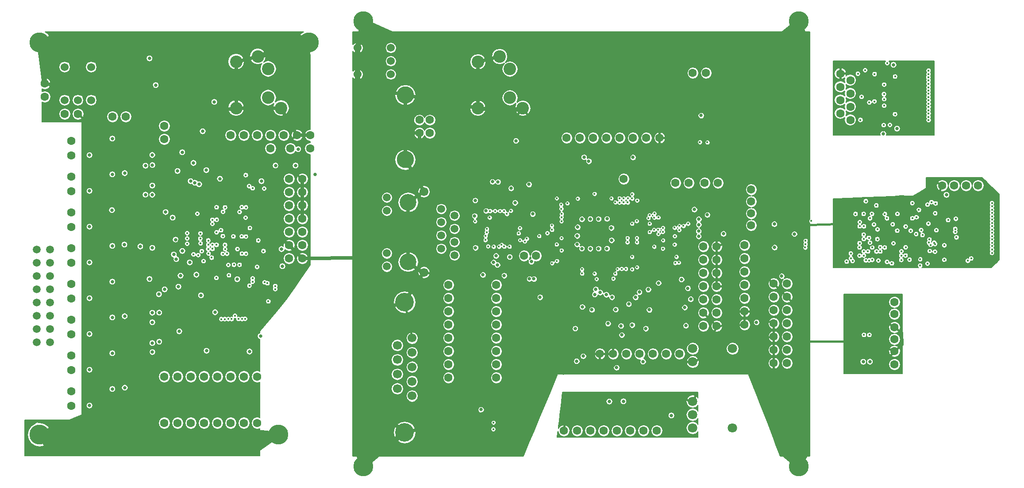
<source format=gbr>
G04 (created by PCBNEW-RS274X (2010-03-14)-final) date Fri 08 Oct 2010 10:26:50 AM EDT*
G01*
G70*
G90*
%MOIN*%
G04 Gerber Fmt 3.4, Leading zero omitted, Abs format*
%FSLAX34Y34*%
G04 APERTURE LIST*
%ADD10C,0.001000*%
%ADD11C,0.063000*%
%ADD12C,0.140000*%
%ADD13C,0.066900*%
%ADD14C,0.070900*%
%ADD15C,0.129900*%
%ADD16C,0.060000*%
%ADD17C,0.126000*%
%ADD18C,0.059100*%
%ADD19C,0.094500*%
%ADD20C,0.150000*%
%ADD21C,0.025000*%
%ADD22C,0.016000*%
%ADD23C,0.015000*%
%ADD24C,0.005000*%
%ADD25C,0.010000*%
%ADD26C,0.025000*%
%ADD27C,0.040000*%
%ADD28C,0.008000*%
%ADD29C,0.009000*%
G04 APERTURE END LIST*
G54D10*
G54D11*
X09400Y26500D03*
X08400Y26500D03*
X09300Y18200D03*
X10300Y18200D03*
X-20400Y21800D03*
X-21400Y21800D03*
X-22400Y21800D03*
X-23400Y21800D03*
X-24400Y21800D03*
X-25400Y21800D03*
X-26400Y21800D03*
X14500Y10600D03*
X15500Y10600D03*
X14500Y09600D03*
X15500Y09600D03*
X14500Y08600D03*
X15500Y08600D03*
X14500Y07600D03*
X15500Y07600D03*
X14500Y06600D03*
X15500Y06600D03*
X14500Y05600D03*
X15500Y05600D03*
X14500Y04600D03*
X15500Y04600D03*
X05700Y-00500D03*
X04700Y-00500D03*
X02700Y-00500D03*
X01700Y-00500D03*
X00700Y-00500D03*
X-00300Y-00500D03*
X-01300Y-00500D03*
X03700Y-00500D03*
X-01100Y21600D03*
X-00100Y21600D03*
X01900Y21600D03*
X02900Y21600D03*
X03900Y21600D03*
X04900Y21600D03*
X05900Y21600D03*
X00900Y21600D03*
G54D12*
X-13300Y09219D03*
G54D13*
X-12741Y06493D03*
X-12741Y05402D03*
X-12741Y04312D03*
X-12741Y03221D03*
X-12741Y02130D03*
X-13859Y05947D03*
X-13859Y04857D03*
X-13859Y03766D03*
X-13859Y02676D03*
G54D12*
X-13300Y-00620D03*
G54D14*
X08400Y05700D03*
X08400Y04700D03*
X08400Y01700D03*
X08400Y00700D03*
X08400Y-00300D03*
X11400Y-00300D03*
X11400Y05700D03*
G54D15*
X-13260Y24841D03*
X-13260Y19959D03*
G54D11*
X-12193Y22963D03*
X-11406Y22963D03*
X-11406Y21979D03*
X-12193Y21979D03*
G54D16*
X-14350Y26400D03*
X-14350Y27400D03*
X-14350Y28400D03*
X-16850Y28400D03*
X-16850Y26400D03*
G54D17*
X-13051Y16749D03*
X-13051Y12249D03*
G54D13*
X-11850Y17552D03*
X-11850Y11448D03*
G54D18*
X-14649Y17109D03*
X-14649Y11889D03*
X-14649Y16109D03*
X-14649Y12889D03*
X-10551Y16249D03*
X-09551Y15749D03*
X-10551Y15249D03*
X-09551Y14749D03*
X-10551Y14249D03*
X-09551Y13749D03*
X-10551Y13249D03*
X-09551Y12749D03*
G54D11*
X23600Y08300D03*
X28100Y18000D03*
X23600Y09200D03*
X29000Y18000D03*
X27200Y18000D03*
X29900Y18000D03*
X23600Y06400D03*
X23600Y07300D03*
X12800Y15000D03*
X12800Y15900D03*
X12800Y16800D03*
X12800Y17700D03*
X-38401Y21370D03*
X-38401Y20270D03*
X-38401Y13270D03*
X-38401Y12170D03*
X-38401Y15970D03*
X-38401Y14870D03*
X-38401Y05170D03*
X-38401Y04070D03*
X-38401Y02470D03*
X-38401Y01370D03*
X-38401Y07870D03*
X-38401Y06770D03*
X-38401Y10570D03*
X-38401Y09470D03*
X-38401Y18670D03*
X-38401Y17570D03*
X-24401Y03570D03*
X-27401Y03570D03*
X-28401Y03570D03*
X-29401Y03570D03*
X-30401Y03570D03*
X-10000Y08500D03*
X03200Y18500D03*
X-03400Y12700D03*
X-04300Y12700D03*
X12300Y07500D03*
X12300Y08500D03*
X12300Y09500D03*
X12300Y10500D03*
X12300Y11500D03*
X12300Y12500D03*
X12300Y13500D03*
X23600Y05500D03*
X23600Y04500D03*
X-21000Y12500D03*
X-22000Y12500D03*
X-21000Y13500D03*
X-22000Y13500D03*
X-21000Y14500D03*
X-22000Y14500D03*
X-21000Y15500D03*
X-22000Y15500D03*
X-21000Y16500D03*
X-22000Y16500D03*
X-21000Y17500D03*
X-22000Y17500D03*
X-21000Y18500D03*
X-22000Y18500D03*
X-40400Y24700D03*
X-40400Y25700D03*
X-31400Y21500D03*
X-31400Y22500D03*
X-35300Y23200D03*
X-34300Y23200D03*
X-26401Y03570D03*
X-25401Y03570D03*
X-31401Y03570D03*
X-24401Y00070D03*
X-25401Y00070D03*
X-26401Y00070D03*
X-27401Y00070D03*
X-28401Y00070D03*
X-29401Y00070D03*
X-30401Y00070D03*
X-31401Y00070D03*
G54D16*
X-38900Y24450D03*
X-37900Y24450D03*
X-36900Y24450D03*
X-36900Y26950D03*
X-38900Y26950D03*
G54D11*
X01400Y05300D03*
X02400Y05300D03*
X03400Y05300D03*
X04400Y05300D03*
X05400Y05300D03*
X06400Y05300D03*
X07400Y05300D03*
X10200Y07400D03*
X09200Y07400D03*
X10200Y08400D03*
X09200Y08400D03*
X10200Y09400D03*
X09200Y09400D03*
X10200Y10400D03*
X09200Y10400D03*
X10200Y11400D03*
X09200Y11400D03*
X10200Y12400D03*
X09200Y12400D03*
X10200Y13400D03*
X09200Y13400D03*
X07100Y18200D03*
X08100Y18200D03*
X-06400Y08500D03*
X-06400Y09500D03*
X-06400Y10500D03*
X-06400Y07500D03*
X-06400Y06500D03*
X-06400Y05500D03*
X-06400Y04500D03*
X-06400Y03500D03*
X-10000Y10500D03*
X-10000Y09500D03*
X-10000Y07500D03*
X-10000Y06500D03*
X-10000Y05500D03*
X-10000Y04500D03*
X-10000Y03500D03*
G54D18*
X-41001Y13170D03*
X-40001Y13170D03*
X-41001Y12170D03*
X-40001Y12170D03*
X-41001Y11170D03*
X-40001Y11170D03*
X-41001Y10170D03*
X-40001Y10170D03*
X-41001Y09170D03*
X-40001Y09170D03*
X-41001Y08170D03*
X-40001Y08170D03*
X-41001Y07170D03*
X-40001Y07170D03*
X-41001Y06170D03*
X-40001Y06170D03*
G54D11*
X20275Y22950D03*
X19525Y23450D03*
X20275Y23950D03*
X19525Y24450D03*
X20275Y24950D03*
X19525Y25450D03*
X20275Y25950D03*
X19525Y26450D03*
G54D19*
X-24359Y27749D03*
X-23572Y26804D03*
X-23572Y24639D03*
X-22607Y23851D03*
X-25993Y23851D03*
X-25993Y27355D03*
X-06159Y27749D03*
X-05372Y26804D03*
X-05372Y24639D03*
X-04407Y23851D03*
X-07793Y23851D03*
X-07793Y27355D03*
G54D20*
X-20500Y28800D03*
X-40800Y28800D03*
X-40800Y-00800D03*
X-22800Y-00800D03*
X-16400Y30400D03*
X16400Y30400D03*
X16400Y-03200D03*
X-16400Y-03200D03*
G54D11*
X-20400Y20800D03*
X-23400Y20800D03*
X-21900Y20800D03*
X-37900Y23400D03*
X-38900Y23400D03*
G54D21*
X22095Y05549D03*
X22095Y06072D03*
X-07165Y16094D03*
G54D22*
X23055Y27238D03*
X-07106Y14731D03*
G54D21*
X-03652Y15856D03*
G54D22*
X-01500Y16248D03*
X-05405Y13401D03*
X07085Y12162D03*
X04205Y11838D03*
X03828Y11685D03*
X07358Y12189D03*
X05152Y14500D03*
X03827Y12623D03*
X-07124Y14480D03*
X-05601Y15860D03*
G54D21*
X-04985Y16707D03*
G54D22*
X-06902Y15594D03*
X-06001Y13532D03*
X-08002Y15304D03*
G54D21*
X-07965Y13307D03*
X-08028Y15710D03*
G54D22*
X-04611Y13884D03*
X00057Y11695D03*
G54D21*
X04864Y07211D03*
X02312Y09578D03*
X08241Y09433D03*
X03897Y20136D03*
X02593Y08647D03*
X00571Y19842D03*
X01091Y10181D03*
X01429Y09938D03*
X01014Y09782D03*
G54D22*
X-04246Y13783D03*
X00063Y11366D03*
X-04716Y14401D03*
X-01517Y16563D03*
G54D21*
X-06316Y12018D03*
G54D22*
X01001Y11364D03*
X-06609Y00109D03*
X-01491Y15622D03*
X-07206Y14205D03*
X-01491Y14037D03*
X-06195Y13398D03*
X-02200Y14670D03*
X-06603Y13398D03*
X-02213Y14993D03*
X-07016Y13418D03*
X-01491Y15306D03*
X-07215Y13890D03*
X-05800Y13401D03*
X-01483Y13108D03*
X06157Y14820D03*
X03202Y17029D03*
X05151Y15133D03*
X02571Y16737D03*
G54D21*
X04379Y09960D03*
X01888Y09780D03*
G54D22*
X05797Y14675D03*
X02885Y16721D03*
X05481Y14669D03*
X02883Y17042D03*
X03361Y11715D03*
X02417Y10979D03*
X02561Y11358D03*
X03047Y11720D03*
X01156Y10948D03*
X-06624Y-00385D03*
X-04619Y14799D03*
X-01848Y13568D03*
G54D21*
X00083Y08849D03*
X-00347Y04752D03*
X00806Y08627D03*
X00151Y05130D03*
G54D22*
X02734Y11707D03*
G54D21*
X-32308Y20308D03*
X-32308Y17304D03*
X-32298Y08402D03*
X-31805Y09795D03*
X-32294Y05433D03*
G54D22*
X-25553Y12864D03*
G54D21*
X-30043Y13061D03*
G54D22*
X-26151Y12026D03*
G54D21*
X-30494Y12442D03*
G54D22*
X-29676Y14402D03*
G54D21*
X-21318Y20755D03*
X-28774Y18092D03*
G54D22*
X-24412Y11856D03*
X-26819Y13209D03*
X-29205Y12803D03*
X-23882Y17772D03*
X-26537Y11231D03*
X-25014Y17956D03*
X-25311Y07939D03*
X-23636Y10631D03*
X-25557Y07925D03*
X-23844Y10694D03*
X-27477Y11033D03*
X-27766Y13226D03*
X-25812Y07928D03*
X-25889Y13210D03*
X-24747Y17794D03*
X-24745Y10734D03*
X-26081Y08177D03*
X-27763Y13531D03*
X-28071Y12873D03*
X-26328Y07923D03*
X-28091Y13213D03*
X-26582Y07923D03*
X-28088Y13523D03*
X-26844Y07919D03*
X-28088Y13852D03*
X-27102Y07919D03*
X-28847Y12750D03*
G54D21*
X-30275Y06992D03*
G54D22*
X-26578Y12009D03*
G54D21*
X-30180Y11200D03*
X-29492Y12193D03*
X-30693Y12799D03*
G54D22*
X-25256Y12854D03*
X-24745Y10997D03*
X-25261Y18785D03*
X-29682Y13602D03*
G54D21*
X-29418Y18334D03*
G54D22*
X-25738Y12013D03*
G54D21*
X-30335Y10368D03*
G54D22*
X-29679Y14009D03*
G54D21*
X-29102Y18212D03*
X-35315Y21544D03*
X-35315Y18844D03*
X-35343Y16145D03*
X-35315Y13444D03*
X-35315Y10744D03*
X-35315Y08044D03*
X-35315Y05344D03*
X-35315Y02644D03*
X-32294Y19549D03*
X-32302Y06111D03*
X-30772Y15578D03*
X-37030Y20290D03*
X-37030Y17590D03*
X-37030Y14890D03*
X-37030Y12190D03*
X-37030Y09490D03*
X-37030Y06790D03*
X-37030Y04090D03*
X-37030Y01390D03*
X-32302Y07686D03*
X-32306Y18001D03*
X-30403Y19097D03*
G54D22*
X25715Y14265D03*
X22534Y13028D03*
X24824Y14585D03*
X21920Y13330D03*
G54D21*
X14558Y13336D03*
G54D22*
X16883Y13577D03*
X20447Y12304D03*
X26255Y13061D03*
X27361Y13489D03*
X21606Y13031D03*
X26157Y15127D03*
X17325Y15324D03*
X20969Y12704D03*
X25269Y15613D03*
X25532Y11966D03*
X21287Y12720D03*
X16893Y13843D03*
X19996Y12264D03*
X24949Y15529D03*
X20968Y13330D03*
X28182Y14720D03*
X20314Y12869D03*
X20985Y15237D03*
X26234Y13928D03*
X26651Y13010D03*
X21920Y12389D03*
X16868Y13328D03*
X24431Y12715D03*
X24118Y13034D03*
X24113Y12716D03*
X23043Y12241D03*
X24112Y12382D03*
X22241Y13027D03*
X25234Y14339D03*
X30947Y16676D03*
X30947Y14425D03*
X30947Y14179D03*
X30947Y13925D03*
X30947Y13679D03*
X30947Y13425D03*
X30947Y13170D03*
X30947Y12916D03*
X30947Y16430D03*
X30947Y16184D03*
X30947Y15930D03*
X30947Y15672D03*
X30947Y15425D03*
X30947Y15175D03*
X30947Y14941D03*
X30947Y14687D03*
X26591Y13687D03*
X27643Y15399D03*
X29378Y12494D03*
X29128Y12326D03*
X26651Y13580D03*
X26752Y14630D03*
X28219Y15491D03*
X28272Y14091D03*
X25609Y14634D03*
X21691Y12352D03*
X28177Y14510D03*
X20973Y13645D03*
G54D21*
X02996Y07415D03*
X04650Y04720D03*
G54D22*
X26163Y26668D03*
X26168Y24430D03*
X26168Y24172D03*
X26168Y23926D03*
X26165Y23679D03*
X26168Y23430D03*
X26165Y23180D03*
X26168Y22934D03*
X26163Y26413D03*
X26156Y26172D03*
X26165Y25931D03*
X26165Y25679D03*
X26165Y25419D03*
X26165Y25178D03*
X26165Y24929D03*
X26165Y24682D03*
X26088Y22686D03*
X25077Y22696D03*
X24955Y26914D03*
X26171Y26936D03*
X22822Y24300D03*
X22862Y25299D03*
X21397Y27097D03*
X21820Y27140D03*
G54D21*
X24860Y21912D03*
X22752Y22203D03*
X22458Y22614D03*
X20970Y22315D03*
X24288Y26544D03*
X22399Y27257D03*
G54D22*
X21502Y25628D03*
X21506Y23755D03*
G54D21*
X22374Y23522D03*
G54D22*
X23475Y23903D03*
X23485Y25638D03*
X22403Y26186D03*
G54D21*
X01680Y01698D03*
X05876Y00860D03*
X-01119Y02137D03*
X03652Y01688D03*
X06917Y02148D03*
G54D22*
X21394Y26703D03*
X21036Y22951D03*
X23649Y26232D03*
X22820Y24028D03*
X22818Y25612D03*
X23643Y23380D03*
X23252Y22574D03*
X22789Y22565D03*
X20849Y26438D03*
X22088Y24349D03*
G54D21*
X22758Y21901D03*
X02120Y01693D03*
X06795Y00645D03*
X03178Y01711D03*
G54D22*
X22098Y26411D03*
X22820Y24513D03*
X21704Y24268D03*
X21126Y24698D03*
X22808Y24900D03*
X23450Y14761D03*
X-02201Y15306D03*
G54D21*
X-07550Y00742D03*
G54D22*
X29895Y16942D03*
X30418Y16931D03*
X30941Y16937D03*
X30935Y12684D03*
X30401Y12678D03*
X29884Y12673D03*
X28795Y15675D03*
X28795Y14019D03*
X28107Y12803D03*
X28896Y12803D03*
X27496Y16930D03*
X28301Y16897D03*
X27710Y14355D03*
X27071Y15200D03*
X27047Y14435D03*
X29790Y12056D03*
X28157Y12315D03*
X26934Y12016D03*
X25256Y13993D03*
X24114Y16494D03*
X25998Y15959D03*
X28845Y16464D03*
X22896Y14787D03*
X22886Y15336D03*
X19285Y15115D03*
X19721Y16293D03*
X20652Y16499D03*
X20673Y15535D03*
X20967Y15543D03*
X20669Y15228D03*
X21286Y15551D03*
X21600Y14599D03*
X22229Y15857D03*
X22557Y15870D03*
X23492Y15543D03*
X23810Y15541D03*
X23791Y13977D03*
X23812Y13653D03*
X23488Y13349D03*
X22856Y13639D03*
X22076Y13677D03*
X21290Y13643D03*
X26891Y13663D03*
X24038Y17208D03*
X26683Y17021D03*
X25178Y16099D03*
X24047Y11904D03*
X25717Y12773D03*
X19796Y13155D03*
G54D21*
X21500Y07185D03*
X21507Y08870D03*
X22105Y05796D03*
X20865Y05805D03*
X20851Y06062D03*
X20860Y05544D03*
X20405Y04334D03*
X22593Y04329D03*
X21504Y04213D03*
X20100Y06251D03*
X22791Y05855D03*
X21506Y08529D03*
X15700Y13632D03*
X14557Y15458D03*
X13204Y05445D03*
X13192Y06450D03*
G54D22*
X07054Y13867D03*
X07041Y13229D03*
X07026Y14500D03*
X06155Y13556D03*
X06175Y14193D03*
X07858Y15954D03*
X07705Y13068D03*
X-03521Y14701D03*
X-02610Y13942D03*
X-05896Y15049D03*
X-05541Y14712D03*
X-05913Y14340D03*
X-06256Y14718D03*
G54D21*
X-11221Y-00385D03*
X-11184Y00284D03*
X09210Y19472D03*
X09221Y21146D03*
X09877Y23299D03*
X09838Y22040D03*
X09829Y22330D03*
X08614Y22035D03*
X08614Y22330D03*
X07819Y21839D03*
X10617Y22938D03*
X-07124Y16697D03*
X-07809Y10845D03*
X-07800Y03178D03*
X-04217Y03188D03*
X-04197Y10839D03*
X-36822Y19727D03*
X-35807Y21589D03*
X-35699Y20487D03*
X-34257Y19761D03*
X-34257Y17061D03*
X-35699Y17787D03*
X-35807Y18889D03*
X-36822Y17027D03*
X-34257Y14361D03*
X-35699Y15087D03*
X-35807Y16189D03*
X-36822Y14327D03*
X-34257Y11661D03*
X-35699Y12387D03*
X-35807Y13489D03*
X-36822Y11627D03*
X-34257Y08961D03*
X-35699Y09687D03*
X-35807Y10789D03*
X-36822Y08927D03*
X-34257Y06261D03*
X-35699Y06987D03*
X-35807Y08089D03*
X-36822Y06227D03*
X-34257Y03561D03*
X-35699Y04287D03*
X-35807Y05389D03*
X-36822Y03527D03*
X-34257Y00861D03*
X-35699Y01587D03*
X-35807Y02689D03*
X-36822Y00827D03*
X-32927Y12507D03*
X-32885Y13804D03*
X-32348Y10374D03*
X-30612Y11717D03*
X-30397Y10863D03*
X-31493Y15506D03*
X-32287Y16329D03*
X-31603Y13025D03*
X-30204Y13911D03*
X-30697Y18551D03*
X-30987Y16686D03*
X-24688Y07367D03*
X-25004Y08476D03*
X-24996Y09097D03*
X-24996Y07830D03*
X-24504Y07124D03*
G54D22*
X-24987Y10148D03*
X-23484Y10003D03*
X-23252Y10740D03*
X-22993Y10867D03*
X-25096Y11409D03*
X-28923Y17065D03*
X-29367Y15879D03*
G54D21*
X-23411Y18715D03*
X-26543Y20237D03*
X-29300Y20282D03*
X-28603Y19905D03*
X-30379Y21236D03*
X-27243Y20994D03*
X-27702Y21909D03*
X-27402Y23678D03*
X-30603Y22853D03*
X-32354Y23221D03*
X-32354Y23664D03*
X-32345Y25488D03*
X-31746Y26364D03*
X-31746Y26679D03*
X-32956Y26675D03*
X-32964Y26364D03*
X-32303Y28212D03*
X-33142Y28200D03*
X-31254Y27452D03*
X-33447Y27627D03*
X-34894Y24505D03*
X-35719Y25237D03*
X-34052Y25220D03*
X-03417Y16497D03*
X-02988Y17692D03*
X-04271Y17797D03*
X-03570Y09575D03*
X-05806Y11999D03*
X-05078Y18605D03*
X-07023Y18591D03*
X-06031Y21803D03*
X-12784Y28419D03*
X02605Y07202D03*
X03065Y09071D03*
X00304Y09064D03*
X-00212Y09078D03*
X-01351Y03843D03*
X01651Y03857D03*
X06400Y04263D03*
X-00795Y07187D03*
X06328Y06737D03*
X-04203Y08035D03*
X09814Y14600D03*
X10610Y25776D03*
X10158Y23885D03*
X05053Y09662D03*
X07907Y11506D03*
X00371Y13881D03*
X00991Y13886D03*
X01630Y13886D03*
X01310Y14191D03*
X00681Y14205D03*
X00376Y14525D03*
X01005Y14505D03*
X01635Y14525D03*
X00691Y14835D03*
X01301Y14830D03*
X00961Y16341D03*
X02611Y18300D03*
G54D22*
X-28410Y17303D03*
X-27771Y16049D03*
X-28081Y16044D03*
X-27462Y16049D03*
X-26518Y16364D03*
X-26193Y16369D03*
X-25259Y16054D03*
X-24935Y16049D03*
X-24944Y15110D03*
X-24935Y14465D03*
X-24930Y14147D03*
X-25564Y13846D03*
X-25908Y14166D03*
X-26513Y14161D03*
X-27457Y14151D03*
X-27452Y15091D03*
X-24004Y17290D03*
G54D21*
X-26397Y15328D03*
X-26397Y14810D03*
X-26087Y14776D03*
X-25511Y14786D03*
G54D22*
X-28099Y14794D03*
X-24940Y16351D03*
X-24765Y12832D03*
G54D21*
X-25362Y05461D03*
X-28585Y05568D03*
X-31997Y18904D03*
X-32631Y18671D03*
X-32023Y06700D03*
X-32681Y07107D03*
X-04306Y21604D03*
G54D22*
X-00107Y16678D03*
X01157Y16692D03*
X04170Y17364D03*
X04158Y11105D03*
X-02138Y11074D03*
G54D21*
X-00619Y20503D03*
X16467Y17672D03*
X14122Y11808D03*
X16992Y15163D03*
X22853Y14350D03*
G54D22*
X22050Y14522D03*
G54D21*
X03646Y03885D03*
X00382Y12348D03*
X01044Y12362D03*
X-07063Y19411D03*
X-22402Y10309D03*
X-22405Y09438D03*
X-28143Y08797D03*
X07954Y23281D03*
X-02757Y09633D03*
X-24395Y01200D03*
X-31927Y-01922D03*
X20189Y14558D03*
G54D22*
X-28161Y18359D03*
X25865Y16657D03*
G54D21*
X-22897Y11894D03*
X-23308Y11908D03*
G54D22*
X-23807Y09669D03*
G54D21*
X-08348Y-00550D03*
X-27356Y06964D03*
X-28252Y07019D03*
X-30549Y07877D03*
G54D22*
X28228Y15213D03*
X27686Y15775D03*
G54D21*
X-07266Y12751D03*
X-08044Y13809D03*
G54D22*
X-07212Y15620D03*
X-02178Y16242D03*
X-28200Y11687D03*
G54D21*
X-30895Y14252D03*
G54D22*
X-01842Y17345D03*
G54D21*
X-23105Y09167D03*
X-22272Y19495D03*
X-23773Y19486D03*
G54D22*
X26168Y16325D03*
X03503Y16723D03*
X05812Y14351D03*
X07031Y14827D03*
X02271Y17040D03*
X03829Y15136D03*
X07391Y14970D03*
X07384Y14641D03*
X01000Y17377D03*
X04179Y15323D03*
X08049Y15132D03*
X03513Y17052D03*
X07704Y14961D03*
X05061Y15553D03*
X03199Y16726D03*
X05511Y15902D03*
X04214Y16877D03*
X05505Y15586D03*
X03837Y17025D03*
X-06484Y16085D03*
X-05827Y16081D03*
X-06868Y16079D03*
X04189Y14046D03*
G54D21*
X08852Y15055D03*
G54D22*
X03483Y14043D03*
G54D21*
X08853Y15466D03*
G54D22*
X-03175Y14200D03*
X-02553Y14414D03*
X05814Y15603D03*
X03834Y17355D03*
X-01835Y12310D03*
X04193Y13727D03*
G54D21*
X08847Y14173D03*
G54D22*
X03479Y13727D03*
G54D21*
X08844Y14570D03*
X03838Y07474D03*
X04096Y09566D03*
X02018Y07589D03*
X05128Y08626D03*
X-03938Y18091D03*
X-05287Y17800D03*
X08026Y10255D03*
X05822Y10650D03*
G54D22*
X09506Y21266D03*
X08934Y21280D03*
G54D21*
X09027Y23293D03*
G54D22*
X-06113Y16085D03*
X-05299Y16105D03*
X-02196Y12142D03*
X25532Y12443D03*
X21285Y13029D03*
G54D21*
X10708Y14368D03*
G54D22*
X21442Y12358D03*
X21444Y16819D03*
X22388Y12341D03*
X24949Y16675D03*
X20663Y15854D03*
X25437Y16160D03*
X26091Y16566D03*
X26699Y16648D03*
X26394Y16746D03*
X26666Y15902D03*
X21305Y06728D03*
X21707Y06732D03*
G54D21*
X21247Y04694D03*
X21751Y04704D03*
X23797Y22291D03*
X23527Y27112D03*
G54D22*
X-27838Y12558D03*
X-27464Y13527D03*
G54D21*
X-32302Y13294D03*
G54D22*
X-23047Y10417D03*
G54D21*
X-32056Y25577D03*
X-32518Y27600D03*
G54D22*
X-24983Y10437D03*
X-23565Y09262D03*
X-23047Y10188D03*
G54D21*
X-27573Y08441D03*
G54D22*
X-28908Y15876D03*
G54D21*
X-32516Y10953D03*
X-33206Y13406D03*
G54D22*
X-26831Y13522D03*
X-28680Y14380D03*
X-26674Y12856D03*
X-28687Y13990D03*
X-26993Y12848D03*
X-28670Y13634D03*
G54D21*
X-03562Y10958D03*
X-06270Y18284D03*
X-03896Y10963D03*
X-06682Y18298D03*
X-34389Y18940D03*
X-32818Y19496D03*
X-34398Y13546D03*
X-32825Y17310D03*
X-34378Y02743D03*
X-31789Y06220D03*
X-31787Y08409D03*
X-34393Y08138D03*
G54D22*
X23521Y13635D03*
X23467Y15071D03*
X23032Y15527D03*
X21760Y15524D03*
X21673Y14048D03*
X21756Y13682D03*
X22312Y13953D03*
X22318Y14690D03*
X22053Y15056D03*
G54D21*
X-07986Y16884D03*
X-00272Y14870D03*
X00052Y15469D03*
X00681Y15488D03*
X01305Y15483D03*
X01940Y15498D03*
X02269Y14810D03*
G54D22*
X-26991Y14180D03*
X-27128Y14628D03*
X-26973Y16015D03*
X-25732Y16004D03*
X-25280Y15572D03*
X-25256Y14148D03*
G54D21*
X-07549Y01089D03*
X-28636Y09715D03*
G54D22*
X27354Y12397D03*
X21292Y13961D03*
X21282Y14297D03*
X21296Y14926D03*
X20981Y14928D03*
X21282Y15864D03*
X21904Y15861D03*
X22870Y15852D03*
X23820Y15864D03*
X23807Y14597D03*
X24442Y13339D03*
X24731Y12408D03*
X22864Y13327D03*
X22533Y13349D03*
X20326Y12510D03*
X23402Y12130D03*
X26094Y12106D03*
X22229Y16500D03*
X24442Y14901D03*
G54D21*
X16055Y14350D03*
X14543Y15103D03*
X15098Y11173D03*
X13198Y07687D03*
G54D22*
X05145Y15766D03*
X07046Y14185D03*
X07033Y13555D03*
X06154Y14509D03*
X06159Y13871D03*
X06151Y13241D03*
X05494Y13393D03*
X-04100Y13994D03*
G54D21*
X03580Y09064D03*
X-31373Y10160D03*
X-28989Y11271D03*
G54D22*
X-28580Y13045D03*
X-28439Y12295D03*
X-23932Y13051D03*
G54D21*
X-24089Y18328D03*
X-29198Y19706D03*
X-30053Y20515D03*
X-28511Y22093D03*
X-27630Y24316D03*
X-27208Y18520D03*
X-03099Y09575D03*
X-05799Y11209D03*
X07792Y08805D03*
X03057Y06725D03*
X-07409Y11270D03*
X-00452Y07214D03*
X02662Y04263D03*
X09498Y15797D03*
X07554Y10919D03*
X05049Y10158D03*
X00047Y13250D03*
X00681Y13245D03*
X01306Y13250D03*
X01935Y13254D03*
X02284Y13874D03*
X-00309Y14207D03*
X-00311Y13565D03*
G54D22*
X07172Y12632D03*
G54D21*
X08520Y16201D03*
G54D22*
X-27776Y15105D03*
X-27462Y14476D03*
X-27781Y15415D03*
X-24954Y14795D03*
X-25564Y14161D03*
X-26198Y14161D03*
X-24320Y13856D03*
X-27450Y15421D03*
X-26827Y16350D03*
X-25571Y16367D03*
X-25256Y16352D03*
X-27464Y16362D03*
G54D21*
X-25903Y10930D03*
X-22565Y13204D03*
X-24159Y06626D03*
X-24989Y05471D03*
X-28225Y05527D03*
X-30555Y13922D03*
X-31295Y16003D03*
X27510Y17296D03*
X-06608Y12205D03*
X-06415Y12699D03*
X-05391Y12619D03*
X-04916Y21387D03*
G54D22*
X-01475Y15866D03*
X-01844Y17039D03*
X-01045Y16668D03*
X-00261Y17021D03*
G54D21*
X00208Y20148D03*
X07879Y07433D03*
X-03756Y12260D03*
X-28229Y19159D03*
X-22499Y11918D03*
X-20032Y18838D03*
X-21517Y19515D03*
X-23027Y19510D03*
G54D22*
X26205Y13689D03*
X26320Y13514D03*
G54D23*
X21506Y23755D02*
X21511Y22717D01*
X21511Y22717D02*
X20970Y22315D01*
X21511Y22717D02*
X22458Y22614D01*
X22374Y23522D02*
X22458Y22614D01*
X22374Y23522D02*
X22548Y24308D01*
X22548Y24308D02*
X22822Y24300D01*
X22822Y24300D02*
X23500Y24204D01*
X24282Y24093D02*
X25077Y22696D01*
X25077Y22696D02*
X26088Y22686D01*
X24282Y24093D02*
X24288Y26544D01*
X24288Y26544D02*
X24955Y26914D01*
X22399Y27257D02*
X23637Y26580D01*
X23637Y26580D02*
X24288Y26544D01*
X22399Y27257D02*
X21820Y27140D01*
X21820Y27140D02*
X21397Y27097D01*
X21502Y25628D02*
X21820Y27140D01*
X21502Y25628D02*
X22249Y25267D01*
X22249Y25267D02*
X22862Y25299D01*
X22249Y25267D02*
X22359Y24576D01*
X22359Y24576D02*
X22548Y24308D01*
X24860Y21912D02*
X25077Y22129D01*
X25077Y22129D02*
X25077Y22696D01*
G54D24*
X23475Y23903D02*
X23500Y24204D01*
G54D23*
X23500Y24204D02*
X24282Y24093D01*
G54D25*
X22403Y26186D02*
X22249Y25267D01*
G54D23*
X19525Y26450D02*
X19519Y27157D01*
X19525Y26450D02*
X19525Y25978D01*
X19525Y26450D02*
X20094Y26466D01*
X20094Y26466D02*
X21397Y27097D01*
X-01119Y02137D02*
X01650Y02137D01*
X01650Y02137D02*
X01680Y01698D01*
X01650Y02137D02*
X03650Y02137D01*
X03650Y02137D02*
X03652Y01688D01*
X03650Y02137D02*
X06917Y02148D01*
X06917Y02148D02*
X08400Y01700D01*
X-01119Y02137D02*
X-01300Y-00500D01*
X05876Y00860D02*
X03652Y01688D01*
X08400Y01700D02*
X08695Y02321D01*
X08400Y04700D02*
X09239Y05025D01*
X09239Y05025D02*
X10200Y07400D01*
X06328Y06737D02*
X06800Y06029D01*
X06800Y06029D02*
X06920Y05296D01*
X06920Y05296D02*
X06850Y04704D01*
X06850Y04704D02*
X06400Y04263D01*
X06850Y04704D02*
X08400Y04700D01*
X10200Y07400D02*
X09200Y08400D01*
X10200Y10400D02*
X10200Y11400D01*
X10200Y11400D02*
X10200Y12400D01*
X10200Y12400D02*
X10200Y13400D01*
X10200Y07400D02*
X12300Y07500D01*
X12300Y07500D02*
X12300Y08500D01*
X12300Y08500D02*
X11498Y08498D01*
X11498Y08498D02*
X11026Y10395D01*
X11026Y10395D02*
X10200Y10400D01*
X12300Y08500D02*
X13314Y08528D01*
X13314Y08528D02*
X13756Y11248D01*
X13756Y11248D02*
X14500Y10600D01*
X14500Y10600D02*
X15500Y09600D01*
X13314Y08528D02*
X13867Y07846D01*
X13867Y07846D02*
X14500Y07600D01*
X14500Y07600D02*
X14500Y06600D01*
X14500Y06600D02*
X14500Y05600D01*
X14500Y05600D02*
X14500Y04600D01*
X13192Y06450D02*
X13746Y06541D01*
X13746Y06541D02*
X14500Y06600D01*
X13192Y06450D02*
X13204Y05445D01*
X14500Y04600D02*
X14499Y03730D01*
X15500Y09600D02*
X16286Y08839D01*
X13756Y11248D02*
X14122Y11808D01*
X14122Y11808D02*
X15700Y13632D01*
X15700Y13632D02*
X15468Y15232D01*
X15468Y15232D02*
X14557Y15458D01*
X15468Y15232D02*
X16992Y15163D01*
X16992Y15163D02*
X16467Y17672D01*
X16992Y15163D02*
X17239Y15023D01*
X17239Y15023D02*
X19285Y15115D01*
X19285Y15115D02*
X19721Y16293D01*
X19721Y16293D02*
X20369Y15574D01*
X20369Y15574D02*
X20673Y15535D01*
X20673Y15535D02*
X20669Y15228D01*
X20673Y15535D02*
X20967Y15543D01*
X20967Y15543D02*
X21286Y15551D01*
X19721Y16293D02*
X20652Y16499D01*
X20652Y16499D02*
X21922Y16194D01*
X21922Y16194D02*
X22229Y15857D01*
X22229Y15857D02*
X22557Y15870D01*
X22557Y15870D02*
X22866Y16209D01*
X22866Y16209D02*
X23355Y15928D01*
X23355Y15928D02*
X23492Y15543D01*
X23492Y15543D02*
X23810Y15541D01*
X23810Y15541D02*
X23776Y15047D01*
X23776Y15047D02*
X23450Y14761D01*
X23450Y14761D02*
X23578Y14253D01*
X23578Y14253D02*
X23791Y13977D01*
X23791Y13977D02*
X23812Y13653D01*
X23812Y13653D02*
X23694Y13406D01*
X23694Y13406D02*
X23488Y13349D01*
X23488Y13349D02*
X22856Y13639D01*
X22856Y13639D02*
X22076Y13677D01*
X21600Y14599D02*
X21821Y14345D01*
X21821Y14345D02*
X22076Y13677D01*
X23791Y13977D02*
X25256Y13993D01*
X25256Y13993D02*
X25549Y13354D01*
X25549Y13354D02*
X26523Y13296D01*
X26523Y13296D02*
X26859Y13416D01*
X26859Y13416D02*
X26891Y13663D01*
X26891Y13663D02*
X27047Y14435D01*
X27047Y14435D02*
X27071Y15200D01*
X27047Y14435D02*
X27710Y14355D01*
X27710Y14355D02*
X28008Y13748D01*
X28008Y13748D02*
X28700Y13814D01*
X28700Y13814D02*
X28795Y14019D01*
X28795Y14019D02*
X28795Y15218D01*
X28795Y15675D02*
X29895Y16942D01*
X28845Y16464D02*
X28301Y16897D01*
X27496Y16930D02*
X28301Y16897D01*
X27006Y15598D02*
X27071Y15200D01*
X25178Y16099D02*
X25402Y15814D01*
X25998Y15959D02*
X25402Y15814D01*
X24114Y16494D02*
X25178Y16099D01*
X24114Y16494D02*
X24038Y17208D01*
X24038Y17208D02*
X25802Y17096D01*
X27496Y16930D02*
X26683Y17021D01*
X06400Y04263D02*
X05012Y04003D01*
X05012Y04003D02*
X03646Y03885D01*
X03646Y03885D02*
X01651Y03857D01*
X01651Y03857D02*
X-01351Y03843D01*
X01651Y03857D02*
X01376Y04504D01*
X01376Y04504D02*
X01400Y05300D01*
X01400Y05300D02*
X02400Y05300D01*
X01400Y05300D02*
X00625Y05298D01*
X02400Y05300D02*
X02421Y06126D01*
X02421Y06126D02*
X02605Y07202D01*
X02605Y07202D02*
X-00063Y06657D01*
X-00063Y06657D02*
X-00704Y06731D01*
X-00704Y06731D02*
X-00795Y07187D01*
X-00795Y07187D02*
X-00448Y09069D01*
X-00448Y09069D02*
X-00212Y09078D01*
X-00212Y09078D02*
X00048Y09215D01*
X00048Y09215D02*
X00304Y09064D01*
X00304Y09064D02*
X03065Y09071D01*
X03065Y09071D02*
X04085Y10330D01*
X04085Y10330D02*
X04600Y10317D01*
X04600Y10317D02*
X04796Y09954D01*
X04796Y09954D02*
X05053Y09662D01*
X04085Y10330D02*
X04158Y11105D01*
X-00212Y09078D02*
X-02138Y11074D01*
X-02138Y11074D02*
X-03597Y09912D01*
X-03597Y09912D02*
X-03570Y09575D01*
X-03597Y09912D02*
X-04197Y10839D01*
X-04197Y10839D02*
X-05806Y11999D01*
X-05806Y11999D02*
X-06693Y11104D01*
X-06693Y11104D02*
X-07153Y10839D01*
X-07153Y10839D02*
X-07809Y10845D01*
X-07800Y03178D02*
X-06539Y02913D01*
X-06539Y02913D02*
X-04217Y03188D01*
X-04203Y08035D02*
X-03570Y09575D01*
X-02138Y11074D02*
X00382Y12348D01*
X00382Y12348D02*
X01044Y12362D01*
X01044Y12362D02*
X00991Y13886D01*
X00691Y14835D02*
X00361Y15346D01*
X00361Y15346D02*
X00285Y16196D01*
X00285Y16196D02*
X00961Y16341D01*
X00991Y13886D02*
X00691Y14835D01*
X00961Y16341D02*
X01157Y16692D01*
X01157Y16692D02*
X02611Y18300D01*
X02611Y18300D02*
X-00161Y19061D01*
X-00161Y19061D02*
X-00619Y20503D01*
X05900Y21600D02*
X05889Y22916D01*
X05900Y21600D02*
X05861Y19835D01*
X05900Y21600D02*
X06907Y21592D01*
X06907Y21592D02*
X07819Y21839D01*
X05861Y19835D02*
X03192Y19270D01*
X03192Y19270D02*
X02474Y18727D01*
X02474Y18727D02*
X02611Y18300D01*
X07819Y21839D02*
X08614Y22035D01*
X09221Y21146D02*
X09215Y21773D01*
X09215Y21773D02*
X08614Y22035D01*
X09215Y21773D02*
X09367Y22354D01*
X09367Y22354D02*
X09877Y23299D01*
X09838Y22040D02*
X09215Y21773D01*
X09829Y22330D02*
X10617Y22938D01*
X09829Y22330D02*
X09838Y22040D01*
X-00619Y20503D02*
X-02320Y20869D01*
X-04274Y23662D02*
X-02320Y20869D01*
X-04274Y23662D02*
X-06747Y23662D01*
X-04407Y23851D02*
X-06031Y21803D01*
X-06031Y21803D02*
X-04729Y21933D01*
X-04729Y21933D02*
X-04306Y21604D01*
X-06031Y21803D02*
X-07063Y19411D01*
X-07063Y19411D02*
X-07023Y18591D01*
X-07023Y18591D02*
X-05078Y18605D01*
X-05078Y18605D02*
X-04271Y17797D01*
X-04271Y17797D02*
X-02988Y17692D01*
X-03417Y16497D02*
X-02988Y17692D01*
X-03417Y16497D02*
X-05896Y15049D01*
X-05896Y15049D02*
X-05541Y14712D01*
X-05541Y14712D02*
X-05029Y13529D01*
X-05029Y13529D02*
X-04918Y12857D01*
X-04918Y12857D02*
X-05029Y12275D01*
X-05029Y12275D02*
X-05806Y11999D01*
X-02988Y17692D02*
X-00161Y19061D01*
X-07809Y10845D02*
X-10144Y11328D01*
X-10144Y11328D02*
X-11850Y11448D01*
X-11850Y11448D02*
X-13051Y12249D01*
X-11850Y11448D02*
X-13300Y09219D01*
X-13300Y09219D02*
X-12741Y06493D01*
G54D26*
X-13300Y-00620D02*
X-15486Y01215D01*
X-15486Y01215D02*
X-15642Y08448D01*
X-15642Y08448D02*
X-13300Y09219D01*
X-13300Y09219D02*
X-11895Y11379D01*
X-11895Y11379D02*
X-13051Y12249D01*
X-13051Y12249D02*
X-13051Y13852D01*
X-13051Y16749D02*
X-11850Y17552D01*
X-11850Y17552D02*
X-13260Y19959D01*
X-13260Y19959D02*
X-13260Y21955D01*
X-06747Y23662D02*
X-13260Y24841D01*
X-07950Y23879D02*
X-05973Y23662D01*
X-07793Y23851D02*
X-07793Y27355D01*
X-07793Y27355D02*
X-06159Y27749D01*
X-13260Y24841D02*
X-16891Y25517D01*
X-21000Y12500D02*
X-22000Y13500D01*
X-21000Y15500D02*
X-21000Y16500D01*
X-21000Y16356D02*
X-21000Y17500D01*
X-21000Y17500D02*
X-21000Y18500D01*
X-21400Y21800D02*
X-20400Y21800D01*
X-22607Y23851D02*
X-25993Y23851D01*
X-25993Y23851D02*
X-25993Y27355D01*
X-25993Y27355D02*
X-24359Y27749D01*
X-22607Y23851D02*
X-21400Y21800D01*
X-25993Y23851D02*
X-27402Y23678D01*
X-27402Y23678D02*
X-30603Y22853D01*
X-30603Y22853D02*
X-31490Y23496D01*
X-31490Y23496D02*
X-32354Y23221D01*
X-32354Y23221D02*
X-33967Y23996D01*
X-33967Y23996D02*
X-34894Y24505D01*
X-34894Y24505D02*
X-35719Y25237D01*
X-39795Y25598D02*
X-40400Y25700D01*
X-35719Y25237D02*
X-39795Y25598D01*
X-35719Y25237D02*
X-33495Y26514D01*
X-33495Y26514D02*
X-32964Y26364D01*
X-32964Y26364D02*
X-31254Y27452D01*
X-31254Y27452D02*
X-32303Y28212D01*
X-32303Y28212D02*
X-33447Y27627D01*
X-33447Y27627D02*
X-33495Y26514D01*
X-32354Y23221D02*
X-34257Y19761D01*
X-34257Y19761D02*
X-35699Y20487D01*
X-35699Y20487D02*
X-35807Y21589D01*
X-35699Y20487D02*
X-35807Y18889D01*
X-35807Y18889D02*
X-35699Y17787D01*
X-35699Y17787D02*
X-35807Y16189D01*
X-35807Y16189D02*
X-35699Y15087D01*
X-35699Y15087D02*
X-35807Y13489D01*
X-35807Y13489D02*
X-35699Y12387D01*
X-35699Y12387D02*
X-35807Y10789D01*
X-35807Y10789D02*
X-35699Y09687D01*
X-35699Y09687D02*
X-35807Y08089D01*
X-35807Y08089D02*
X-35699Y06987D01*
X-35699Y06987D02*
X-35807Y05389D01*
X-35807Y05389D02*
X-35699Y04287D01*
X-35699Y04287D02*
X-35807Y02689D01*
X-35807Y02689D02*
X-35699Y01587D01*
X-35699Y01587D02*
X-34257Y00861D01*
X-34257Y00861D02*
X-36822Y00827D01*
X-36822Y03527D02*
X-35699Y04287D01*
X-36822Y06227D02*
X-35699Y06987D01*
X-36822Y08927D02*
X-35699Y09687D01*
X-36822Y11627D02*
X-35699Y12387D01*
X-36822Y14327D02*
X-35699Y15087D01*
X-36822Y17027D02*
X-35699Y17787D01*
X-36822Y19727D02*
X-35699Y20487D01*
X-34257Y19761D02*
X-32631Y18671D01*
X-32631Y18671D02*
X-31997Y18904D01*
X-31997Y18904D02*
X-30697Y18551D01*
X-30697Y18551D02*
X-30987Y16686D01*
X-30987Y16686D02*
X-32287Y16329D01*
X-32287Y16329D02*
X-31493Y15506D01*
X-31493Y15506D02*
X-31603Y13025D01*
X-32885Y13804D02*
X-31569Y13785D01*
X-32885Y13804D02*
X-32927Y12507D01*
X-32927Y12507D02*
X-34257Y11661D01*
X-34257Y11661D02*
X-34042Y13717D01*
X-34042Y13717D02*
X-34257Y14361D01*
X-34257Y14361D02*
X-34257Y17061D01*
X-34257Y11661D02*
X-34257Y08961D01*
X-34257Y06261D02*
X-34257Y03561D01*
X-34257Y03561D02*
X-35699Y04287D01*
X-34257Y06261D02*
X-32681Y07107D01*
X-32681Y07107D02*
X-32023Y06700D01*
X-32681Y07107D02*
X-34257Y08961D01*
X-34257Y08961D02*
X-32348Y10374D01*
X-32348Y10374D02*
X-31332Y10789D01*
X-31332Y10789D02*
X-30397Y10863D01*
X-30612Y11717D02*
X-31332Y10789D01*
X-30612Y11717D02*
X-31603Y13025D01*
X-31603Y13025D02*
X-30380Y13512D01*
X-30380Y13512D02*
X-30204Y13911D01*
X-30204Y13911D02*
X-29826Y15523D01*
X-29826Y15523D02*
X-29367Y15879D01*
X-29367Y15879D02*
X-28923Y17065D01*
X-28923Y17065D02*
X-28410Y17303D01*
X-28410Y17303D02*
X-28161Y18359D01*
X-26543Y20237D02*
X-27243Y20994D01*
X-27243Y20994D02*
X-27702Y21909D01*
X-27702Y21909D02*
X-27402Y23678D01*
X-23773Y19486D02*
X-23411Y18715D01*
G54D25*
X-24765Y12832D02*
X-25564Y13846D01*
X-25564Y13846D02*
X-25908Y14166D01*
X-25908Y14166D02*
X-26087Y14776D01*
X-26087Y14776D02*
X-26397Y14810D01*
X-26397Y14810D02*
X-26397Y15328D01*
X-26087Y14776D02*
X-25511Y14786D01*
X-26397Y15328D02*
X-26193Y16369D01*
X-25511Y14786D02*
X-25517Y15753D01*
X-25517Y15753D02*
X-25259Y16054D01*
X-25259Y16054D02*
X-24935Y16049D01*
X-24935Y16049D02*
X-24940Y16351D01*
X-24940Y16351D02*
X-24004Y17290D01*
X-24004Y17290D02*
X-23579Y17391D01*
X-23579Y17391D02*
X-23468Y17711D01*
X-23468Y17711D02*
X-23411Y18715D01*
X-26397Y15328D02*
X-27452Y15091D01*
X-27452Y15091D02*
X-27664Y14805D01*
X-27664Y14805D02*
X-28099Y14794D01*
X-28099Y14794D02*
X-28081Y16044D01*
X-28081Y16044D02*
X-27771Y16049D01*
X-27771Y16049D02*
X-27462Y16049D01*
X-27462Y16049D02*
X-26397Y15328D01*
X-28099Y14794D02*
X-27971Y14254D01*
X-27971Y14254D02*
X-27457Y14151D01*
X-27457Y14151D02*
X-27114Y13905D01*
X-27114Y13905D02*
X-26737Y13884D01*
X-26737Y13884D02*
X-26513Y14161D01*
X-26513Y14161D02*
X-26397Y14810D01*
G54D23*
X04158Y11105D02*
X05800Y12395D01*
X05800Y12395D02*
X07041Y13229D01*
X07041Y13229D02*
X06155Y13556D01*
X06155Y13556D02*
X07054Y13867D01*
X07054Y13867D02*
X06175Y14193D01*
X06175Y14193D02*
X07026Y14500D01*
X07026Y14500D02*
X07439Y14353D01*
X07439Y14353D02*
X07992Y14462D01*
X07992Y14462D02*
X08410Y14980D01*
X08410Y14980D02*
X08351Y15541D01*
X08351Y15541D02*
X07858Y15954D01*
X10200Y13400D02*
X10225Y14621D01*
X10225Y14621D02*
X09814Y14600D01*
X07858Y15954D02*
X08694Y17900D01*
X08694Y17900D02*
X08769Y18912D01*
X08769Y18912D02*
X09210Y19472D01*
X08351Y15541D02*
X09271Y16282D01*
X09271Y16282D02*
X10108Y16115D01*
X10108Y16115D02*
X10225Y14621D01*
X10200Y13400D02*
X12459Y14308D01*
X12459Y14308D02*
X13354Y14483D01*
X13354Y14483D02*
X14131Y15404D01*
X14131Y15404D02*
X14557Y15458D01*
G54D26*
X-13410Y-00528D02*
X-11221Y-00385D01*
X-11221Y-00385D02*
X-11184Y00284D01*
X-11184Y00284D02*
X-07550Y00742D01*
X-07550Y00742D02*
X-05552Y01350D01*
X-05552Y01350D02*
X-04217Y03188D01*
X-04217Y03188D02*
X-04203Y08035D01*
X-21000Y12500D02*
X-16751Y12551D01*
X-16751Y12551D02*
X-15728Y13782D01*
X-15728Y13782D02*
X-13051Y13852D01*
X-13051Y13852D02*
X-13051Y16749D01*
X-22000Y13500D02*
X-22680Y14097D01*
X-22680Y14097D02*
X-22738Y18338D01*
X-22738Y18338D02*
X-23411Y18715D01*
X-30379Y21236D02*
X-30603Y22853D01*
X-29300Y20282D02*
X-29459Y20859D01*
X-29459Y20859D02*
X-30379Y21236D01*
G54D25*
X-24765Y12832D02*
X-25096Y11409D01*
X-25096Y11409D02*
X-23570Y11269D01*
X-23570Y11269D02*
X-23252Y10740D01*
X-23252Y10740D02*
X-23484Y10003D01*
X-22405Y09438D02*
X-23484Y10003D01*
X-22405Y09438D02*
X-22402Y10309D01*
X-23484Y10003D02*
X-24118Y10001D01*
X-24996Y09097D02*
X-24987Y10148D01*
X-24996Y09097D02*
X-25004Y08476D01*
X-25004Y08476D02*
X-24996Y07830D01*
X-24996Y07830D02*
X-24688Y07367D01*
X-24688Y07367D02*
X-24504Y07124D01*
X-28143Y08797D02*
X-27183Y09157D01*
X-27183Y09157D02*
X-24996Y09097D01*
X-28143Y08797D02*
X-29750Y10406D01*
X-29750Y10406D02*
X-30397Y10863D01*
X-25564Y13846D02*
X-25006Y13952D01*
X-25006Y13952D02*
X-24930Y14147D01*
X-24930Y14147D02*
X-24935Y14465D01*
X-24935Y14465D02*
X-25511Y14786D01*
X07907Y11506D02*
X05800Y12395D01*
G54D26*
X-28603Y19905D02*
X-29300Y20282D01*
X25549Y13354D02*
X25717Y12773D01*
X25717Y12773D02*
X26934Y12016D01*
X26934Y12016D02*
X28157Y12315D01*
X28157Y12315D02*
X28990Y12006D01*
X28990Y12006D02*
X29790Y12056D01*
X29790Y12056D02*
X29884Y12673D01*
G54D23*
X05889Y22916D02*
X07954Y23281D01*
X-02757Y09633D02*
X-02878Y09952D01*
X-02878Y09952D02*
X-03597Y09912D01*
X-03521Y14701D02*
X-02982Y14610D01*
X-02982Y14610D02*
X-02610Y13942D01*
X-03521Y14701D02*
X-04656Y15283D01*
X-04656Y15283D02*
X-05896Y15049D01*
G54D25*
X-24504Y07124D02*
X-25397Y05800D01*
X-25397Y05800D02*
X-25362Y05461D01*
X-25362Y05461D02*
X-27756Y05111D01*
X-27756Y05111D02*
X-28624Y05285D01*
X-28624Y05285D02*
X-28585Y05568D01*
X-27756Y05111D02*
X-27930Y03666D01*
X-27930Y03666D02*
X-27742Y01468D01*
X-27742Y01468D02*
X-24395Y01200D01*
X-27742Y01468D02*
X-32021Y00500D01*
X-32021Y00500D02*
X-32252Y-01119D01*
X-32252Y-01119D02*
X-31927Y-01922D01*
X-32021Y00500D02*
X-34257Y00861D01*
G54D23*
X21600Y14599D02*
X20189Y14558D01*
X20189Y14558D02*
X19285Y15115D01*
G54D26*
X24047Y11904D02*
X25091Y12174D01*
X25393Y12720D02*
X25717Y12773D01*
X25393Y12720D02*
X25091Y12174D01*
G54D23*
X19796Y13155D02*
X20189Y14558D01*
G54D26*
X-28161Y18359D02*
X-26543Y20237D01*
G54D23*
X16286Y08839D02*
X16928Y06241D01*
X16928Y06241D02*
X20100Y06251D01*
X20100Y06251D02*
X20851Y06062D01*
X20851Y06062D02*
X21038Y07098D01*
X21038Y07098D02*
X21500Y07185D01*
X20851Y06062D02*
X22105Y05796D01*
X22105Y05796D02*
X22791Y05855D01*
X22791Y05855D02*
X23600Y05500D01*
X23600Y05500D02*
X24180Y06004D01*
X24180Y06004D02*
X24150Y06898D01*
X24150Y06898D02*
X23600Y07300D01*
X23667Y07251D02*
X22995Y07721D01*
X22995Y07721D02*
X21506Y08529D01*
X20851Y06062D02*
X20865Y05805D01*
X20865Y05805D02*
X20860Y05544D01*
X20860Y05544D02*
X20405Y04334D01*
X20405Y04334D02*
X21504Y04213D01*
X21504Y04213D02*
X22593Y04329D01*
X22593Y04329D02*
X23600Y05500D01*
G54D24*
X09210Y19472D02*
X09221Y21146D01*
G54D25*
X-23570Y11269D02*
X-23308Y11908D01*
X-23308Y11908D02*
X-22897Y11894D01*
X-24118Y10001D02*
X-24996Y09097D01*
X-23807Y09669D02*
X-23484Y10003D01*
G54D26*
X-11221Y-00385D02*
X-08348Y-00550D01*
G54D25*
X-28585Y05568D02*
X-28252Y07019D01*
X-28252Y07019D02*
X-27356Y06964D01*
X-27356Y06964D02*
X-28143Y08797D01*
G54D26*
X-32023Y06700D02*
X-30549Y07877D01*
G54D25*
X07705Y13068D02*
X07907Y11506D01*
G54D23*
X02611Y18300D02*
X03049Y17750D01*
X03049Y17750D02*
X04031Y17634D01*
X04031Y17634D02*
X04170Y17364D01*
G54D24*
X28228Y15213D02*
X28795Y15218D01*
G54D23*
X28795Y15218D02*
X28795Y15675D01*
G54D25*
X22050Y14522D02*
X21821Y14345D01*
X22050Y14522D02*
X22600Y14347D01*
X22600Y14347D02*
X22853Y14350D01*
X22896Y14787D02*
X22853Y14350D01*
X22896Y14787D02*
X22886Y15336D01*
X22896Y14787D02*
X23450Y14761D01*
G54D23*
X-08044Y13809D02*
X-07494Y13518D01*
X-07494Y13518D02*
X-07266Y12751D01*
X-07266Y12751D02*
X-06421Y12991D01*
X-06421Y12991D02*
X-05800Y12803D01*
X-05800Y12803D02*
X-05806Y11999D01*
X-07124Y16697D02*
X-05805Y16967D01*
X-05805Y16967D02*
X-04271Y17797D01*
G54D26*
X-13260Y21955D02*
X-13260Y24841D01*
X-13260Y21955D02*
X-12193Y21979D01*
X-12193Y21979D02*
X-12190Y20973D01*
G54D25*
X21290Y13643D02*
X21593Y13389D01*
X21593Y13389D02*
X21985Y13563D01*
X21985Y13563D02*
X22076Y13677D01*
G54D23*
X-07212Y15620D02*
X-07534Y16069D01*
X-07534Y16069D02*
X-07400Y16695D01*
X-07400Y16695D02*
X-07124Y16697D01*
X-05896Y15049D02*
X-06256Y14718D01*
X-06256Y14718D02*
X-05913Y14340D01*
X-07212Y15620D02*
X-07086Y15114D01*
X-07086Y15114D02*
X-06256Y14718D01*
X-02982Y14610D02*
X-02418Y15275D01*
X-02418Y15275D02*
X-02201Y15306D01*
G54D24*
X-02178Y16242D02*
X-02201Y15306D01*
X-00107Y16678D02*
X00285Y16196D01*
G54D25*
X-30895Y14252D02*
X-31568Y13824D01*
X-31568Y13824D02*
X-31568Y13810D01*
G54D24*
X-02988Y17692D02*
X-01842Y17345D01*
G54D25*
X-24944Y15110D02*
X-24935Y16049D01*
G54D24*
X-28200Y11687D02*
X-30612Y11717D01*
X-23105Y09167D02*
X-22405Y09438D01*
X-23105Y09167D02*
X-23807Y09669D01*
G54D27*
X-16850Y28400D02*
X-16850Y26400D01*
X-16850Y28400D02*
X-16400Y30400D01*
X-16850Y26400D02*
X-16891Y25517D01*
X10610Y25776D02*
X16400Y30400D01*
X-16400Y-03200D02*
X-13300Y-00620D01*
X-16891Y25517D02*
X-16850Y26400D01*
X-16850Y26400D02*
X-16850Y28400D01*
X-16850Y28400D02*
X-16400Y30400D01*
X-22800Y-00800D02*
X-31927Y-01922D01*
X-40800Y-00800D02*
X-36822Y00827D01*
X-40800Y28800D02*
X-40400Y25700D01*
X-24359Y27749D02*
X-20500Y28800D01*
G54D26*
X-05973Y23662D02*
X-04407Y23851D01*
G54D27*
X16400Y30400D02*
X16451Y28442D01*
G54D23*
X26683Y17021D02*
X27200Y18000D01*
X27200Y18000D02*
X26697Y18300D01*
G54D27*
X-16400Y30400D02*
X-13134Y28949D01*
X-13134Y28949D02*
X-12784Y28419D01*
G54D23*
X-22738Y18338D02*
X-22272Y19495D01*
X-22272Y19495D02*
X-21000Y18500D01*
X-22272Y19495D02*
X-22631Y21045D01*
X-22631Y21045D02*
X-22125Y21329D01*
X-22125Y21329D02*
X-21400Y21800D01*
X-37900Y23400D02*
X-35807Y21589D01*
G54D24*
X25865Y16657D02*
X25766Y16454D01*
X25766Y16454D02*
X25998Y15959D01*
X25998Y15959D02*
X26168Y16325D01*
X27006Y15598D02*
X27686Y15775D01*
X26168Y16325D02*
X27603Y15971D01*
X27603Y15971D02*
X27686Y15775D01*
X25865Y16657D02*
X25802Y17096D01*
G54D23*
X25802Y17096D02*
X26683Y17021D01*
G54D27*
X14499Y03730D02*
X16400Y-03200D01*
X-40800Y28800D02*
X-40312Y27816D01*
X-40800Y28800D02*
X-40019Y28084D01*
X-40800Y28800D02*
X-39776Y28443D01*
X-40800Y28800D02*
X-39793Y28828D01*
X-40800Y28800D02*
X-39860Y29163D01*
X-20500Y28800D02*
X-21356Y28159D01*
X-20500Y28800D02*
X-21063Y27866D01*
X-20500Y28800D02*
X-20637Y27682D01*
X-20500Y28800D02*
X-21557Y28945D01*
X-20500Y28800D02*
X-21373Y29271D01*
X-16400Y30400D02*
X-16270Y29397D01*
X-16400Y30400D02*
X-15835Y29347D01*
X-16400Y30400D02*
X-15551Y29489D01*
X-16400Y30400D02*
X-15141Y29489D01*
X16400Y30400D02*
X15633Y29286D01*
X16400Y30400D02*
X16024Y29181D01*
X16400Y30400D02*
X16811Y29230D01*
X16400Y-03200D02*
X16529Y-02081D01*
X16400Y-03200D02*
X16947Y-02189D01*
X16400Y-03200D02*
X15759Y-02290D01*
X16400Y-03200D02*
X15224Y-02231D01*
X-16400Y-03200D02*
X-15695Y-02250D01*
X-16400Y-03200D02*
X-16107Y-02149D01*
X-16400Y-03200D02*
X-16448Y-02129D01*
X-16400Y-03200D02*
X-16819Y-02199D01*
X-22800Y-00800D02*
X-24391Y-01256D01*
X-22800Y-00800D02*
X-24391Y-01617D01*
X-22800Y-00800D02*
X-24343Y-00617D01*
X-22800Y-00800D02*
X-24401Y-01927D01*
X-40800Y-00800D02*
X-39644Y-00782D01*
X-40800Y-00800D02*
X-39774Y-01144D01*
X-40800Y-00800D02*
X-39875Y-01476D01*
X-40800Y-00800D02*
X-40193Y-01708D01*
G54D10*
G36*
X-20581Y12674D02*
X-20400Y12829D01*
X-20400Y12418D01*
X-20581Y12674D01*
X-20581Y12674D01*
G37*
G54D28*
X-20581Y12674D02*
X-20400Y12829D01*
X-20400Y12418D01*
X-20581Y12674D01*
G54D10*
G36*
X-21296Y11916D02*
X-21000Y12046D01*
X-21296Y10706D01*
X-21296Y11916D01*
X-21296Y11916D01*
G37*
G54D28*
X-21296Y11916D02*
X-21000Y12046D01*
X-21296Y10706D01*
X-21296Y11916D01*
G54D10*
G36*
X-21296Y23705D02*
X-20400Y24547D01*
X-20400Y23705D01*
X-21296Y23705D01*
X-21296Y23705D01*
G37*
G54D28*
X-21296Y23705D02*
X-20400Y24547D01*
X-20400Y23705D01*
X-21296Y23705D01*
G54D10*
G36*
X-21296Y25389D02*
X-20400Y26232D01*
X-20400Y25389D01*
X-21296Y25389D01*
X-21296Y25389D01*
G37*
G54D28*
X-21296Y25389D02*
X-20400Y26232D01*
X-20400Y25389D01*
X-21296Y25389D01*
G54D10*
G36*
X-20400Y27074D02*
X-20850Y27955D01*
X-20400Y27804D01*
X-20400Y27074D01*
X-20400Y27074D01*
G37*
G54D28*
X-20400Y27074D02*
X-20850Y27955D01*
X-20400Y27804D01*
X-20400Y27074D01*
G54D10*
G36*
X-20400Y12000D02*
X-20581Y12326D01*
X-20400Y12418D01*
X-20400Y12000D01*
X-20400Y12000D01*
G37*
G54D28*
X-20400Y12000D02*
X-20581Y12326D01*
X-20400Y12418D01*
X-20400Y12000D01*
G54D10*
G36*
X-20400Y25389D02*
X-20400Y24547D01*
X-21296Y25389D01*
X-20400Y25389D01*
X-20400Y25389D01*
G37*
G54D28*
X-20400Y25389D02*
X-20400Y24547D01*
X-21296Y25389D01*
X-20400Y25389D01*
G54D10*
G36*
X-20400Y27074D02*
X-20400Y26232D01*
X-21296Y27074D01*
X-20400Y27074D01*
X-20400Y27074D01*
G37*
G54D28*
X-20400Y27074D02*
X-20400Y26232D01*
X-21296Y27074D01*
X-20400Y27074D01*
G54D10*
G36*
X-23087Y25389D02*
X-22998Y26566D01*
X-21296Y25389D01*
X-23087Y25389D01*
X-23087Y25389D01*
G37*
G54D28*
X-23087Y25389D02*
X-22998Y26566D01*
X-21296Y25389D01*
X-23087Y25389D01*
G54D10*
G36*
X-24947Y00070D02*
X-24982Y00244D01*
X-24879Y00126D01*
X-24947Y00070D01*
X-24947Y00070D01*
G37*
G54D28*
X-24947Y00070D02*
X-24982Y00244D01*
X-24879Y00126D01*
X-24947Y00070D01*
G54D10*
G36*
X-23087Y08547D02*
X-23376Y09184D01*
X-22911Y08547D01*
X-23087Y08547D01*
X-23087Y08547D01*
G37*
G54D28*
X-23087Y08547D02*
X-23376Y09184D01*
X-22911Y08547D01*
X-23087Y08547D01*
G54D10*
G36*
X-22858Y10339D02*
X-22842Y10417D01*
X-22858Y10266D01*
X-22858Y10339D01*
X-22858Y10339D01*
G37*
G54D28*
X-22858Y10339D02*
X-22842Y10417D01*
X-22858Y10266D01*
X-22858Y10339D01*
G54D10*
G36*
X-24879Y08547D02*
X-23643Y09073D01*
X-23087Y08335D01*
X-24879Y08547D01*
X-24879Y08547D01*
G37*
G54D28*
X-24879Y08547D02*
X-23643Y09073D01*
X-23087Y08335D01*
X-24879Y08547D01*
G54D10*
G36*
X-24242Y14045D02*
X-24320Y14061D01*
X-24749Y14795D01*
X-24242Y14045D01*
X-24242Y14045D01*
G37*
G54D28*
X-24242Y14045D02*
X-24320Y14061D01*
X-24749Y14795D01*
X-24242Y14045D01*
G54D10*
G36*
X-25075Y15572D02*
X-25091Y15650D01*
X-24879Y15284D01*
X-25075Y15572D01*
X-25075Y15572D01*
G37*
G54D28*
X-25075Y15572D02*
X-25091Y15650D01*
X-24879Y15284D01*
X-25075Y15572D01*
G54D10*
G36*
X-24400Y21346D02*
X-23854Y20800D01*
X-24879Y20337D01*
X-24400Y21346D01*
X-24400Y21346D01*
G37*
G54D28*
X-24400Y21346D02*
X-23854Y20800D01*
X-24879Y20337D01*
X-24400Y21346D01*
G54D10*
G36*
X-22369Y23277D02*
X-22168Y23412D01*
X-22226Y22219D01*
X-22369Y23277D01*
X-22369Y23277D01*
G37*
G54D28*
X-22369Y23277D02*
X-22168Y23412D01*
X-22226Y22219D01*
X-22369Y23277D01*
G54D10*
G36*
X-21296Y23705D02*
X-22033Y24089D01*
X-21296Y25389D01*
X-21296Y23705D01*
X-21296Y23705D01*
G37*
G54D28*
X-21296Y23705D02*
X-22033Y24089D01*
X-21296Y25389D01*
X-21296Y23705D01*
G54D10*
G36*
X-23046Y23412D02*
X-23574Y22219D01*
X-23181Y23613D01*
X-23046Y23412D01*
X-23046Y23412D01*
G37*
G54D28*
X-23046Y23412D02*
X-23574Y22219D01*
X-23181Y23613D01*
X-23046Y23412D01*
G54D10*
G36*
X-21296Y25389D02*
X-22998Y26566D01*
X-21296Y27074D01*
X-21296Y25389D01*
X-21296Y25389D01*
G37*
G54D28*
X-21296Y25389D02*
X-22998Y26566D01*
X-21296Y27074D01*
X-21296Y25389D01*
G54D10*
G36*
X-23133Y27243D02*
X-23087Y28758D01*
X-21345Y28450D01*
X-23133Y27243D01*
X-23133Y27243D01*
G37*
G54D28*
X-23133Y27243D02*
X-23087Y28758D01*
X-21345Y28450D01*
X-23133Y27243D01*
G54D10*
G36*
X-24879Y10232D02*
X-24879Y08547D01*
X-24983Y10232D01*
X-24879Y10232D01*
X-24879Y10232D01*
G37*
G54D28*
X-24879Y10232D02*
X-24879Y08547D01*
X-24983Y10232D01*
X-24879Y10232D01*
G54D10*
G36*
X-24879Y-01558D02*
X-24879Y-02400D01*
X-26671Y-01558D01*
X-24879Y-01558D01*
X-24879Y-01558D01*
G37*
G54D28*
X-24879Y-01558D02*
X-24879Y-02400D01*
X-26671Y-01558D01*
X-24879Y-01558D01*
G54D10*
G36*
X-24879Y01811D02*
X-24401Y03116D01*
X-24200Y01811D01*
X-24879Y01811D01*
X-24879Y01811D01*
G37*
G54D28*
X-24879Y01811D02*
X-24401Y03116D01*
X-24200Y01811D01*
X-24879Y01811D01*
G54D10*
G36*
X-24879Y00126D02*
X-24855Y00070D01*
X-24947Y00070D01*
X-24879Y00126D01*
X-24879Y00126D01*
G37*
G54D28*
X-24879Y00126D02*
X-24855Y00070D01*
X-24947Y00070D01*
X-24879Y00126D01*
G54D10*
G36*
X-24879Y01811D02*
X-25575Y00489D01*
X-26671Y01811D01*
X-24879Y01811D01*
X-24879Y01811D01*
G37*
G54D28*
X-24879Y01811D02*
X-25575Y00489D01*
X-26671Y01811D01*
X-24879Y01811D01*
G54D10*
G36*
X-24820Y03396D02*
X-24722Y03249D01*
X-24982Y03396D01*
X-24820Y03396D01*
X-24820Y03396D01*
G37*
G54D28*
X-24820Y03396D02*
X-24722Y03249D01*
X-24982Y03396D01*
X-24820Y03396D01*
G54D10*
G36*
X-23087Y08547D02*
X-22911Y08547D01*
X-23087Y08335D01*
X-23087Y08547D01*
X-23087Y08547D01*
G37*
G54D28*
X-23087Y08547D02*
X-22911Y08547D01*
X-23087Y08335D01*
X-23087Y08547D01*
G54D10*
G36*
X-23087Y13600D02*
X-23854Y13240D01*
X-24131Y13778D01*
X-23087Y13600D01*
X-23087Y13600D01*
G37*
G54D28*
X-23087Y13600D02*
X-23854Y13240D01*
X-24131Y13778D01*
X-23087Y13600D01*
G54D10*
G36*
X-24934Y10812D02*
X-24934Y10919D01*
X-24899Y10865D01*
X-24934Y10812D01*
X-24934Y10812D01*
G37*
G54D28*
X-24934Y10812D02*
X-24934Y10919D01*
X-24899Y10865D01*
X-24934Y10812D01*
G54D10*
G36*
X-25091Y15650D02*
X-25067Y16274D01*
X-24879Y15284D01*
X-25091Y15650D01*
X-25091Y15650D01*
G37*
G54D28*
X-25091Y15650D02*
X-25067Y16274D01*
X-24879Y15284D01*
X-25091Y15650D01*
G54D10*
G36*
X-23677Y17772D02*
X-23693Y17850D01*
X-22419Y17674D01*
X-23677Y17772D01*
X-23677Y17772D01*
G37*
G54D28*
X-23677Y17772D02*
X-23693Y17850D01*
X-22419Y17674D01*
X-23677Y17772D01*
G54D10*
G36*
X-26671Y15284D02*
X-27050Y14817D01*
X-27261Y15343D01*
X-26671Y15284D01*
X-26671Y15284D01*
G37*
G54D28*
X-26671Y15284D02*
X-27050Y14817D01*
X-27261Y15343D01*
X-26671Y15284D01*
G54D10*
G36*
X-24121Y28323D02*
X-24359Y28370D01*
X-23983Y29600D01*
X-24121Y28323D01*
X-24121Y28323D01*
G37*
G54D28*
X-24121Y28323D02*
X-24359Y28370D01*
X-23983Y29600D01*
X-24121Y28323D01*
G54D10*
G36*
X-24879Y00126D02*
X-24820Y00244D01*
X-24855Y00070D01*
X-24879Y00126D01*
X-24879Y00126D01*
G37*
G54D28*
X-24879Y00126D02*
X-24820Y00244D01*
X-24855Y00070D01*
X-24879Y00126D01*
G54D10*
G36*
X-26671Y-01558D02*
X-27567Y-02400D01*
X-28463Y-01558D01*
X-26671Y-01558D01*
X-26671Y-01558D01*
G37*
G54D28*
X-26671Y-01558D02*
X-27567Y-02400D01*
X-28463Y-01558D01*
X-26671Y-01558D01*
G54D10*
G36*
X-24879Y03495D02*
X-24855Y03570D01*
X-24820Y03396D01*
X-24879Y03495D01*
X-24879Y03495D01*
G37*
G54D28*
X-24879Y03495D02*
X-24855Y03570D01*
X-24820Y03396D01*
X-24879Y03495D01*
G54D10*
G36*
X-26575Y00489D02*
X-27227Y00489D01*
X-26671Y01811D01*
X-26575Y00489D01*
X-26575Y00489D01*
G37*
G54D28*
X-26575Y00489D02*
X-27227Y00489D01*
X-26671Y01811D01*
X-26575Y00489D01*
G54D10*
G36*
X-26003Y08366D02*
X-25061Y10248D01*
X-24879Y08547D01*
X-26003Y08366D01*
X-26003Y08366D01*
G37*
G54D28*
X-26003Y08366D02*
X-25061Y10248D01*
X-24879Y08547D01*
X-26003Y08366D01*
G54D10*
G36*
X-26630Y13131D02*
X-26596Y13045D01*
X-26674Y13064D01*
X-26630Y13131D01*
X-26630Y13131D01*
G37*
G54D28*
X-26630Y13131D02*
X-26596Y13045D01*
X-26674Y13064D01*
X-26630Y13131D01*
G54D10*
G36*
X-26671Y16968D02*
X-25760Y16445D01*
X-26638Y16428D01*
X-26671Y16968D01*
X-26671Y16968D01*
G37*
G54D28*
X-26671Y16968D02*
X-25760Y16445D01*
X-26638Y16428D01*
X-26671Y16968D01*
G54D10*
G36*
X-26671Y20337D02*
X-26671Y18653D01*
X-27111Y18753D01*
X-26671Y20337D01*
X-26671Y20337D01*
G37*
G54D28*
X-26671Y20337D02*
X-26671Y18653D01*
X-27111Y18753D01*
X-26671Y20337D01*
G54D10*
G36*
X-26671Y27074D02*
X-26432Y26916D01*
X-26671Y25389D01*
X-26671Y27074D01*
X-26671Y27074D01*
G37*
G54D28*
X-26671Y27074D02*
X-26432Y26916D01*
X-26671Y25389D01*
X-26671Y27074D01*
G54D10*
G36*
X-28463Y25389D02*
X-28463Y27074D01*
X-26671Y27074D01*
X-28463Y25389D01*
X-28463Y25389D01*
G37*
G54D28*
X-28463Y25389D02*
X-28463Y27074D01*
X-26671Y27074D01*
X-28463Y25389D01*
G54D10*
G36*
X-26671Y28758D02*
X-26567Y27593D01*
X-28463Y28758D01*
X-26671Y28758D01*
X-26671Y28758D01*
G37*
G54D28*
X-26671Y28758D02*
X-26567Y27593D01*
X-28463Y28758D01*
X-26671Y28758D01*
G54D10*
G36*
X-26671Y06863D02*
X-28128Y05760D01*
X-28463Y06863D01*
X-26671Y06863D01*
X-26671Y06863D01*
G37*
G54D28*
X-26671Y06863D02*
X-28128Y05760D01*
X-28463Y06863D01*
X-26671Y06863D01*
G54D10*
G36*
X-26671Y-01558D02*
X-26671Y-02400D01*
X-27567Y-02400D01*
X-26671Y-01558D01*
X-26671Y-01558D01*
G37*
G54D28*
X-26671Y-01558D02*
X-26671Y-02400D01*
X-27567Y-02400D01*
X-26671Y-01558D01*
G54D10*
G36*
X-28463Y-01558D02*
X-29358Y-02400D01*
X-30254Y-01558D01*
X-28463Y-01558D01*
X-28463Y-01558D01*
G37*
G54D28*
X-28463Y-01558D02*
X-29358Y-02400D01*
X-30254Y-01558D01*
X-28463Y-01558D01*
G54D10*
G36*
X-27575Y00489D02*
X-28227Y00489D01*
X-28463Y01811D01*
X-27575Y00489D01*
X-27575Y00489D01*
G37*
G54D28*
X-27575Y00489D02*
X-28227Y00489D01*
X-28463Y01811D01*
X-27575Y00489D01*
G54D10*
G36*
X-28463Y05179D02*
X-28322Y05294D01*
X-28225Y05274D01*
X-28463Y05179D01*
X-28463Y05179D01*
G37*
G54D28*
X-28463Y05179D02*
X-28322Y05294D01*
X-28225Y05274D01*
X-28463Y05179D01*
G54D10*
G36*
X-30946Y12799D02*
X-30926Y12702D01*
X-32123Y13115D01*
X-30946Y12799D01*
X-30946Y12799D01*
G37*
G54D28*
X-30946Y12799D02*
X-30926Y12702D01*
X-32123Y13115D01*
X-30946Y12799D01*
G54D10*
G36*
X-30022Y06992D02*
X-30042Y07089D01*
X-28463Y06863D01*
X-30022Y06992D01*
X-30022Y06992D01*
G37*
G54D28*
X-30022Y06992D02*
X-30042Y07089D01*
X-28463Y06863D01*
X-30022Y06992D01*
G54D10*
G36*
X-27612Y13667D02*
X-27618Y13676D01*
X-27609Y13672D01*
X-27612Y13667D01*
X-27612Y13667D01*
G37*
G54D28*
X-27612Y13667D02*
X-27618Y13676D01*
X-27609Y13672D01*
X-27612Y13667D01*
G54D10*
G36*
X-30372Y07225D02*
X-30454Y07171D01*
X-31554Y08312D01*
X-30372Y07225D01*
X-30372Y07225D01*
G37*
G54D28*
X-30372Y07225D02*
X-30454Y07171D01*
X-31554Y08312D01*
X-30372Y07225D01*
G54D10*
G36*
X-29865Y14324D02*
X-29868Y14087D01*
X-30322Y14019D01*
X-29865Y14324D01*
X-29865Y14324D01*
G37*
G54D28*
X-29865Y14324D02*
X-29868Y14087D01*
X-30322Y14019D01*
X-29865Y14324D01*
G54D10*
G36*
X-26671Y27074D02*
X-26671Y25389D01*
X-28463Y25389D01*
X-26671Y27074D01*
X-26671Y27074D01*
G37*
G54D28*
X-26671Y27074D02*
X-26671Y25389D01*
X-28463Y25389D01*
X-26671Y27074D01*
G54D10*
G36*
X-28463Y25389D02*
X-27863Y24413D01*
X-28463Y23705D01*
X-28463Y25389D01*
X-28463Y25389D01*
G37*
G54D28*
X-28463Y25389D02*
X-27863Y24413D01*
X-28463Y23705D01*
X-28463Y25389D01*
G54D10*
G36*
X-28463Y27074D02*
X-28463Y28758D01*
X-26567Y27593D01*
X-28463Y27074D01*
X-28463Y27074D01*
G37*
G54D28*
X-28463Y27074D02*
X-28463Y28758D01*
X-26567Y27593D01*
X-28463Y27074D01*
G54D10*
G36*
X-30254Y23705D02*
X-30254Y25389D01*
X-28463Y25389D01*
X-30254Y23705D01*
X-30254Y23705D01*
G37*
G54D28*
X-30254Y23705D02*
X-30254Y25389D01*
X-28463Y25389D01*
X-30254Y23705D01*
G54D10*
G36*
X-30254Y25389D02*
X-30254Y27074D01*
X-28463Y27074D01*
X-30254Y25389D01*
X-30254Y25389D01*
G37*
G54D28*
X-30254Y25389D02*
X-30254Y27074D01*
X-28463Y27074D01*
X-30254Y25389D01*
G54D10*
G36*
X-30254Y27074D02*
X-30254Y28758D01*
X-28463Y28758D01*
X-30254Y27074D01*
X-30254Y27074D01*
G37*
G54D28*
X-30254Y27074D02*
X-30254Y28758D01*
X-28463Y28758D01*
X-30254Y27074D01*
G54D10*
G36*
X-28463Y-01558D02*
X-28463Y-02400D01*
X-29358Y-02400D01*
X-28463Y-01558D01*
X-28463Y-01558D01*
G37*
G54D28*
X-28463Y-01558D02*
X-28463Y-02400D01*
X-29358Y-02400D01*
X-28463Y-01558D01*
G54D10*
G36*
X-30254Y-01558D02*
X-31150Y-02400D01*
X-32046Y-01558D01*
X-30254Y-01558D01*
X-30254Y-01558D01*
G37*
G54D28*
X-30254Y-01558D02*
X-31150Y-02400D01*
X-32046Y-01558D01*
X-30254Y-01558D01*
G54D10*
G36*
X-29575Y00489D02*
X-30227Y00489D01*
X-30254Y01811D01*
X-29575Y00489D01*
X-29575Y00489D01*
G37*
G54D28*
X-29575Y00489D02*
X-30227Y00489D01*
X-30254Y01811D01*
X-29575Y00489D01*
G54D10*
G36*
X-31610Y06041D02*
X-30254Y05179D01*
X-32046Y05179D01*
X-31610Y06041D01*
X-31610Y06041D01*
G37*
G54D28*
X-31610Y06041D02*
X-30254Y05179D01*
X-32046Y05179D01*
X-31610Y06041D01*
G54D10*
G36*
X-32053Y18001D02*
X-30500Y18864D01*
X-30254Y18653D01*
X-32053Y18001D01*
X-32053Y18001D01*
G37*
G54D28*
X-32053Y18001D02*
X-30500Y18864D01*
X-30254Y18653D01*
X-32053Y18001D01*
G54D10*
G36*
X-32055Y17304D02*
X-32075Y17401D01*
X-30254Y16968D01*
X-32055Y17304D01*
X-32055Y17304D01*
G37*
G54D28*
X-32055Y17304D02*
X-32075Y17401D01*
X-30254Y16968D01*
X-32055Y17304D01*
G54D10*
G36*
X-28463Y25389D02*
X-28463Y23705D01*
X-30254Y23705D01*
X-28463Y25389D01*
X-28463Y25389D01*
G37*
G54D28*
X-28463Y25389D02*
X-28463Y23705D01*
X-30254Y23705D01*
X-28463Y25389D01*
G54D10*
G36*
X-28463Y27074D02*
X-28463Y25389D01*
X-30254Y25389D01*
X-28463Y27074D01*
X-28463Y27074D01*
G37*
G54D28*
X-28463Y27074D02*
X-28463Y25389D01*
X-30254Y25389D01*
X-28463Y27074D01*
G54D10*
G36*
X-28463Y28758D02*
X-28463Y27074D01*
X-30254Y27074D01*
X-28463Y28758D01*
X-28463Y28758D01*
G37*
G54D28*
X-28463Y28758D02*
X-28463Y27074D01*
X-30254Y27074D01*
X-28463Y28758D01*
G54D10*
G36*
X-32265Y27600D02*
X-32285Y27697D01*
X-30254Y27074D01*
X-32265Y27600D01*
X-32265Y27600D01*
G37*
G54D28*
X-32265Y27600D02*
X-32285Y27697D01*
X-30254Y27074D01*
X-32265Y27600D01*
G54D10*
G36*
X-32046Y03495D02*
X-32046Y01811D01*
X-34125Y02743D01*
X-32046Y03495D01*
X-32046Y03495D01*
G37*
G54D28*
X-32046Y03495D02*
X-32046Y01811D01*
X-34125Y02743D01*
X-32046Y03495D01*
G54D10*
G36*
X-30254Y-01558D02*
X-30254Y-02400D01*
X-31150Y-02400D01*
X-30254Y-01558D01*
X-30254Y-01558D01*
G37*
G54D28*
X-30254Y-01558D02*
X-30254Y-02400D01*
X-31150Y-02400D01*
X-30254Y-01558D01*
G54D10*
G36*
X-33837Y-02400D02*
X-33837Y-01558D01*
X-32942Y-02400D01*
X-33837Y-02400D01*
X-33837Y-02400D01*
G37*
G54D28*
X-33837Y-02400D02*
X-33837Y-01558D01*
X-32942Y-02400D01*
X-33837Y-02400D01*
G54D10*
G36*
X-33837Y-01558D02*
X-33837Y00126D01*
X-32046Y00126D01*
X-33837Y-01558D01*
X-33837Y-01558D01*
G37*
G54D28*
X-33837Y-01558D02*
X-33837Y00126D01*
X-32046Y00126D01*
X-33837Y-01558D01*
G54D10*
G36*
X-33837Y00126D02*
X-33837Y01811D01*
X-32046Y01811D01*
X-33837Y00126D01*
X-33837Y00126D01*
G37*
G54D28*
X-33837Y00126D02*
X-33837Y01811D01*
X-32046Y01811D01*
X-33837Y00126D01*
G54D10*
G36*
X-32046Y13600D02*
X-30872Y12978D01*
X-32049Y13294D01*
X-32046Y13600D01*
X-32046Y13600D01*
G37*
G54D28*
X-32046Y13600D02*
X-30872Y12978D01*
X-32049Y13294D01*
X-32046Y13600D01*
G54D10*
G36*
X-31690Y08176D02*
X-31608Y08230D01*
X-30508Y07089D01*
X-31690Y08176D01*
X-31690Y08176D01*
G37*
G54D28*
X-31690Y08176D02*
X-31608Y08230D01*
X-30508Y07089D01*
X-31690Y08176D01*
G54D10*
G36*
X-33837Y03495D02*
X-32391Y05200D01*
X-32046Y03495D01*
X-33837Y03495D01*
X-33837Y03495D01*
G37*
G54D28*
X-33837Y03495D02*
X-32391Y05200D01*
X-32046Y03495D01*
X-33837Y03495D01*
G54D10*
G36*
X-29205Y12598D02*
X-29127Y12614D01*
X-29259Y12290D01*
X-29205Y12598D01*
X-29205Y12598D01*
G37*
G54D28*
X-29205Y12598D02*
X-29127Y12614D01*
X-29259Y12290D01*
X-29205Y12598D01*
G54D10*
G36*
X-32046Y16968D02*
X-32055Y17304D01*
X-30254Y16968D01*
X-32046Y16968D01*
X-32046Y16968D01*
G37*
G54D28*
X-32046Y16968D02*
X-32055Y17304D01*
X-30254Y16968D01*
X-32046Y16968D01*
G54D10*
G36*
X-32399Y13527D02*
X-33109Y13639D01*
X-32046Y15284D01*
X-32399Y13527D01*
X-32399Y13527D01*
G37*
G54D28*
X-32399Y13527D02*
X-33109Y13639D01*
X-32046Y15284D01*
X-32399Y13527D01*
G54D10*
G36*
X-30254Y22021D02*
X-30946Y21500D01*
X-30981Y21674D01*
X-30254Y22021D01*
X-30254Y22021D01*
G37*
G54D28*
X-30254Y22021D02*
X-30946Y21500D01*
X-30981Y21674D01*
X-30254Y22021D01*
G54D10*
G36*
X-32046Y23705D02*
X-31877Y25398D01*
X-30254Y23705D01*
X-32046Y23705D01*
X-32046Y23705D01*
G37*
G54D28*
X-32046Y23705D02*
X-31877Y25398D01*
X-30254Y23705D01*
X-32046Y23705D01*
G54D10*
G36*
X-31854Y21500D02*
X-32405Y20541D01*
X-32046Y22021D01*
X-31854Y21500D01*
X-31854Y21500D01*
G37*
G54D28*
X-31854Y21500D02*
X-32405Y20541D01*
X-32046Y22021D01*
X-31854Y21500D01*
G54D10*
G36*
X-33881Y23026D02*
X-33846Y23200D01*
X-31819Y22674D01*
X-33881Y23026D01*
X-33881Y23026D01*
G37*
G54D28*
X-33881Y23026D02*
X-33846Y23200D01*
X-31819Y22674D01*
X-33881Y23026D01*
G54D10*
G36*
X-32046Y27074D02*
X-32265Y27600D01*
X-30254Y27074D01*
X-32046Y27074D01*
X-32046Y27074D01*
G37*
G54D28*
X-32046Y27074D02*
X-32265Y27600D01*
X-30254Y27074D01*
X-32046Y27074D01*
G54D10*
G36*
X-35629Y00126D02*
X-35629Y01811D01*
X-33837Y01811D01*
X-35629Y00126D01*
X-35629Y00126D01*
G37*
G54D28*
X-35629Y00126D02*
X-35629Y01811D01*
X-33837Y01811D01*
X-35629Y00126D01*
G54D10*
G36*
X-32046Y-01558D02*
X-31150Y-02400D01*
X-32046Y-02400D01*
X-32046Y-01558D01*
X-32046Y-01558D01*
G37*
G54D28*
X-32046Y-01558D02*
X-31150Y-02400D01*
X-32046Y-02400D01*
X-32046Y-01558D01*
G54D10*
G36*
X-32046Y00126D02*
X-32046Y-01558D01*
X-33837Y-01558D01*
X-32046Y00126D01*
X-32046Y00126D01*
G37*
G54D28*
X-32046Y00126D02*
X-32046Y-01558D01*
X-33837Y-01558D01*
X-32046Y00126D01*
G54D10*
G36*
X-32046Y01811D02*
X-32046Y00126D01*
X-33837Y00126D01*
X-32046Y01811D01*
X-32046Y01811D01*
G37*
G54D28*
X-32046Y01811D02*
X-32046Y00126D01*
X-33837Y00126D01*
X-32046Y01811D01*
G54D10*
G36*
X-33837Y01811D02*
X-34125Y02743D01*
X-32046Y01811D01*
X-33837Y01811D01*
X-33837Y01811D01*
G37*
G54D28*
X-33837Y01811D02*
X-34125Y02743D01*
X-32046Y01811D01*
X-33837Y01811D01*
G54D10*
G36*
X-35629Y-01558D02*
X-35629Y00126D01*
X-33837Y00126D01*
X-35629Y-01558D01*
X-35629Y-01558D01*
G37*
G54D28*
X-35629Y-01558D02*
X-35629Y00126D01*
X-33837Y00126D01*
X-35629Y-01558D01*
G54D10*
G36*
X-36797Y12287D02*
X-36851Y12369D01*
X-35494Y13265D01*
X-36797Y12287D01*
X-36797Y12287D01*
G37*
G54D28*
X-36797Y12287D02*
X-36851Y12369D01*
X-35494Y13265D01*
X-36797Y12287D01*
G54D10*
G36*
X-32049Y06111D02*
X-32069Y06208D01*
X-32022Y06123D01*
X-32049Y06111D01*
X-32049Y06111D01*
G37*
G54D28*
X-32049Y06111D02*
X-32069Y06208D01*
X-32022Y06123D01*
X-32049Y06111D01*
G54D10*
G36*
X-32119Y08581D02*
X-32201Y08635D01*
X-31966Y08588D01*
X-32119Y08581D01*
X-32119Y08581D01*
G37*
G54D28*
X-32119Y08581D02*
X-32201Y08635D01*
X-31966Y08588D01*
X-32119Y08581D01*
G54D10*
G36*
X-32283Y11050D02*
X-32046Y11916D01*
X-31373Y10412D01*
X-32283Y11050D01*
X-32283Y11050D01*
G37*
G54D28*
X-32283Y11050D02*
X-32046Y11916D01*
X-31373Y10412D01*
X-32283Y11050D01*
G54D10*
G36*
X-35629Y05179D02*
X-36933Y04323D01*
X-37421Y05179D01*
X-35629Y05179D01*
X-35629Y05179D01*
G37*
G54D28*
X-35629Y05179D02*
X-36933Y04323D01*
X-37421Y05179D01*
X-35629Y05179D01*
G54D10*
G36*
X-33837Y15284D02*
X-32825Y17057D01*
X-32046Y15284D01*
X-33837Y15284D01*
X-33837Y15284D01*
G37*
G54D28*
X-33837Y15284D02*
X-32825Y17057D01*
X-32046Y15284D01*
X-33837Y15284D01*
G54D10*
G36*
X-32073Y18098D02*
X-30582Y18918D01*
X-32053Y18001D01*
X-32073Y18098D01*
X-32073Y18098D01*
G37*
G54D28*
X-32073Y18098D02*
X-30582Y18918D01*
X-32053Y18001D01*
X-32073Y18098D01*
G54D10*
G36*
X-33837Y15284D02*
X-34495Y13779D01*
X-35629Y15284D01*
X-33837Y15284D01*
X-33837Y15284D01*
G37*
G54D28*
X-33837Y15284D02*
X-34495Y13779D01*
X-35629Y15284D01*
X-33837Y15284D01*
G54D10*
G36*
X-31819Y22674D02*
X-31854Y22500D01*
X-33881Y23026D01*
X-31819Y22674D01*
X-31819Y22674D01*
G37*
G54D28*
X-31819Y22674D02*
X-31854Y22500D01*
X-33881Y23026D01*
X-31819Y22674D01*
G54D10*
G36*
X-30254Y28758D02*
X-30254Y27074D01*
X-32285Y27697D01*
X-30254Y28758D01*
X-30254Y28758D01*
G37*
G54D28*
X-30254Y28758D02*
X-30254Y27074D01*
X-32285Y27697D01*
X-30254Y28758D01*
G54D10*
G36*
X-33837Y25389D02*
X-34474Y23619D01*
X-35629Y25389D01*
X-33837Y25389D01*
X-33837Y25389D01*
G37*
G54D28*
X-33837Y25389D02*
X-34474Y23619D01*
X-35629Y25389D01*
X-33837Y25389D01*
G54D10*
G36*
X-35629Y25389D02*
X-35629Y27074D01*
X-33837Y27074D01*
X-35629Y25389D01*
X-35629Y25389D01*
G37*
G54D28*
X-35629Y25389D02*
X-35629Y27074D01*
X-33837Y27074D01*
X-35629Y25389D01*
G54D10*
G36*
X-35629Y27074D02*
X-35629Y28758D01*
X-33837Y28758D01*
X-35629Y27074D01*
X-35629Y27074D01*
G37*
G54D28*
X-35629Y27074D02*
X-35629Y28758D01*
X-33837Y28758D01*
X-35629Y27074D01*
G54D10*
G36*
X-37421Y-01558D02*
X-37421Y00126D01*
X-35629Y00126D01*
X-37421Y-01558D01*
X-37421Y-01558D01*
G37*
G54D28*
X-37421Y-01558D02*
X-37421Y00126D01*
X-35629Y00126D01*
X-37421Y-01558D01*
G54D10*
G36*
X-33837Y00126D02*
X-33837Y-01558D01*
X-35629Y-01558D01*
X-33837Y00126D01*
X-33837Y00126D01*
G37*
G54D28*
X-33837Y00126D02*
X-33837Y-01558D01*
X-35629Y-01558D01*
X-33837Y00126D01*
G54D10*
G36*
X-33837Y01811D02*
X-33837Y00126D01*
X-35629Y00126D01*
X-33837Y01811D01*
X-33837Y01811D01*
G37*
G54D28*
X-33837Y01811D02*
X-33837Y00126D01*
X-35629Y00126D01*
X-33837Y01811D01*
G54D10*
G36*
X-35629Y03495D02*
X-35629Y05179D01*
X-35412Y05111D01*
X-35629Y03495D01*
X-35629Y03495D01*
G37*
G54D28*
X-35629Y03495D02*
X-35629Y05179D01*
X-35412Y05111D01*
X-35629Y03495D01*
G54D10*
G36*
X-37421Y00126D02*
X-36933Y01157D01*
X-35629Y00126D01*
X-37421Y00126D01*
X-37421Y00126D01*
G37*
G54D28*
X-37421Y00126D02*
X-36933Y01157D01*
X-35629Y00126D01*
X-37421Y00126D01*
G54D10*
G36*
X-36851Y06969D02*
X-35494Y07865D01*
X-35629Y06863D01*
X-36851Y06969D01*
X-36851Y06969D01*
G37*
G54D28*
X-36851Y06969D02*
X-35494Y07865D01*
X-35629Y06863D01*
X-36851Y06969D01*
G54D10*
G36*
X-35218Y10511D02*
X-34490Y08371D01*
X-35629Y10232D01*
X-35218Y10511D01*
X-35218Y10511D01*
G37*
G54D28*
X-35218Y10511D02*
X-34490Y08371D01*
X-35629Y10232D01*
X-35218Y10511D01*
G54D10*
G36*
X-35629Y16968D02*
X-35218Y18611D01*
X-33837Y16968D01*
X-35629Y16968D01*
X-35629Y16968D01*
G37*
G54D28*
X-35629Y16968D02*
X-35218Y18611D01*
X-33837Y16968D01*
X-35629Y16968D01*
G54D10*
G36*
X-36851Y20469D02*
X-35494Y21365D01*
X-35629Y20337D01*
X-36851Y20469D01*
X-36851Y20469D01*
G37*
G54D28*
X-36851Y20469D02*
X-35494Y21365D01*
X-35629Y20337D01*
X-36851Y20469D01*
G54D10*
G36*
X-33837Y27074D02*
X-33837Y25389D01*
X-35629Y25389D01*
X-33837Y27074D01*
X-33837Y27074D01*
G37*
G54D28*
X-33837Y27074D02*
X-33837Y25389D01*
X-35629Y25389D01*
X-33837Y27074D01*
G54D10*
G36*
X-33837Y28758D02*
X-33837Y27074D01*
X-35629Y27074D01*
X-33837Y28758D01*
X-33837Y28758D01*
G37*
G54D28*
X-33837Y28758D02*
X-33837Y27074D01*
X-35629Y27074D01*
X-33837Y28758D01*
G54D10*
G36*
X-35629Y00126D02*
X-35629Y-01558D01*
X-37421Y-01558D01*
X-35629Y00126D01*
X-35629Y00126D01*
G37*
G54D28*
X-35629Y00126D02*
X-35629Y-01558D01*
X-37421Y-01558D01*
X-35629Y00126D01*
G54D10*
G36*
X-37600Y08379D02*
X-37209Y06969D01*
X-37600Y06863D01*
X-37600Y08379D01*
X-37600Y08379D01*
G37*
G54D28*
X-37600Y08379D02*
X-37209Y06969D01*
X-37600Y06863D01*
X-37600Y08379D01*
G54D10*
G36*
X-37600Y00300D02*
X-37030Y01138D01*
X-37421Y00126D01*
X-37600Y00300D01*
X-37600Y00300D01*
G37*
G54D28*
X-37600Y00300D02*
X-37030Y01138D01*
X-37421Y00126D01*
X-37600Y00300D01*
G54D10*
G36*
X-36933Y03857D02*
X-35567Y02644D01*
X-37421Y03495D01*
X-36933Y03857D01*
X-36933Y03857D01*
G37*
G54D28*
X-36933Y03857D02*
X-35567Y02644D01*
X-37421Y03495D01*
X-36933Y03857D01*
G54D10*
G36*
X-39213Y-01558D02*
X-38947Y00300D01*
X-37421Y-01558D01*
X-39213Y-01558D01*
X-39213Y-01558D01*
G37*
G54D28*
X-39213Y-01558D02*
X-38947Y00300D01*
X-37421Y-01558D01*
X-39213Y-01558D01*
G54D10*
G36*
X-37600Y05179D02*
X-37600Y06695D01*
X-37127Y06557D01*
X-37600Y05179D01*
X-37600Y05179D01*
G37*
G54D28*
X-37600Y05179D02*
X-37600Y06695D01*
X-37127Y06557D01*
X-37600Y05179D01*
G54D10*
G36*
X-37600Y01811D02*
X-37600Y03326D01*
X-37421Y01811D01*
X-37600Y01811D01*
X-37600Y01811D01*
G37*
G54D28*
X-37600Y01811D02*
X-37600Y03326D01*
X-37421Y01811D01*
X-37600Y01811D01*
G54D10*
G36*
X-37263Y04187D02*
X-37600Y04067D01*
X-37600Y04358D01*
X-37263Y04187D01*
X-37263Y04187D01*
G37*
G54D28*
X-37263Y04187D02*
X-37600Y04067D01*
X-37600Y04358D01*
X-37263Y04187D01*
G54D10*
G36*
X-37263Y06693D02*
X-37209Y06611D01*
X-37600Y06695D01*
X-37263Y06693D01*
X-37263Y06693D01*
G37*
G54D28*
X-37263Y06693D02*
X-37209Y06611D01*
X-37600Y06695D01*
X-37263Y06693D01*
G54D10*
G36*
X-37421Y10232D02*
X-37209Y09669D01*
X-37600Y09612D01*
X-37421Y10232D01*
X-37421Y10232D01*
G37*
G54D28*
X-37421Y10232D02*
X-37209Y09669D01*
X-37600Y09612D01*
X-37421Y10232D01*
G54D10*
G36*
X-35576Y16242D02*
X-36933Y17357D01*
X-35629Y16968D01*
X-35576Y16242D01*
X-35576Y16242D01*
G37*
G54D28*
X-35576Y16242D02*
X-36933Y17357D01*
X-35629Y16968D01*
X-35576Y16242D01*
G54D10*
G36*
X-37600Y18653D02*
X-37600Y20168D01*
X-37127Y20057D01*
X-37600Y18653D01*
X-37600Y18653D01*
G37*
G54D28*
X-37600Y18653D02*
X-37600Y20168D01*
X-37127Y20057D01*
X-37600Y18653D01*
G54D10*
G36*
X-37421Y15284D02*
X-37600Y15284D01*
X-37600Y16800D01*
X-37421Y15284D01*
X-37421Y15284D01*
G37*
G54D28*
X-37421Y15284D02*
X-37600Y15284D01*
X-37600Y16800D01*
X-37421Y15284D01*
G54D10*
G36*
X-37481Y23226D02*
X-37446Y23400D01*
X-35754Y23200D01*
X-37481Y23226D01*
X-37481Y23226D01*
G37*
G54D28*
X-37481Y23226D02*
X-37446Y23400D01*
X-35754Y23200D01*
X-37481Y23226D01*
G54D10*
G36*
X-37421Y20337D02*
X-37263Y20193D01*
X-37600Y20168D01*
X-37421Y20337D01*
X-37421Y20337D01*
G37*
G54D28*
X-37421Y20337D02*
X-37263Y20193D01*
X-37600Y20168D01*
X-37421Y20337D01*
G54D10*
G36*
X-35629Y27074D02*
X-36590Y27260D01*
X-35629Y28758D01*
X-35629Y27074D01*
X-35629Y27074D01*
G37*
G54D28*
X-35629Y27074D02*
X-36590Y27260D01*
X-35629Y28758D01*
X-35629Y27074D01*
G54D10*
G36*
X-37600Y01095D02*
X-37600Y01811D01*
X-37282Y01390D01*
X-37600Y01095D01*
X-37600Y01095D01*
G37*
G54D28*
X-37600Y01095D02*
X-37600Y01811D01*
X-37282Y01390D01*
X-37600Y01095D01*
G54D10*
G36*
X-37421Y05179D02*
X-37127Y04323D01*
X-37600Y04358D01*
X-37421Y05179D01*
X-37421Y05179D01*
G37*
G54D28*
X-37421Y05179D02*
X-37127Y04323D01*
X-37600Y04358D01*
X-37421Y05179D01*
G54D10*
G36*
X-37282Y09490D02*
X-37600Y09247D01*
X-37600Y09612D01*
X-37282Y09490D01*
X-37282Y09490D01*
G37*
G54D28*
X-37282Y09490D02*
X-37600Y09247D01*
X-37600Y09612D01*
X-37282Y09490D01*
G54D10*
G36*
X-37421Y11916D02*
X-37421Y10232D01*
X-37600Y10232D01*
X-37421Y11916D01*
X-37421Y11916D01*
G37*
G54D28*
X-37421Y11916D02*
X-37421Y10232D01*
X-37600Y10232D01*
X-37421Y11916D01*
G54D10*
G36*
X-37421Y15284D02*
X-37263Y14987D01*
X-37600Y15284D01*
X-37421Y15284D01*
X-37421Y15284D01*
G37*
G54D28*
X-37421Y15284D02*
X-37263Y14987D01*
X-37600Y15284D01*
X-37421Y15284D01*
G54D10*
G36*
X-37600Y18653D02*
X-37421Y18653D01*
X-37600Y17854D01*
X-37600Y18653D01*
X-37600Y18653D01*
G37*
G54D28*
X-37600Y18653D02*
X-37421Y18653D01*
X-37600Y17854D01*
X-37600Y18653D01*
G54D10*
G36*
X-39981Y25874D02*
X-39068Y26545D01*
X-39213Y25389D01*
X-39981Y25874D01*
X-39981Y25874D01*
G37*
G54D28*
X-39981Y25874D02*
X-39068Y26545D01*
X-39213Y25389D01*
X-39981Y25874D01*
G54D10*
G36*
X-39213Y28758D02*
X-39213Y29600D01*
X-37421Y28758D01*
X-39213Y28758D01*
X-39213Y28758D01*
G37*
G54D28*
X-39213Y28758D02*
X-39213Y29600D01*
X-37421Y28758D01*
X-39213Y28758D01*
G54D10*
G36*
X-40400Y25154D02*
X-40226Y25281D01*
X-40226Y25119D01*
X-40400Y25154D01*
X-40400Y25154D01*
G37*
G54D28*
X-40400Y25154D02*
X-40226Y25281D01*
X-40226Y25119D01*
X-40400Y25154D01*
G54D10*
G36*
X-40800Y-01715D02*
X-40892Y-02400D01*
X-41150Y-01645D01*
X-40800Y-01715D01*
X-40800Y-01715D01*
G37*
G54D28*
X-40800Y-01715D02*
X-40892Y-02400D01*
X-41150Y-01645D01*
X-40800Y-01715D01*
G54D10*
G36*
X-39213Y00126D02*
X-38947Y00300D01*
X-39213Y-01558D01*
X-39213Y00126D01*
X-39213Y00126D01*
G37*
G54D28*
X-39213Y00126D02*
X-38947Y00300D01*
X-39213Y-01558D01*
X-39213Y00126D01*
G54D10*
G36*
X-37421Y00126D02*
X-37421Y-01558D01*
X-38947Y00300D01*
X-37421Y00126D01*
X-37421Y00126D01*
G37*
G54D28*
X-37421Y00126D02*
X-37421Y-01558D01*
X-38947Y00300D01*
X-37421Y00126D01*
G54D10*
G36*
X-41900Y00300D02*
X-41447Y-00153D01*
X-41900Y-00322D01*
X-41900Y00300D01*
X-41900Y00300D01*
G37*
G54D28*
X-41900Y00300D02*
X-41447Y-00153D01*
X-41900Y-00322D01*
X-41900Y00300D01*
G54D10*
G36*
X-24879Y-01558D02*
X-24401Y-00384D01*
X-24200Y-01558D01*
X-24879Y-01558D01*
X-24879Y-01558D01*
G37*
G54D28*
X-24879Y-01558D02*
X-24401Y-00384D01*
X-24200Y-01558D01*
X-24879Y-01558D01*
G54D10*
G36*
X-24879Y06863D02*
X-25166Y07794D01*
X-24200Y07000D01*
X-24879Y06863D01*
X-24879Y06863D01*
G37*
G54D28*
X-24879Y06863D02*
X-25166Y07794D01*
X-24200Y07000D01*
X-24879Y06863D01*
G54D10*
G36*
X-20574Y21381D02*
X-20574Y21219D01*
X-20721Y21479D01*
X-20574Y21381D01*
X-20574Y21381D01*
G37*
G54D28*
X-20574Y21381D02*
X-20574Y21219D01*
X-20721Y21479D01*
X-20574Y21381D01*
G54D10*
G36*
X-20819Y21626D02*
X-20981Y21626D01*
X-20946Y21800D01*
X-20819Y21626D01*
X-20819Y21626D01*
G37*
G54D28*
X-20819Y21626D02*
X-20981Y21626D01*
X-20946Y21800D01*
X-20819Y21626D01*
G54D10*
G36*
X-20946Y21800D02*
X-20981Y21974D01*
X-20854Y21800D01*
X-20946Y21800D01*
X-20946Y21800D01*
G37*
G54D28*
X-20946Y21800D02*
X-20981Y21974D01*
X-20854Y21800D01*
X-20946Y21800D01*
G54D10*
G36*
X-20400Y22254D02*
X-20574Y22219D01*
X-20400Y23705D01*
X-20400Y22254D01*
X-20400Y22254D01*
G37*
G54D28*
X-20400Y22254D02*
X-20574Y22219D01*
X-20400Y23705D01*
X-20400Y22254D01*
G54D10*
G36*
X-20721Y22121D02*
X-21226Y22219D01*
X-20574Y22219D01*
X-20721Y22121D01*
X-20721Y22121D01*
G37*
G54D28*
X-20721Y22121D02*
X-21226Y22219D01*
X-20574Y22219D01*
X-20721Y22121D01*
G54D10*
G36*
X-21296Y23705D02*
X-20400Y23705D01*
X-20574Y22219D01*
X-21296Y23705D01*
X-21296Y23705D01*
G37*
G54D28*
X-21296Y23705D02*
X-20400Y23705D01*
X-20574Y22219D01*
X-21296Y23705D01*
G54D10*
G36*
X-20854Y21800D02*
X-20819Y21626D01*
X-20946Y21800D01*
X-20854Y21800D01*
X-20854Y21800D01*
G37*
G54D28*
X-20854Y21800D02*
X-20819Y21626D01*
X-20946Y21800D01*
X-20854Y21800D01*
G54D10*
G36*
X-20819Y21626D02*
X-20721Y21479D01*
X-20981Y21626D01*
X-20819Y21626D01*
X-20819Y21626D01*
G37*
G54D28*
X-20819Y21626D02*
X-20721Y21479D01*
X-20981Y21626D01*
X-20819Y21626D01*
G54D10*
G36*
X-20981Y21626D02*
X-20721Y21479D01*
X-21079Y21479D01*
X-20981Y21626D01*
X-20981Y21626D01*
G37*
G54D28*
X-20981Y21626D02*
X-20721Y21479D01*
X-21079Y21479D01*
X-20981Y21626D01*
G54D10*
G36*
X-20721Y21479D02*
X-20721Y21121D01*
X-21079Y21479D01*
X-20721Y21479D01*
X-20721Y21479D01*
G37*
G54D28*
X-20721Y21479D02*
X-20721Y21121D01*
X-21079Y21479D01*
X-20721Y21479D01*
G54D10*
G36*
X-21819Y21974D02*
X-21854Y21800D01*
X-21981Y21974D01*
X-21819Y21974D01*
X-21819Y21974D01*
G37*
G54D28*
X-21819Y21974D02*
X-21854Y21800D01*
X-21981Y21974D01*
X-21819Y21974D01*
G54D10*
G36*
X-21400Y21346D02*
X-21226Y21381D01*
X-21318Y21007D01*
X-21400Y21346D01*
X-21400Y21346D01*
G37*
G54D28*
X-21400Y21346D02*
X-21226Y21381D01*
X-21318Y21007D01*
X-21400Y21346D01*
G54D10*
G36*
X-21819Y21626D02*
X-21721Y21479D01*
X-21981Y21626D01*
X-21819Y21626D01*
X-21819Y21626D01*
G37*
G54D28*
X-21819Y21626D02*
X-21721Y21479D01*
X-21981Y21626D01*
X-21819Y21626D01*
G54D10*
G36*
X-20574Y22219D02*
X-21226Y22219D01*
X-21296Y23705D01*
X-20574Y22219D01*
X-20574Y22219D01*
G37*
G54D28*
X-20574Y22219D02*
X-21226Y22219D01*
X-21296Y23705D01*
X-20574Y22219D01*
G54D10*
G36*
X-21946Y21800D02*
X-21981Y21974D01*
X-21854Y21800D01*
X-21946Y21800D01*
X-21946Y21800D01*
G37*
G54D28*
X-21946Y21800D02*
X-21981Y21974D01*
X-21854Y21800D01*
X-21946Y21800D01*
G54D10*
G36*
X-20819Y21974D02*
X-21079Y22121D01*
X-20721Y22121D01*
X-20819Y21974D01*
X-20819Y21974D01*
G37*
G54D28*
X-20819Y21974D02*
X-21079Y22121D01*
X-20721Y22121D01*
X-20819Y21974D01*
G54D10*
G36*
X-21574Y22219D02*
X-22168Y23412D01*
X-21400Y22254D01*
X-21574Y22219D01*
X-21574Y22219D01*
G37*
G54D28*
X-21574Y22219D02*
X-22168Y23412D01*
X-21400Y22254D01*
X-21574Y22219D01*
G54D10*
G36*
X-21400Y22254D02*
X-21296Y23705D01*
X-21226Y22219D01*
X-21400Y22254D01*
X-21400Y22254D01*
G37*
G54D28*
X-21400Y22254D02*
X-21296Y23705D01*
X-21226Y22219D01*
X-21400Y22254D01*
G54D10*
G36*
X-21226Y22219D02*
X-20721Y22121D01*
X-21079Y22121D01*
X-21226Y22219D01*
X-21226Y22219D01*
G37*
G54D28*
X-21226Y22219D02*
X-20721Y22121D01*
X-21079Y22121D01*
X-21226Y22219D01*
G54D10*
G36*
X-20819Y21974D02*
X-20854Y21800D01*
X-20981Y21974D01*
X-20819Y21974D01*
X-20819Y21974D01*
G37*
G54D28*
X-20819Y21974D02*
X-20854Y21800D01*
X-20981Y21974D01*
X-20819Y21974D01*
G54D10*
G36*
X-21079Y22121D02*
X-20819Y21974D01*
X-20981Y21974D01*
X-21079Y22121D01*
X-21079Y22121D01*
G37*
G54D28*
X-21079Y22121D02*
X-20819Y21974D01*
X-20981Y21974D01*
X-21079Y22121D01*
G54D10*
G36*
X-21854Y21800D02*
X-21819Y21626D01*
X-21946Y21800D01*
X-21854Y21800D01*
X-21854Y21800D01*
G37*
G54D28*
X-21854Y21800D02*
X-21819Y21626D01*
X-21946Y21800D01*
X-21854Y21800D01*
G54D10*
G36*
X-21946Y21800D02*
X-21819Y21626D01*
X-21981Y21626D01*
X-21946Y21800D01*
X-21946Y21800D01*
G37*
G54D28*
X-21946Y21800D02*
X-21819Y21626D01*
X-21981Y21626D01*
X-21946Y21800D01*
G54D10*
G36*
X-21981Y21626D02*
X-21721Y21479D01*
X-22079Y21479D01*
X-21981Y21626D01*
X-21981Y21626D01*
G37*
G54D28*
X-21981Y21626D02*
X-21721Y21479D01*
X-22079Y21479D01*
X-21981Y21626D01*
G54D10*
G36*
X-21574Y21381D02*
X-21726Y21219D01*
X-21721Y21479D01*
X-21574Y21381D01*
X-21574Y21381D01*
G37*
G54D28*
X-21574Y21381D02*
X-21726Y21219D01*
X-21721Y21479D01*
X-21574Y21381D01*
G54D10*
G36*
X-22079Y21479D02*
X-21721Y21479D01*
X-21900Y21254D01*
X-22079Y21479D01*
X-22079Y21479D01*
G37*
G54D28*
X-22079Y21479D02*
X-21721Y21479D01*
X-21900Y21254D01*
X-22079Y21479D01*
G54D10*
G36*
X-23087Y20337D02*
X-23226Y20381D01*
X-23079Y20479D01*
X-23087Y20337D01*
X-23087Y20337D01*
G37*
G54D28*
X-23087Y20337D02*
X-23226Y20381D01*
X-23079Y20479D01*
X-23087Y20337D01*
G54D10*
G36*
X-22574Y21381D02*
X-22319Y20974D01*
X-22981Y20974D01*
X-22574Y21381D01*
X-22574Y21381D01*
G37*
G54D28*
X-22574Y21381D02*
X-22319Y20974D01*
X-22981Y20974D01*
X-22574Y21381D01*
G54D10*
G36*
X-22819Y21626D02*
X-22946Y21800D01*
X-22854Y21800D01*
X-22819Y21626D01*
X-22819Y21626D01*
G37*
G54D28*
X-22819Y21626D02*
X-22946Y21800D01*
X-22854Y21800D01*
X-22819Y21626D01*
G54D10*
G36*
X-22854Y21800D02*
X-22946Y21800D01*
X-22981Y21974D01*
X-22854Y21800D01*
X-22854Y21800D01*
G37*
G54D28*
X-22854Y21800D02*
X-22946Y21800D01*
X-22981Y21974D01*
X-22854Y21800D01*
G54D10*
G36*
X-22819Y21974D02*
X-22981Y21974D01*
X-23079Y22121D01*
X-22819Y21974D01*
X-22819Y21974D01*
G37*
G54D28*
X-22819Y21974D02*
X-22981Y21974D01*
X-23079Y22121D01*
X-22819Y21974D01*
G54D10*
G36*
X-22721Y22121D02*
X-23226Y22219D01*
X-22574Y22219D01*
X-22721Y22121D01*
X-22721Y22121D01*
G37*
G54D28*
X-22721Y22121D02*
X-23226Y22219D01*
X-22574Y22219D01*
X-22721Y22121D01*
G54D10*
G36*
X-21721Y22121D02*
X-22226Y22219D01*
X-21574Y22219D01*
X-21721Y22121D01*
X-21721Y22121D01*
G37*
G54D28*
X-21721Y22121D02*
X-22226Y22219D01*
X-21574Y22219D01*
X-21721Y22121D01*
G54D10*
G36*
X-22400Y22254D02*
X-22369Y23277D01*
X-22226Y22219D01*
X-22400Y22254D01*
X-22400Y22254D01*
G37*
G54D28*
X-22400Y22254D02*
X-22369Y23277D01*
X-22226Y22219D01*
X-22400Y22254D01*
G54D10*
G36*
X-21819Y21974D02*
X-22079Y22121D01*
X-21721Y22121D01*
X-21819Y21974D01*
X-21819Y21974D01*
G37*
G54D28*
X-21819Y21974D02*
X-22079Y22121D01*
X-21721Y22121D01*
X-21819Y21974D01*
G54D10*
G36*
X-22226Y22219D02*
X-21721Y22121D01*
X-22079Y22121D01*
X-22226Y22219D01*
X-22226Y22219D01*
G37*
G54D28*
X-22226Y22219D02*
X-21721Y22121D01*
X-22079Y22121D01*
X-22226Y22219D01*
G54D10*
G36*
X-21819Y21974D02*
X-21981Y21974D01*
X-22079Y22121D01*
X-21819Y21974D01*
X-21819Y21974D01*
G37*
G54D28*
X-21819Y21974D02*
X-21981Y21974D01*
X-22079Y22121D01*
X-21819Y21974D01*
G54D10*
G36*
X-22981Y20974D02*
X-23079Y21121D01*
X-22721Y21479D01*
X-22981Y20974D01*
X-22981Y20974D01*
G37*
G54D28*
X-22981Y20974D02*
X-23079Y21121D01*
X-22721Y21479D01*
X-22981Y20974D01*
G54D10*
G36*
X-22946Y21800D02*
X-22819Y21626D01*
X-22981Y21626D01*
X-22946Y21800D01*
X-22946Y21800D01*
G37*
G54D28*
X-22946Y21800D02*
X-22819Y21626D01*
X-22981Y21626D01*
X-22946Y21800D01*
G54D10*
G36*
X-22819Y21626D02*
X-22721Y21479D01*
X-22981Y21626D01*
X-22819Y21626D01*
X-22819Y21626D01*
G37*
G54D28*
X-22819Y21626D02*
X-22721Y21479D01*
X-22981Y21626D01*
X-22819Y21626D01*
G54D10*
G36*
X-23079Y21121D02*
X-23079Y21479D01*
X-22721Y21479D01*
X-23079Y21121D01*
X-23079Y21121D01*
G37*
G54D28*
X-23079Y21121D02*
X-23079Y21479D01*
X-22721Y21479D01*
X-23079Y21121D01*
G54D10*
G36*
X-23226Y21381D02*
X-23079Y21121D01*
X-23226Y21219D01*
X-23226Y21381D01*
X-23226Y21381D01*
G37*
G54D28*
X-23226Y21381D02*
X-23079Y21121D01*
X-23226Y21219D01*
X-23226Y21381D01*
G54D10*
G36*
X-23400Y21346D02*
X-23400Y21254D01*
X-23574Y21381D01*
X-23400Y21346D01*
X-23400Y21346D01*
G37*
G54D28*
X-23400Y21346D02*
X-23400Y21254D01*
X-23574Y21381D01*
X-23400Y21346D01*
G54D10*
G36*
X-26671Y20337D02*
X-25574Y21381D01*
X-24879Y20337D01*
X-26671Y20337D01*
X-26671Y20337D01*
G37*
G54D28*
X-26671Y20337D02*
X-25574Y21381D01*
X-24879Y20337D01*
X-26671Y20337D01*
G54D10*
G36*
X-23819Y21626D02*
X-23981Y21626D01*
X-23946Y21800D01*
X-23819Y21626D01*
X-23819Y21626D01*
G37*
G54D28*
X-23819Y21626D02*
X-23981Y21626D01*
X-23946Y21800D01*
X-23819Y21626D01*
G54D10*
G36*
X-23946Y21800D02*
X-23981Y21974D01*
X-23854Y21800D01*
X-23946Y21800D01*
X-23946Y21800D01*
G37*
G54D28*
X-23946Y21800D02*
X-23981Y21974D01*
X-23854Y21800D01*
X-23946Y21800D01*
G54D10*
G36*
X-22721Y22121D02*
X-22819Y21974D01*
X-23079Y22121D01*
X-22721Y22121D01*
X-22721Y22121D01*
G37*
G54D28*
X-22721Y22121D02*
X-22819Y21974D01*
X-23079Y22121D01*
X-22721Y22121D01*
G54D10*
G36*
X-23400Y22254D02*
X-22845Y23277D01*
X-23226Y22219D01*
X-23400Y22254D01*
X-23400Y22254D01*
G37*
G54D28*
X-23400Y22254D02*
X-22845Y23277D01*
X-23226Y22219D01*
X-23400Y22254D01*
G54D10*
G36*
X-23226Y22219D02*
X-22721Y22121D01*
X-23079Y22121D01*
X-23226Y22219D01*
X-23226Y22219D01*
G37*
G54D28*
X-23226Y22219D02*
X-22721Y22121D01*
X-23079Y22121D01*
X-23226Y22219D01*
G54D10*
G36*
X-22819Y21974D02*
X-22854Y21800D01*
X-22981Y21974D01*
X-22819Y21974D01*
X-22819Y21974D01*
G37*
G54D28*
X-22819Y21974D02*
X-22854Y21800D01*
X-22981Y21974D01*
X-22819Y21974D01*
G54D10*
G36*
X-23854Y21800D02*
X-23819Y21626D01*
X-23946Y21800D01*
X-23854Y21800D01*
X-23854Y21800D01*
G37*
G54D28*
X-23854Y21800D02*
X-23819Y21626D01*
X-23946Y21800D01*
X-23854Y21800D01*
G54D10*
G36*
X-23819Y21626D02*
X-23721Y21479D01*
X-23981Y21626D01*
X-23819Y21626D01*
X-23819Y21626D01*
G37*
G54D28*
X-23819Y21626D02*
X-23721Y21479D01*
X-23981Y21626D01*
X-23819Y21626D01*
G54D10*
G36*
X-23981Y21626D02*
X-23721Y21479D01*
X-24079Y21479D01*
X-23981Y21626D01*
X-23981Y21626D01*
G37*
G54D28*
X-23981Y21626D02*
X-23721Y21479D01*
X-24079Y21479D01*
X-23981Y21626D01*
G54D10*
G36*
X-23574Y21381D02*
X-23574Y21219D01*
X-23721Y21479D01*
X-23574Y21381D01*
X-23574Y21381D01*
G37*
G54D28*
X-23574Y21381D02*
X-23574Y21219D01*
X-23721Y21479D01*
X-23574Y21381D01*
G54D10*
G36*
X-24079Y21479D02*
X-23721Y21479D01*
X-23721Y21121D01*
X-24079Y21479D01*
X-24079Y21479D01*
G37*
G54D28*
X-24079Y21479D02*
X-23721Y21479D01*
X-23721Y21121D01*
X-24079Y21479D01*
G54D10*
G36*
X-24400Y21346D02*
X-24879Y20337D01*
X-24574Y21381D01*
X-24400Y21346D01*
X-24400Y21346D01*
G37*
G54D28*
X-24400Y21346D02*
X-24879Y20337D01*
X-24574Y21381D01*
X-24400Y21346D01*
G54D10*
G36*
X-24879Y20337D02*
X-25226Y21381D01*
X-24574Y21381D01*
X-24879Y20337D01*
X-24879Y20337D01*
G37*
G54D28*
X-24879Y20337D02*
X-25226Y21381D01*
X-24574Y21381D01*
X-24879Y20337D01*
G54D10*
G36*
X-24946Y21800D02*
X-24981Y21974D01*
X-24854Y21800D01*
X-24946Y21800D01*
X-24946Y21800D01*
G37*
G54D28*
X-24946Y21800D02*
X-24981Y21974D01*
X-24854Y21800D01*
X-24946Y21800D01*
G54D10*
G36*
X-24879Y22021D02*
X-24721Y22121D01*
X-24819Y21974D01*
X-24879Y22021D01*
X-24879Y22021D01*
G37*
G54D28*
X-24879Y22021D02*
X-24721Y22121D01*
X-24819Y21974D01*
X-24879Y22021D01*
G54D10*
G36*
X-24819Y21626D02*
X-24721Y21479D01*
X-24981Y21626D01*
X-24819Y21626D01*
X-24819Y21626D01*
G37*
G54D28*
X-24819Y21626D02*
X-24721Y21479D01*
X-24981Y21626D01*
X-24819Y21626D01*
G54D10*
G36*
X-24854Y21800D02*
X-24981Y21974D01*
X-24819Y21974D01*
X-24854Y21800D01*
X-24854Y21800D01*
G37*
G54D28*
X-24854Y21800D02*
X-24981Y21974D01*
X-24819Y21974D01*
X-24854Y21800D01*
G54D10*
G36*
X-23181Y23613D02*
X-24226Y22219D01*
X-23810Y24065D01*
X-23181Y23613D01*
X-23181Y23613D01*
G37*
G54D28*
X-23181Y23613D02*
X-24226Y22219D01*
X-23810Y24065D01*
X-23181Y23613D01*
G54D10*
G36*
X-23819Y21974D02*
X-23854Y21800D01*
X-23981Y21974D01*
X-23819Y21974D01*
X-23819Y21974D01*
G37*
G54D28*
X-23819Y21974D02*
X-23854Y21800D01*
X-23981Y21974D01*
X-23819Y21974D01*
G54D10*
G36*
X-23721Y22121D02*
X-24226Y22219D01*
X-23574Y22219D01*
X-23721Y22121D01*
X-23721Y22121D01*
G37*
G54D28*
X-23721Y22121D02*
X-24226Y22219D01*
X-23574Y22219D01*
X-23721Y22121D01*
G54D10*
G36*
X-24574Y22219D02*
X-24879Y23705D01*
X-24400Y22254D01*
X-24574Y22219D01*
X-24574Y22219D01*
G37*
G54D28*
X-24574Y22219D02*
X-24879Y23705D01*
X-24400Y22254D01*
X-24574Y22219D01*
G54D10*
G36*
X-24400Y22254D02*
X-24879Y23705D01*
X-24226Y22219D01*
X-24400Y22254D01*
X-24400Y22254D01*
G37*
G54D28*
X-24400Y22254D02*
X-24879Y23705D01*
X-24226Y22219D01*
X-24400Y22254D01*
G54D10*
G36*
X-23819Y21974D02*
X-24079Y22121D01*
X-23721Y22121D01*
X-23819Y21974D01*
X-23819Y21974D01*
G37*
G54D28*
X-23819Y21974D02*
X-24079Y22121D01*
X-23721Y22121D01*
X-23819Y21974D01*
G54D10*
G36*
X-24226Y22219D02*
X-23721Y22121D01*
X-24079Y22121D01*
X-24226Y22219D01*
X-24226Y22219D01*
G37*
G54D28*
X-24226Y22219D02*
X-23721Y22121D01*
X-24079Y22121D01*
X-24226Y22219D01*
G54D10*
G36*
X-23819Y21974D02*
X-23981Y21974D01*
X-24079Y22121D01*
X-23819Y21974D01*
X-23819Y21974D01*
G37*
G54D28*
X-23819Y21974D02*
X-23981Y21974D01*
X-24079Y22121D01*
X-23819Y21974D01*
G54D10*
G36*
X-24854Y21800D02*
X-24819Y21626D01*
X-24946Y21800D01*
X-24854Y21800D01*
X-24854Y21800D01*
G37*
G54D28*
X-24854Y21800D02*
X-24819Y21626D01*
X-24946Y21800D01*
X-24854Y21800D01*
G54D10*
G36*
X-24946Y21800D02*
X-24819Y21626D01*
X-24981Y21626D01*
X-24946Y21800D01*
X-24946Y21800D01*
G37*
G54D28*
X-24946Y21800D02*
X-24819Y21626D01*
X-24981Y21626D01*
X-24946Y21800D01*
G54D10*
G36*
X-24981Y21626D02*
X-24721Y21479D01*
X-25079Y21479D01*
X-24981Y21626D01*
X-24981Y21626D01*
G37*
G54D28*
X-24981Y21626D02*
X-24721Y21479D01*
X-25079Y21479D01*
X-24981Y21626D01*
G54D10*
G36*
X-24721Y21479D02*
X-24574Y21381D01*
X-25079Y21479D01*
X-24721Y21479D01*
X-24721Y21479D01*
G37*
G54D28*
X-24721Y21479D02*
X-24574Y21381D01*
X-25079Y21479D01*
X-24721Y21479D01*
G54D10*
G36*
X-25079Y21479D02*
X-24574Y21381D01*
X-25226Y21381D01*
X-25079Y21479D01*
X-25079Y21479D01*
G37*
G54D28*
X-25079Y21479D02*
X-24574Y21381D01*
X-25226Y21381D01*
X-25079Y21479D01*
G54D10*
G36*
X-25226Y21381D02*
X-24879Y20337D01*
X-25400Y21346D01*
X-25226Y21381D01*
X-25226Y21381D01*
G37*
G54D28*
X-25226Y21381D02*
X-24879Y20337D01*
X-25400Y21346D01*
X-25226Y21381D01*
G54D10*
G36*
X-25400Y21346D02*
X-24879Y20337D01*
X-25574Y21381D01*
X-25400Y21346D01*
X-25400Y21346D01*
G37*
G54D28*
X-25400Y21346D02*
X-24879Y20337D01*
X-25574Y21381D01*
X-25400Y21346D01*
G54D10*
G36*
X-26671Y20337D02*
X-26226Y21381D01*
X-25574Y21381D01*
X-26671Y20337D01*
X-26671Y20337D01*
G37*
G54D28*
X-26671Y20337D02*
X-26226Y21381D01*
X-25574Y21381D01*
X-26671Y20337D01*
G54D10*
G36*
X-26226Y21381D02*
X-26079Y21479D01*
X-25574Y21381D01*
X-26226Y21381D01*
X-26226Y21381D01*
G37*
G54D28*
X-26226Y21381D02*
X-26079Y21479D01*
X-25574Y21381D01*
X-26226Y21381D01*
G54D10*
G36*
X-24879Y22021D02*
X-24819Y21974D01*
X-24981Y21974D01*
X-24879Y22021D01*
X-24879Y22021D01*
G37*
G54D28*
X-24879Y22021D02*
X-24819Y21974D01*
X-24981Y21974D01*
X-24879Y22021D01*
G54D10*
G36*
X-25819Y21626D02*
X-25981Y21626D01*
X-25946Y21800D01*
X-25819Y21626D01*
X-25819Y21626D01*
G37*
G54D28*
X-25819Y21626D02*
X-25981Y21626D01*
X-25946Y21800D01*
X-25819Y21626D01*
G54D10*
G36*
X-24574Y22219D02*
X-25226Y22219D01*
X-24879Y23705D01*
X-24574Y22219D01*
X-24574Y22219D01*
G37*
G54D28*
X-24574Y22219D02*
X-25226Y22219D01*
X-24879Y23705D01*
X-24574Y22219D01*
G54D10*
G36*
X-25946Y21800D02*
X-25981Y21974D01*
X-25854Y21800D01*
X-25946Y21800D01*
X-25946Y21800D01*
G37*
G54D28*
X-25946Y21800D02*
X-25981Y21974D01*
X-25854Y21800D01*
X-25946Y21800D01*
G54D10*
G36*
X-25721Y22121D02*
X-26226Y22219D01*
X-25574Y22219D01*
X-25721Y22121D01*
X-25721Y22121D01*
G37*
G54D28*
X-25721Y22121D02*
X-26226Y22219D01*
X-25574Y22219D01*
X-25721Y22121D01*
G54D10*
G36*
X-24721Y22121D02*
X-25226Y22219D01*
X-24574Y22219D01*
X-24721Y22121D01*
X-24721Y22121D01*
G37*
G54D28*
X-24721Y22121D02*
X-25226Y22219D01*
X-24574Y22219D01*
X-24721Y22121D01*
G54D10*
G36*
X-25574Y22219D02*
X-25755Y23277D01*
X-25400Y22254D01*
X-25574Y22219D01*
X-25574Y22219D01*
G37*
G54D28*
X-25574Y22219D02*
X-25755Y23277D01*
X-25400Y22254D01*
X-25574Y22219D01*
G54D10*
G36*
X-25400Y22254D02*
X-25554Y23412D01*
X-25226Y22219D01*
X-25400Y22254D01*
X-25400Y22254D01*
G37*
G54D28*
X-25400Y22254D02*
X-25554Y23412D01*
X-25226Y22219D01*
X-25400Y22254D01*
G54D10*
G36*
X-24879Y22021D02*
X-25079Y22121D01*
X-24721Y22121D01*
X-24879Y22021D01*
X-24879Y22021D01*
G37*
G54D28*
X-24879Y22021D02*
X-25079Y22121D01*
X-24721Y22121D01*
X-24879Y22021D01*
G54D10*
G36*
X-25226Y22219D02*
X-24721Y22121D01*
X-25079Y22121D01*
X-25226Y22219D01*
X-25226Y22219D01*
G37*
G54D28*
X-25226Y22219D02*
X-24721Y22121D01*
X-25079Y22121D01*
X-25226Y22219D01*
G54D10*
G36*
X-24879Y22021D02*
X-24981Y21974D01*
X-25079Y22121D01*
X-24879Y22021D01*
X-24879Y22021D01*
G37*
G54D28*
X-24879Y22021D02*
X-24981Y21974D01*
X-25079Y22121D01*
X-24879Y22021D01*
G54D10*
G36*
X-25854Y21800D02*
X-25819Y21626D01*
X-25946Y21800D01*
X-25854Y21800D01*
X-25854Y21800D01*
G37*
G54D28*
X-25854Y21800D02*
X-25819Y21626D01*
X-25946Y21800D01*
X-25854Y21800D01*
G54D10*
G36*
X-25819Y21626D02*
X-25721Y21479D01*
X-25981Y21626D01*
X-25819Y21626D01*
X-25819Y21626D01*
G37*
G54D28*
X-25819Y21626D02*
X-25721Y21479D01*
X-25981Y21626D01*
X-25819Y21626D01*
G54D10*
G36*
X-28463Y20337D02*
X-26721Y21479D01*
X-26671Y20337D01*
X-28463Y20337D01*
X-28463Y20337D01*
G37*
G54D28*
X-28463Y20337D02*
X-26721Y21479D01*
X-26671Y20337D01*
X-28463Y20337D01*
G54D10*
G36*
X-25981Y21626D02*
X-25721Y21479D01*
X-26079Y21479D01*
X-25981Y21626D01*
X-25981Y21626D01*
G37*
G54D28*
X-25981Y21626D02*
X-25721Y21479D01*
X-26079Y21479D01*
X-25981Y21626D01*
G54D10*
G36*
X-25721Y21479D02*
X-25574Y21381D01*
X-26079Y21479D01*
X-25721Y21479D01*
X-25721Y21479D01*
G37*
G54D28*
X-25721Y21479D02*
X-25574Y21381D01*
X-26079Y21479D01*
X-25721Y21479D01*
G54D10*
G36*
X-26226Y21381D02*
X-26671Y20337D01*
X-26400Y21346D01*
X-26226Y21381D01*
X-26226Y21381D01*
G37*
G54D28*
X-26226Y21381D02*
X-26671Y20337D01*
X-26400Y21346D01*
X-26226Y21381D01*
G54D10*
G36*
X-26400Y21346D02*
X-26671Y20337D01*
X-26574Y21381D01*
X-26400Y21346D01*
X-26400Y21346D01*
G37*
G54D28*
X-26400Y21346D02*
X-26671Y20337D01*
X-26574Y21381D01*
X-26400Y21346D01*
G54D10*
G36*
X-26574Y21381D02*
X-26671Y20337D01*
X-26721Y21479D01*
X-26574Y21381D01*
X-26574Y21381D01*
G37*
G54D28*
X-26574Y21381D02*
X-26671Y20337D01*
X-26721Y21479D01*
X-26574Y21381D01*
G54D10*
G36*
X-26721Y21479D02*
X-28463Y20337D01*
X-26819Y21626D01*
X-26721Y21479D01*
X-26721Y21479D01*
G37*
G54D28*
X-26721Y21479D02*
X-28463Y20337D01*
X-26819Y21626D01*
X-26721Y21479D01*
G54D10*
G36*
X-26819Y21626D02*
X-28332Y21914D01*
X-28278Y21996D01*
X-26819Y21626D01*
X-26819Y21626D01*
G37*
G54D28*
X-26819Y21626D02*
X-28332Y21914D01*
X-28278Y21996D01*
X-26819Y21626D01*
G54D10*
G36*
X-26854Y21800D02*
X-26819Y21626D01*
X-28278Y21996D01*
X-26854Y21800D01*
X-26854Y21800D01*
G37*
G54D28*
X-26854Y21800D02*
X-26819Y21626D01*
X-28278Y21996D01*
X-26854Y21800D01*
G54D10*
G36*
X-26819Y21974D02*
X-26854Y21800D01*
X-28258Y22093D01*
X-26819Y21974D01*
X-26819Y21974D01*
G37*
G54D28*
X-26819Y21974D02*
X-26854Y21800D01*
X-28258Y22093D01*
X-26819Y21974D01*
G54D10*
G36*
X-26671Y23705D02*
X-26432Y23412D01*
X-26721Y22121D01*
X-26671Y23705D01*
X-26671Y23705D01*
G37*
G54D28*
X-26671Y23705D02*
X-26432Y23412D01*
X-26721Y22121D01*
X-26671Y23705D01*
G54D10*
G36*
X-25819Y21974D02*
X-26079Y22121D01*
X-25721Y22121D01*
X-25819Y21974D01*
X-25819Y21974D01*
G37*
G54D28*
X-25819Y21974D02*
X-26079Y22121D01*
X-25721Y22121D01*
X-25819Y21974D01*
G54D10*
G36*
X-25819Y21974D02*
X-25981Y21974D01*
X-26079Y22121D01*
X-25819Y21974D01*
X-25819Y21974D01*
G37*
G54D28*
X-25819Y21974D02*
X-25981Y21974D01*
X-26079Y22121D01*
X-25819Y21974D01*
G54D10*
G36*
X-26400Y22254D02*
X-25993Y23230D01*
X-26226Y22219D01*
X-26400Y22254D01*
X-26400Y22254D01*
G37*
G54D28*
X-26400Y22254D02*
X-25993Y23230D01*
X-26226Y22219D01*
X-26400Y22254D01*
G54D10*
G36*
X-26226Y22219D02*
X-25721Y22121D01*
X-26079Y22121D01*
X-26226Y22219D01*
X-26226Y22219D01*
G37*
G54D28*
X-26226Y22219D02*
X-25721Y22121D01*
X-26079Y22121D01*
X-26226Y22219D01*
G54D10*
G36*
X-25819Y21974D02*
X-25854Y21800D01*
X-25981Y21974D01*
X-25819Y21974D01*
X-25819Y21974D01*
G37*
G54D28*
X-25819Y21974D02*
X-25854Y21800D01*
X-25981Y21974D01*
X-25819Y21974D01*
G54D10*
G36*
X-25855Y03570D02*
X-25982Y03396D01*
X-25947Y03570D01*
X-25855Y03570D01*
X-25855Y03570D01*
G37*
G54D28*
X-25855Y03570D02*
X-25982Y03396D01*
X-25947Y03570D01*
X-25855Y03570D01*
G54D10*
G36*
X-26671Y01811D02*
X-25575Y03151D01*
X-24879Y01811D01*
X-26671Y01811D01*
X-26671Y01811D01*
G37*
G54D28*
X-26671Y01811D02*
X-25575Y03151D01*
X-24879Y01811D01*
X-26671Y01811D01*
G54D10*
G36*
X-24227Y03151D02*
X-24200Y01811D01*
X-24401Y03116D01*
X-24227Y03151D01*
X-24227Y03151D01*
G37*
G54D28*
X-24227Y03151D02*
X-24200Y01811D01*
X-24401Y03116D01*
X-24227Y03151D01*
G54D10*
G36*
X-24401Y03116D02*
X-24879Y01811D01*
X-24575Y03151D01*
X-24401Y03116D01*
X-24401Y03116D01*
G37*
G54D28*
X-24401Y03116D02*
X-24879Y01811D01*
X-24575Y03151D01*
X-24401Y03116D01*
G54D10*
G36*
X-24879Y01811D02*
X-25227Y03151D01*
X-24575Y03151D01*
X-24879Y01811D01*
X-24879Y01811D01*
G37*
G54D28*
X-24879Y01811D02*
X-25227Y03151D01*
X-24575Y03151D01*
X-24879Y01811D01*
G54D10*
G36*
X-27227Y03151D02*
X-26575Y03151D01*
X-26671Y01811D01*
X-27227Y03151D01*
X-27227Y03151D01*
G37*
G54D28*
X-27227Y03151D02*
X-26575Y03151D01*
X-26671Y01811D01*
X-27227Y03151D01*
G54D10*
G36*
X-24810Y05292D02*
X-24200Y05309D01*
X-24879Y05179D01*
X-24810Y05292D01*
X-24810Y05292D01*
G37*
G54D28*
X-24810Y05292D02*
X-24200Y05309D01*
X-24879Y05179D01*
X-24810Y05292D01*
G54D10*
G36*
X-25947Y03570D02*
X-25982Y03744D01*
X-25855Y03570D01*
X-25947Y03570D01*
X-25947Y03570D01*
G37*
G54D28*
X-25947Y03570D02*
X-25982Y03744D01*
X-25855Y03570D01*
X-25947Y03570D01*
G54D10*
G36*
X-24722Y03891D02*
X-25227Y03989D01*
X-24575Y03989D01*
X-24722Y03891D01*
X-24722Y03891D01*
G37*
G54D28*
X-24722Y03891D02*
X-25227Y03989D01*
X-24575Y03989D01*
X-24722Y03891D01*
G54D10*
G36*
X-24575Y03989D02*
X-24879Y05179D01*
X-24401Y04024D01*
X-24575Y03989D01*
X-24575Y03989D01*
G37*
G54D28*
X-24575Y03989D02*
X-24879Y05179D01*
X-24401Y04024D01*
X-24575Y03989D01*
G54D10*
G36*
X-24879Y05179D02*
X-24200Y05309D01*
X-24401Y04024D01*
X-24879Y05179D01*
X-24879Y05179D01*
G37*
G54D28*
X-24879Y05179D02*
X-24200Y05309D01*
X-24401Y04024D01*
X-24879Y05179D01*
G54D10*
G36*
X-26947Y03570D02*
X-26855Y03570D01*
X-26820Y03396D01*
X-26947Y03570D01*
X-26947Y03570D01*
G37*
G54D28*
X-26947Y03570D02*
X-26855Y03570D01*
X-26820Y03396D01*
X-26947Y03570D01*
G54D10*
G36*
X-28463Y01811D02*
X-27401Y03116D01*
X-26671Y01811D01*
X-28463Y01811D01*
X-28463Y01811D01*
G37*
G54D28*
X-28463Y01811D02*
X-27401Y03116D01*
X-26671Y01811D01*
X-28463Y01811D01*
G54D10*
G36*
X-27080Y03249D02*
X-26575Y03151D01*
X-27227Y03151D01*
X-27080Y03249D01*
X-27080Y03249D01*
G37*
G54D28*
X-27080Y03249D02*
X-26575Y03151D01*
X-27227Y03151D01*
X-27080Y03249D01*
G54D10*
G36*
X-27227Y03151D02*
X-26671Y01811D01*
X-27401Y03116D01*
X-27227Y03151D01*
X-27227Y03151D01*
G37*
G54D28*
X-27227Y03151D02*
X-26671Y01811D01*
X-27401Y03116D01*
X-27227Y03151D01*
G54D10*
G36*
X-27401Y03116D02*
X-28463Y01811D01*
X-27575Y03151D01*
X-27401Y03116D01*
X-27401Y03116D01*
G37*
G54D28*
X-27401Y03116D02*
X-28463Y01811D01*
X-27575Y03151D01*
X-27401Y03116D01*
G54D10*
G36*
X-28463Y01811D02*
X-28227Y03151D01*
X-27575Y03151D01*
X-28463Y01811D01*
X-28463Y01811D01*
G37*
G54D28*
X-28463Y01811D02*
X-28227Y03151D01*
X-27575Y03151D01*
X-28463Y01811D01*
G54D10*
G36*
X-27722Y03249D02*
X-27575Y03151D01*
X-28227Y03151D01*
X-27722Y03249D01*
X-27722Y03249D01*
G37*
G54D28*
X-27722Y03249D02*
X-27575Y03151D01*
X-28227Y03151D01*
X-27722Y03249D01*
G54D10*
G36*
X-27820Y03396D02*
X-27982Y03396D01*
X-27947Y03570D01*
X-27820Y03396D01*
X-27820Y03396D01*
G37*
G54D28*
X-27820Y03396D02*
X-27982Y03396D01*
X-27947Y03570D01*
X-27820Y03396D01*
G54D10*
G36*
X-27855Y03570D02*
X-27820Y03396D01*
X-27947Y03570D01*
X-27855Y03570D01*
X-27855Y03570D01*
G37*
G54D28*
X-27855Y03570D02*
X-27820Y03396D01*
X-27947Y03570D01*
X-27855Y03570D01*
G54D10*
G36*
X-27722Y03891D02*
X-28227Y03989D01*
X-27575Y03989D01*
X-27722Y03891D01*
X-27722Y03891D01*
G37*
G54D28*
X-27722Y03891D02*
X-28227Y03989D01*
X-27575Y03989D01*
X-27722Y03891D01*
G54D10*
G36*
X-27401Y04024D02*
X-26671Y05179D01*
X-27227Y03989D01*
X-27401Y04024D01*
X-27401Y04024D01*
G37*
G54D28*
X-27401Y04024D02*
X-26671Y05179D01*
X-27227Y03989D01*
X-27401Y04024D01*
G54D10*
G36*
X-26671Y05179D02*
X-26575Y03989D01*
X-27227Y03989D01*
X-26671Y05179D01*
X-26671Y05179D01*
G37*
G54D28*
X-26671Y05179D02*
X-26575Y03989D01*
X-27227Y03989D01*
X-26671Y05179D01*
G54D10*
G36*
X-26575Y03989D02*
X-26722Y03891D01*
X-27227Y03989D01*
X-26575Y03989D01*
X-26575Y03989D01*
G37*
G54D28*
X-26575Y03989D02*
X-26722Y03891D01*
X-27227Y03989D01*
X-26575Y03989D01*
G54D10*
G36*
X-27947Y03570D02*
X-27982Y03744D01*
X-27855Y03570D01*
X-27947Y03570D01*
X-27947Y03570D01*
G37*
G54D28*
X-27947Y03570D02*
X-27982Y03744D01*
X-27855Y03570D01*
X-27947Y03570D01*
G54D10*
G36*
X-27820Y03396D02*
X-27722Y03249D01*
X-27982Y03396D01*
X-27820Y03396D01*
X-27820Y03396D01*
G37*
G54D28*
X-27820Y03396D02*
X-27722Y03249D01*
X-27982Y03396D01*
X-27820Y03396D01*
G54D10*
G36*
X-27982Y03396D02*
X-27722Y03249D01*
X-28080Y03249D01*
X-27982Y03396D01*
X-27982Y03396D01*
G37*
G54D28*
X-27982Y03396D02*
X-27722Y03249D01*
X-28080Y03249D01*
X-27982Y03396D01*
G54D10*
G36*
X-30254Y01811D02*
X-29401Y03116D01*
X-28463Y01811D01*
X-30254Y01811D01*
X-30254Y01811D01*
G37*
G54D28*
X-30254Y01811D02*
X-29401Y03116D01*
X-28463Y01811D01*
X-30254Y01811D01*
G54D10*
G36*
X-28080Y03249D02*
X-27722Y03249D01*
X-28227Y03151D01*
X-28080Y03249D01*
X-28080Y03249D01*
G37*
G54D28*
X-28080Y03249D02*
X-27722Y03249D01*
X-28227Y03151D01*
X-28080Y03249D01*
G54D10*
G36*
X-28227Y03151D02*
X-28463Y01811D01*
X-28401Y03116D01*
X-28227Y03151D01*
X-28227Y03151D01*
G37*
G54D28*
X-28227Y03151D02*
X-28463Y01811D01*
X-28401Y03116D01*
X-28227Y03151D01*
G54D10*
G36*
X-28401Y03116D02*
X-28463Y01811D01*
X-28575Y03151D01*
X-28401Y03116D01*
X-28401Y03116D01*
G37*
G54D28*
X-28401Y03116D02*
X-28463Y01811D01*
X-28575Y03151D01*
X-28401Y03116D01*
G54D10*
G36*
X-28575Y03151D02*
X-28463Y01811D01*
X-29227Y03151D01*
X-28575Y03151D01*
X-28575Y03151D01*
G37*
G54D28*
X-28575Y03151D02*
X-28463Y01811D01*
X-29227Y03151D01*
X-28575Y03151D01*
G54D10*
G36*
X-28463Y05179D02*
X-29401Y04024D01*
X-30254Y05179D01*
X-28463Y05179D01*
X-28463Y05179D01*
G37*
G54D28*
X-28463Y05179D02*
X-29401Y04024D01*
X-30254Y05179D01*
X-28463Y05179D01*
G54D10*
G36*
X-28722Y03249D02*
X-28575Y03151D01*
X-29080Y03249D01*
X-28722Y03249D01*
X-28722Y03249D01*
G37*
G54D28*
X-28722Y03249D02*
X-28575Y03151D01*
X-29080Y03249D01*
X-28722Y03249D01*
G54D10*
G36*
X-28820Y03396D02*
X-28982Y03396D01*
X-28947Y03570D01*
X-28820Y03396D01*
X-28820Y03396D01*
G37*
G54D28*
X-28820Y03396D02*
X-28982Y03396D01*
X-28947Y03570D01*
X-28820Y03396D01*
G54D10*
G36*
X-28855Y03570D02*
X-28820Y03396D01*
X-28947Y03570D01*
X-28855Y03570D01*
X-28855Y03570D01*
G37*
G54D28*
X-28855Y03570D02*
X-28820Y03396D01*
X-28947Y03570D01*
X-28855Y03570D01*
G54D10*
G36*
X-27820Y03744D02*
X-28080Y03891D01*
X-27722Y03891D01*
X-27820Y03744D01*
X-27820Y03744D01*
G37*
G54D28*
X-27820Y03744D02*
X-28080Y03891D01*
X-27722Y03891D01*
X-27820Y03744D01*
G54D10*
G36*
X-28575Y03989D02*
X-28463Y05179D01*
X-28401Y04024D01*
X-28575Y03989D01*
X-28575Y03989D01*
G37*
G54D28*
X-28575Y03989D02*
X-28463Y05179D01*
X-28401Y04024D01*
X-28575Y03989D01*
G54D10*
G36*
X-28401Y04024D02*
X-28463Y05179D01*
X-28227Y03989D01*
X-28401Y04024D01*
X-28401Y04024D01*
G37*
G54D28*
X-28401Y04024D02*
X-28463Y05179D01*
X-28227Y03989D01*
X-28401Y04024D01*
G54D10*
G36*
X-28227Y03989D02*
X-27722Y03891D01*
X-28080Y03891D01*
X-28227Y03989D01*
X-28227Y03989D01*
G37*
G54D28*
X-28227Y03989D02*
X-27722Y03891D01*
X-28080Y03891D01*
X-28227Y03989D01*
G54D10*
G36*
X-27820Y03744D02*
X-27855Y03570D01*
X-27982Y03744D01*
X-27820Y03744D01*
X-27820Y03744D01*
G37*
G54D28*
X-27820Y03744D02*
X-27855Y03570D01*
X-27982Y03744D01*
X-27820Y03744D01*
G54D10*
G36*
X-28080Y03891D02*
X-27820Y03744D01*
X-27982Y03744D01*
X-28080Y03891D01*
X-28080Y03891D01*
G37*
G54D28*
X-28080Y03891D02*
X-27820Y03744D01*
X-27982Y03744D01*
X-28080Y03891D01*
G54D10*
G36*
X-28947Y03570D02*
X-28982Y03744D01*
X-28855Y03570D01*
X-28947Y03570D01*
X-28947Y03570D01*
G37*
G54D28*
X-28947Y03570D02*
X-28982Y03744D01*
X-28855Y03570D01*
X-28947Y03570D01*
G54D10*
G36*
X-28820Y03396D02*
X-28722Y03249D01*
X-28982Y03396D01*
X-28820Y03396D01*
X-28820Y03396D01*
G37*
G54D28*
X-28820Y03396D02*
X-28722Y03249D01*
X-28982Y03396D01*
X-28820Y03396D01*
G54D10*
G36*
X-28982Y03396D02*
X-28722Y03249D01*
X-29080Y03249D01*
X-28982Y03396D01*
X-28982Y03396D01*
G37*
G54D28*
X-28982Y03396D02*
X-28722Y03249D01*
X-29080Y03249D01*
X-28982Y03396D01*
G54D10*
G36*
X-29080Y03249D02*
X-28575Y03151D01*
X-29227Y03151D01*
X-29080Y03249D01*
X-29080Y03249D01*
G37*
G54D28*
X-29080Y03249D02*
X-28575Y03151D01*
X-29227Y03151D01*
X-29080Y03249D01*
G54D10*
G36*
X-29227Y03151D02*
X-28463Y01811D01*
X-29401Y03116D01*
X-29227Y03151D01*
X-29227Y03151D01*
G37*
G54D28*
X-29227Y03151D02*
X-28463Y01811D01*
X-29401Y03116D01*
X-29227Y03151D01*
G54D10*
G36*
X-29820Y03396D02*
X-29982Y03396D01*
X-29947Y03570D01*
X-29820Y03396D01*
X-29820Y03396D01*
G37*
G54D28*
X-29820Y03396D02*
X-29982Y03396D01*
X-29947Y03570D01*
X-29820Y03396D01*
G54D10*
G36*
X-29401Y03116D02*
X-30254Y01811D01*
X-29575Y03151D01*
X-29401Y03116D01*
X-29401Y03116D01*
G37*
G54D28*
X-29401Y03116D02*
X-30254Y01811D01*
X-29575Y03151D01*
X-29401Y03116D01*
G54D10*
G36*
X-30254Y01811D02*
X-30227Y03151D01*
X-29575Y03151D01*
X-30254Y01811D01*
X-30254Y01811D01*
G37*
G54D28*
X-30254Y01811D02*
X-30227Y03151D01*
X-29575Y03151D01*
X-30254Y01811D01*
G54D10*
G36*
X-29722Y03249D02*
X-29575Y03151D01*
X-30227Y03151D01*
X-29722Y03249D01*
X-29722Y03249D01*
G37*
G54D28*
X-29722Y03249D02*
X-29575Y03151D01*
X-30227Y03151D01*
X-29722Y03249D01*
G54D10*
G36*
X-29855Y03570D02*
X-29820Y03396D01*
X-29947Y03570D01*
X-29855Y03570D01*
X-29855Y03570D01*
G37*
G54D28*
X-29855Y03570D02*
X-29820Y03396D01*
X-29947Y03570D01*
X-29855Y03570D01*
G54D10*
G36*
X-29722Y03891D02*
X-30227Y03989D01*
X-29575Y03989D01*
X-29722Y03891D01*
X-29722Y03891D01*
G37*
G54D28*
X-29722Y03891D02*
X-30227Y03989D01*
X-29575Y03989D01*
X-29722Y03891D01*
G54D10*
G36*
X-28575Y03989D02*
X-29227Y03989D01*
X-28463Y05179D01*
X-28575Y03989D01*
X-28575Y03989D01*
G37*
G54D28*
X-28575Y03989D02*
X-29227Y03989D01*
X-28463Y05179D01*
X-28575Y03989D01*
G54D10*
G36*
X-28722Y03891D02*
X-29227Y03989D01*
X-28575Y03989D01*
X-28722Y03891D01*
X-28722Y03891D01*
G37*
G54D28*
X-28722Y03891D02*
X-29227Y03989D01*
X-28575Y03989D01*
X-28722Y03891D01*
G54D10*
G36*
X-29575Y03989D02*
X-30254Y05179D01*
X-29401Y04024D01*
X-29575Y03989D01*
X-29575Y03989D01*
G37*
G54D28*
X-29575Y03989D02*
X-30254Y05179D01*
X-29401Y04024D01*
X-29575Y03989D01*
G54D10*
G36*
X-29401Y04024D02*
X-28463Y05179D01*
X-29227Y03989D01*
X-29401Y04024D01*
X-29401Y04024D01*
G37*
G54D28*
X-29401Y04024D02*
X-28463Y05179D01*
X-29227Y03989D01*
X-29401Y04024D01*
G54D10*
G36*
X-28820Y03744D02*
X-29080Y03891D01*
X-28722Y03891D01*
X-28820Y03744D01*
X-28820Y03744D01*
G37*
G54D28*
X-28820Y03744D02*
X-29080Y03891D01*
X-28722Y03891D01*
X-28820Y03744D01*
G54D10*
G36*
X-29227Y03989D02*
X-28722Y03891D01*
X-29080Y03891D01*
X-29227Y03989D01*
X-29227Y03989D01*
G37*
G54D28*
X-29227Y03989D02*
X-28722Y03891D01*
X-29080Y03891D01*
X-29227Y03989D01*
G54D10*
G36*
X-28820Y03744D02*
X-28982Y03744D01*
X-29080Y03891D01*
X-28820Y03744D01*
X-28820Y03744D01*
G37*
G54D28*
X-28820Y03744D02*
X-28982Y03744D01*
X-29080Y03891D01*
X-28820Y03744D01*
G54D10*
G36*
X-28820Y03744D02*
X-28855Y03570D01*
X-28982Y03744D01*
X-28820Y03744D01*
X-28820Y03744D01*
G37*
G54D28*
X-28820Y03744D02*
X-28855Y03570D01*
X-28982Y03744D01*
X-28820Y03744D01*
G54D10*
G36*
X-29947Y03570D02*
X-29982Y03744D01*
X-29855Y03570D01*
X-29947Y03570D01*
X-29947Y03570D01*
G37*
G54D28*
X-29947Y03570D02*
X-29982Y03744D01*
X-29855Y03570D01*
X-29947Y03570D01*
G54D10*
G36*
X-29820Y03396D02*
X-29722Y03249D01*
X-29982Y03396D01*
X-29820Y03396D01*
X-29820Y03396D01*
G37*
G54D28*
X-29820Y03396D02*
X-29722Y03249D01*
X-29982Y03396D01*
X-29820Y03396D01*
G54D10*
G36*
X-29982Y03396D02*
X-29722Y03249D01*
X-30080Y03249D01*
X-29982Y03396D01*
X-29982Y03396D01*
G37*
G54D28*
X-29982Y03396D02*
X-29722Y03249D01*
X-30080Y03249D01*
X-29982Y03396D01*
G54D10*
G36*
X-32046Y01811D02*
X-31401Y03116D01*
X-30254Y01811D01*
X-32046Y01811D01*
X-32046Y01811D01*
G37*
G54D28*
X-32046Y01811D02*
X-31401Y03116D01*
X-30254Y01811D01*
X-32046Y01811D01*
G54D10*
G36*
X-30080Y03249D02*
X-29722Y03249D01*
X-30227Y03151D01*
X-30080Y03249D01*
X-30080Y03249D01*
G37*
G54D28*
X-30080Y03249D02*
X-29722Y03249D01*
X-30227Y03151D01*
X-30080Y03249D01*
G54D10*
G36*
X-30227Y03151D02*
X-30254Y01811D01*
X-30401Y03116D01*
X-30227Y03151D01*
X-30227Y03151D01*
G37*
G54D28*
X-30227Y03151D02*
X-30254Y01811D01*
X-30401Y03116D01*
X-30227Y03151D01*
G54D10*
G36*
X-30401Y03116D02*
X-30254Y01811D01*
X-30575Y03151D01*
X-30401Y03116D01*
X-30401Y03116D01*
G37*
G54D28*
X-30401Y03116D02*
X-30254Y01811D01*
X-30575Y03151D01*
X-30401Y03116D01*
G54D10*
G36*
X-30575Y03151D02*
X-30254Y01811D01*
X-31227Y03151D01*
X-30575Y03151D01*
X-30575Y03151D01*
G37*
G54D28*
X-30575Y03151D02*
X-30254Y01811D01*
X-31227Y03151D01*
X-30575Y03151D01*
G54D10*
G36*
X-30722Y03249D02*
X-30575Y03151D01*
X-31080Y03249D01*
X-30722Y03249D01*
X-30722Y03249D01*
G37*
G54D28*
X-30722Y03249D02*
X-30575Y03151D01*
X-31080Y03249D01*
X-30722Y03249D01*
G54D10*
G36*
X-30820Y03396D02*
X-30982Y03396D01*
X-30947Y03570D01*
X-30820Y03396D01*
X-30820Y03396D01*
G37*
G54D28*
X-30820Y03396D02*
X-30982Y03396D01*
X-30947Y03570D01*
X-30820Y03396D01*
G54D10*
G36*
X-29575Y03989D02*
X-30227Y03989D01*
X-30254Y05179D01*
X-29575Y03989D01*
X-29575Y03989D01*
G37*
G54D28*
X-29575Y03989D02*
X-30227Y03989D01*
X-30254Y05179D01*
X-29575Y03989D01*
G54D10*
G36*
X-30855Y03570D02*
X-30820Y03396D01*
X-30947Y03570D01*
X-30855Y03570D01*
X-30855Y03570D01*
G37*
G54D28*
X-30855Y03570D02*
X-30820Y03396D01*
X-30947Y03570D01*
X-30855Y03570D01*
G54D10*
G36*
X-30722Y03891D02*
X-31227Y03989D01*
X-30575Y03989D01*
X-30722Y03891D01*
X-30722Y03891D01*
G37*
G54D28*
X-30722Y03891D02*
X-31227Y03989D01*
X-30575Y03989D01*
X-30722Y03891D01*
G54D10*
G36*
X-29820Y03744D02*
X-30080Y03891D01*
X-29722Y03891D01*
X-29820Y03744D01*
X-29820Y03744D01*
G37*
G54D28*
X-29820Y03744D02*
X-30080Y03891D01*
X-29722Y03891D01*
X-29820Y03744D01*
G54D10*
G36*
X-30575Y03989D02*
X-30254Y05179D01*
X-30401Y04024D01*
X-30575Y03989D01*
X-30575Y03989D01*
G37*
G54D28*
X-30575Y03989D02*
X-30254Y05179D01*
X-30401Y04024D01*
X-30575Y03989D01*
G54D10*
G36*
X-30401Y04024D02*
X-30254Y05179D01*
X-30227Y03989D01*
X-30401Y04024D01*
X-30401Y04024D01*
G37*
G54D28*
X-30401Y04024D02*
X-30254Y05179D01*
X-30227Y03989D01*
X-30401Y04024D01*
G54D10*
G36*
X-30227Y03989D02*
X-29722Y03891D01*
X-30080Y03891D01*
X-30227Y03989D01*
X-30227Y03989D01*
G37*
G54D28*
X-30227Y03989D02*
X-29722Y03891D01*
X-30080Y03891D01*
X-30227Y03989D01*
G54D10*
G36*
X-29820Y03744D02*
X-29855Y03570D01*
X-29982Y03744D01*
X-29820Y03744D01*
X-29820Y03744D01*
G37*
G54D28*
X-29820Y03744D02*
X-29855Y03570D01*
X-29982Y03744D01*
X-29820Y03744D01*
G54D10*
G36*
X-30080Y03891D02*
X-29820Y03744D01*
X-29982Y03744D01*
X-30080Y03891D01*
X-30080Y03891D01*
G37*
G54D28*
X-30080Y03891D02*
X-29820Y03744D01*
X-29982Y03744D01*
X-30080Y03891D01*
G54D10*
G36*
X-21000Y12046D02*
X-20826Y12081D01*
X-21296Y10706D01*
X-21000Y12046D01*
X-21000Y12046D01*
G37*
G54D28*
X-21000Y12046D02*
X-20826Y12081D01*
X-21296Y10706D01*
X-21000Y12046D01*
G54D10*
G36*
X-20546Y12500D02*
X-20400Y12418D01*
X-20581Y12326D01*
X-20546Y12500D01*
X-20546Y12500D01*
G37*
G54D28*
X-20546Y12500D02*
X-20400Y12418D01*
X-20581Y12326D01*
X-20546Y12500D01*
G54D10*
G36*
X-20581Y12326D02*
X-20400Y12000D01*
X-20679Y12179D01*
X-20581Y12326D01*
X-20581Y12326D01*
G37*
G54D28*
X-20581Y12326D02*
X-20400Y12000D01*
X-20679Y12179D01*
X-20581Y12326D01*
G54D10*
G36*
X-20679Y12179D02*
X-20400Y12000D01*
X-20826Y12081D01*
X-20679Y12179D01*
X-20679Y12179D01*
G37*
G54D28*
X-20679Y12179D02*
X-20400Y12000D01*
X-20826Y12081D01*
X-20679Y12179D01*
G54D10*
G36*
X-20400Y12000D02*
X-21296Y10706D01*
X-20826Y12081D01*
X-20400Y12000D01*
X-20400Y12000D01*
G37*
G54D28*
X-20400Y12000D02*
X-21296Y10706D01*
X-20826Y12081D01*
X-20400Y12000D01*
G54D10*
G36*
X-21000Y12046D02*
X-21296Y11916D01*
X-21174Y12081D01*
X-21000Y12046D01*
X-21000Y12046D01*
G37*
G54D28*
X-21000Y12046D02*
X-21296Y11916D01*
X-21174Y12081D01*
X-21000Y12046D01*
G54D10*
G36*
X-21174Y12081D02*
X-21296Y11916D01*
X-21321Y12179D01*
X-21174Y12081D01*
X-21174Y12081D01*
G37*
G54D28*
X-21174Y12081D02*
X-21296Y11916D01*
X-21321Y12179D01*
X-21174Y12081D01*
G54D10*
G36*
X-21546Y12500D02*
X-21581Y12674D01*
X-21454Y12500D01*
X-21546Y12500D01*
X-21546Y12500D01*
G37*
G54D28*
X-21546Y12500D02*
X-21581Y12674D01*
X-21454Y12500D01*
X-21546Y12500D01*
G54D10*
G36*
X-21321Y12821D02*
X-21321Y13179D01*
X-21174Y13081D01*
X-21321Y12821D01*
X-21321Y12821D01*
G37*
G54D28*
X-21321Y12821D02*
X-21321Y13179D01*
X-21174Y13081D01*
X-21321Y12821D01*
G54D10*
G36*
X-21000Y12954D02*
X-20826Y13081D01*
X-20826Y12919D01*
X-21000Y12954D01*
X-21000Y12954D01*
G37*
G54D28*
X-21000Y12954D02*
X-20826Y13081D01*
X-20826Y12919D01*
X-21000Y12954D01*
G54D10*
G36*
X-20679Y12821D02*
X-20679Y13179D01*
X-20400Y12829D01*
X-20679Y12821D01*
X-20679Y12821D01*
G37*
G54D28*
X-20679Y12821D02*
X-20679Y13179D01*
X-20400Y12829D01*
X-20679Y12821D01*
G54D10*
G36*
X-21454Y12500D02*
X-21419Y12326D01*
X-21546Y12500D01*
X-21454Y12500D01*
X-21454Y12500D01*
G37*
G54D28*
X-21454Y12500D02*
X-21419Y12326D01*
X-21546Y12500D01*
X-21454Y12500D01*
G54D10*
G36*
X-21546Y12500D02*
X-21419Y12326D01*
X-21581Y12326D01*
X-21546Y12500D01*
X-21546Y12500D01*
G37*
G54D28*
X-21546Y12500D02*
X-21419Y12326D01*
X-21581Y12326D01*
X-21546Y12500D01*
G54D10*
G36*
X-21419Y12326D02*
X-21321Y12179D01*
X-21581Y12326D01*
X-21419Y12326D01*
X-21419Y12326D01*
G37*
G54D28*
X-21419Y12326D02*
X-21321Y12179D01*
X-21581Y12326D01*
X-21419Y12326D01*
G54D10*
G36*
X-21581Y12326D02*
X-21321Y12179D01*
X-21679Y12179D01*
X-21581Y12326D01*
X-21581Y12326D01*
G37*
G54D28*
X-21581Y12326D02*
X-21321Y12179D01*
X-21679Y12179D01*
X-21581Y12326D01*
G54D10*
G36*
X-21321Y12179D02*
X-21296Y11916D01*
X-21679Y12179D01*
X-21321Y12179D01*
X-21321Y12179D01*
G37*
G54D28*
X-21321Y12179D02*
X-21296Y11916D01*
X-21679Y12179D01*
X-21321Y12179D01*
G54D10*
G36*
X-21679Y12179D02*
X-21296Y11916D01*
X-21826Y12081D01*
X-21679Y12179D01*
X-21679Y12179D01*
G37*
G54D28*
X-21679Y12179D02*
X-21296Y11916D01*
X-21826Y12081D01*
X-21679Y12179D01*
G54D10*
G36*
X-21296Y11916D02*
X-22266Y11821D01*
X-21826Y12081D01*
X-21296Y11916D01*
X-21296Y11916D01*
G37*
G54D28*
X-21296Y11916D02*
X-22266Y11821D01*
X-21826Y12081D01*
X-21296Y11916D01*
G54D10*
G36*
X-22174Y12081D02*
X-22246Y11918D01*
X-22266Y12015D01*
X-22174Y12081D01*
X-22174Y12081D01*
G37*
G54D28*
X-22174Y12081D02*
X-22246Y11918D01*
X-22266Y12015D01*
X-22174Y12081D01*
G54D10*
G36*
X-21419Y12674D02*
X-21454Y12500D01*
X-21581Y12674D01*
X-21419Y12674D01*
X-21419Y12674D01*
G37*
G54D28*
X-21419Y12674D02*
X-21454Y12500D01*
X-21581Y12674D01*
X-21419Y12674D01*
G54D10*
G36*
X-22454Y12500D02*
X-22678Y12097D01*
X-22662Y12971D01*
X-22454Y12500D01*
X-22454Y12500D01*
G37*
G54D28*
X-22454Y12500D02*
X-22678Y12097D01*
X-22662Y12971D01*
X-22454Y12500D01*
G54D10*
G36*
X-21321Y12821D02*
X-21679Y12821D01*
X-21321Y13179D01*
X-21321Y12821D01*
X-21321Y12821D01*
G37*
G54D28*
X-21321Y12821D02*
X-21679Y12821D01*
X-21321Y13179D01*
X-21321Y12821D01*
G54D10*
G36*
X-21419Y12674D02*
X-21679Y12821D01*
X-21321Y12821D01*
X-21419Y12674D01*
X-21419Y12674D01*
G37*
G54D28*
X-21419Y12674D02*
X-21679Y12821D01*
X-21321Y12821D01*
X-21419Y12674D01*
G54D10*
G36*
X-23087Y15284D02*
X-22454Y14500D01*
X-23087Y13600D01*
X-23087Y15284D01*
X-23087Y15284D01*
G37*
G54D28*
X-23087Y15284D02*
X-22454Y14500D01*
X-23087Y13600D01*
X-23087Y15284D01*
G54D10*
G36*
X-21419Y12674D02*
X-21581Y12674D01*
X-21679Y12821D01*
X-21419Y12674D01*
X-21419Y12674D01*
G37*
G54D28*
X-21419Y12674D02*
X-21581Y12674D01*
X-21679Y12821D01*
X-21419Y12674D01*
G54D10*
G36*
X-21826Y12919D02*
X-21679Y13179D01*
X-21679Y12821D01*
X-21826Y12919D01*
X-21826Y12919D01*
G37*
G54D28*
X-21826Y12919D02*
X-21679Y13179D01*
X-21679Y12821D01*
X-21826Y12919D01*
G54D10*
G36*
X-20826Y12919D02*
X-20679Y13179D01*
X-20679Y12821D01*
X-20826Y12919D01*
X-20826Y12919D01*
G37*
G54D28*
X-20826Y12919D02*
X-20679Y13179D01*
X-20679Y12821D01*
X-20826Y12919D01*
G54D10*
G36*
X-21000Y12954D02*
X-21174Y12919D01*
X-21000Y13046D01*
X-21000Y12954D01*
X-21000Y12954D01*
G37*
G54D28*
X-21000Y12954D02*
X-21174Y12919D01*
X-21000Y13046D01*
X-21000Y12954D01*
G54D10*
G36*
X-20581Y13326D02*
X-20400Y13372D01*
X-20679Y13179D01*
X-20581Y13326D01*
X-20581Y13326D01*
G37*
G54D28*
X-20581Y13326D02*
X-20400Y13372D01*
X-20679Y13179D01*
X-20581Y13326D01*
G54D10*
G36*
X-20679Y13179D02*
X-20826Y12919D01*
X-20826Y13081D01*
X-20679Y13179D01*
X-20679Y13179D01*
G37*
G54D28*
X-20679Y13179D02*
X-20826Y12919D01*
X-20826Y13081D01*
X-20679Y13179D01*
G54D10*
G36*
X-20826Y13081D02*
X-21000Y12954D01*
X-21000Y13046D01*
X-20826Y13081D01*
X-20826Y13081D01*
G37*
G54D28*
X-20826Y13081D02*
X-21000Y12954D01*
X-21000Y13046D01*
X-20826Y13081D01*
G54D10*
G36*
X-21000Y13046D02*
X-21174Y12919D01*
X-21174Y13081D01*
X-21000Y13046D01*
X-21000Y13046D01*
G37*
G54D28*
X-21000Y13046D02*
X-21174Y12919D01*
X-21174Y13081D01*
X-21000Y13046D01*
G54D10*
G36*
X-21174Y12919D02*
X-21321Y12821D01*
X-21174Y13081D01*
X-21174Y12919D01*
X-21174Y12919D01*
G37*
G54D28*
X-21174Y12919D02*
X-21321Y12821D01*
X-21174Y13081D01*
X-21174Y12919D01*
G54D10*
G36*
X-22174Y13081D02*
X-22000Y13046D01*
X-22174Y12919D01*
X-22174Y13081D01*
X-22174Y13081D01*
G37*
G54D28*
X-22174Y13081D02*
X-22000Y13046D01*
X-22174Y12919D01*
X-22174Y13081D01*
G54D10*
G36*
X-21321Y13179D02*
X-21679Y12821D01*
X-21679Y13179D01*
X-21321Y13179D01*
X-21321Y13179D01*
G37*
G54D28*
X-21321Y13179D02*
X-21679Y12821D01*
X-21679Y13179D01*
X-21321Y13179D01*
G54D10*
G36*
X-22174Y12919D02*
X-22386Y13025D01*
X-22174Y13081D01*
X-22174Y12919D01*
X-22174Y12919D01*
G37*
G54D28*
X-22174Y12919D02*
X-22386Y13025D01*
X-22174Y13081D01*
X-22174Y12919D01*
G54D10*
G36*
X-21454Y13500D02*
X-21419Y13326D01*
X-21546Y13500D01*
X-21454Y13500D01*
X-21454Y13500D01*
G37*
G54D28*
X-21454Y13500D02*
X-21419Y13326D01*
X-21546Y13500D01*
X-21454Y13500D01*
G54D10*
G36*
X-20581Y14326D02*
X-20546Y14500D01*
X-20400Y14204D01*
X-20581Y14326D01*
X-20581Y14326D01*
G37*
G54D28*
X-20581Y14326D02*
X-20546Y14500D01*
X-20400Y14204D01*
X-20581Y14326D01*
G54D10*
G36*
X-20400Y13514D02*
X-20546Y13500D01*
X-20400Y13661D01*
X-20400Y13514D01*
X-20400Y13514D01*
G37*
G54D28*
X-20400Y13514D02*
X-20546Y13500D01*
X-20400Y13661D01*
X-20400Y13514D01*
G54D10*
G36*
X-21000Y13954D02*
X-20826Y14081D01*
X-20826Y13919D01*
X-21000Y13954D01*
X-21000Y13954D01*
G37*
G54D28*
X-21000Y13954D02*
X-20826Y14081D01*
X-20826Y13919D01*
X-21000Y13954D01*
G54D10*
G36*
X-20679Y13821D02*
X-20679Y14179D01*
X-20400Y14204D01*
X-20679Y13821D01*
X-20679Y13821D01*
G37*
G54D28*
X-20679Y13821D02*
X-20679Y14179D01*
X-20400Y14204D01*
X-20679Y13821D01*
G54D10*
G36*
X-22321Y12821D02*
X-22386Y13025D01*
X-22174Y12919D01*
X-22321Y12821D01*
X-22321Y12821D01*
G37*
G54D28*
X-22321Y12821D02*
X-22386Y13025D01*
X-22174Y12919D01*
X-22321Y12821D01*
G54D10*
G36*
X-21546Y13500D02*
X-21581Y13674D01*
X-21454Y13500D01*
X-21546Y13500D01*
X-21546Y13500D01*
G37*
G54D28*
X-21546Y13500D02*
X-21581Y13674D01*
X-21454Y13500D01*
X-21546Y13500D01*
G54D10*
G36*
X-21581Y13326D02*
X-21546Y13500D01*
X-21419Y13326D01*
X-21581Y13326D01*
X-21581Y13326D01*
G37*
G54D28*
X-21581Y13326D02*
X-21546Y13500D01*
X-21419Y13326D01*
X-21581Y13326D01*
G54D10*
G36*
X-21679Y13179D02*
X-21581Y13326D01*
X-21321Y13179D01*
X-21679Y13179D01*
X-21679Y13179D01*
G37*
G54D28*
X-21679Y13179D02*
X-21581Y13326D01*
X-21321Y13179D01*
X-21679Y13179D01*
G54D10*
G36*
X-21419Y13326D02*
X-21321Y13179D01*
X-21581Y13326D01*
X-21419Y13326D01*
X-21419Y13326D01*
G37*
G54D28*
X-21419Y13326D02*
X-21321Y13179D01*
X-21581Y13326D01*
X-21419Y13326D01*
G54D10*
G36*
X-22000Y12954D02*
X-21826Y13081D01*
X-21826Y12919D01*
X-22000Y12954D01*
X-22000Y12954D01*
G37*
G54D28*
X-22000Y12954D02*
X-21826Y13081D01*
X-21826Y12919D01*
X-22000Y12954D01*
G54D10*
G36*
X-21679Y13179D02*
X-21826Y12919D01*
X-21826Y13081D01*
X-21679Y13179D01*
X-21679Y13179D01*
G37*
G54D28*
X-21679Y13179D02*
X-21826Y12919D01*
X-21826Y13081D01*
X-21679Y13179D01*
G54D10*
G36*
X-21826Y13081D02*
X-22000Y12954D01*
X-22000Y13046D01*
X-21826Y13081D01*
X-21826Y13081D01*
G37*
G54D28*
X-21826Y13081D02*
X-22000Y12954D01*
X-22000Y13046D01*
X-21826Y13081D01*
G54D10*
G36*
X-22000Y12954D02*
X-22174Y12919D01*
X-22000Y13046D01*
X-22000Y12954D01*
X-22000Y12954D01*
G37*
G54D28*
X-22000Y12954D02*
X-22174Y12919D01*
X-22000Y13046D01*
X-22000Y12954D01*
G54D10*
G36*
X-22318Y13177D02*
X-22174Y13081D01*
X-22332Y13107D01*
X-22318Y13177D01*
X-22318Y13177D01*
G37*
G54D28*
X-22318Y13177D02*
X-22174Y13081D01*
X-22332Y13107D01*
X-22318Y13177D01*
G54D10*
G36*
X-21419Y13674D02*
X-21581Y13674D01*
X-21679Y13821D01*
X-21419Y13674D01*
X-21419Y13674D01*
G37*
G54D28*
X-21419Y13674D02*
X-21581Y13674D01*
X-21679Y13821D01*
X-21419Y13674D01*
G54D10*
G36*
X-22454Y13500D02*
X-22437Y13417D01*
X-22468Y13437D01*
X-22454Y13500D01*
X-22454Y13500D01*
G37*
G54D28*
X-22454Y13500D02*
X-22437Y13417D01*
X-22468Y13437D01*
X-22454Y13500D01*
G54D10*
G36*
X-23087Y13600D02*
X-22419Y14326D01*
X-22419Y13674D01*
X-23087Y13600D01*
X-23087Y13600D01*
G37*
G54D28*
X-23087Y13600D02*
X-22419Y14326D01*
X-22419Y13674D01*
X-23087Y13600D01*
G54D10*
G36*
X-21679Y13821D02*
X-21826Y13919D01*
X-21679Y14179D01*
X-21679Y13821D01*
X-21679Y13821D01*
G37*
G54D28*
X-21679Y13821D02*
X-21826Y13919D01*
X-21679Y14179D01*
X-21679Y13821D01*
G54D10*
G36*
X-22000Y13954D02*
X-21826Y14081D01*
X-21826Y13919D01*
X-22000Y13954D01*
X-22000Y13954D01*
G37*
G54D28*
X-22000Y13954D02*
X-21826Y14081D01*
X-21826Y13919D01*
X-22000Y13954D01*
G54D10*
G36*
X-21321Y13821D02*
X-21419Y13674D01*
X-21679Y13821D01*
X-21321Y13821D01*
X-21321Y13821D01*
G37*
G54D28*
X-21321Y13821D02*
X-21419Y13674D01*
X-21679Y13821D01*
X-21321Y13821D01*
G54D10*
G36*
X-21826Y14081D02*
X-21679Y14179D01*
X-21826Y13919D01*
X-21826Y14081D01*
X-21826Y14081D01*
G37*
G54D28*
X-21826Y14081D02*
X-21679Y14179D01*
X-21826Y13919D01*
X-21826Y14081D01*
G54D10*
G36*
X-21419Y13674D02*
X-21454Y13500D01*
X-21581Y13674D01*
X-21419Y13674D01*
X-21419Y13674D01*
G37*
G54D28*
X-21419Y13674D02*
X-21454Y13500D01*
X-21581Y13674D01*
X-21419Y13674D01*
G54D10*
G36*
X-20826Y13919D02*
X-20679Y14179D01*
X-20679Y13821D01*
X-20826Y13919D01*
X-20826Y13919D01*
G37*
G54D28*
X-20826Y13919D02*
X-20679Y14179D01*
X-20679Y13821D01*
X-20826Y13919D01*
G54D10*
G36*
X-21000Y13954D02*
X-21174Y13919D01*
X-21000Y14046D01*
X-21000Y13954D01*
X-21000Y13954D01*
G37*
G54D28*
X-21000Y13954D02*
X-21174Y13919D01*
X-21000Y14046D01*
X-21000Y13954D01*
G54D10*
G36*
X-20581Y14326D02*
X-20400Y14204D01*
X-20679Y14179D01*
X-20581Y14326D01*
X-20581Y14326D01*
G37*
G54D28*
X-20581Y14326D02*
X-20400Y14204D01*
X-20679Y14179D01*
X-20581Y14326D01*
G54D10*
G36*
X-20679Y14179D02*
X-20826Y13919D01*
X-20826Y14081D01*
X-20679Y14179D01*
X-20679Y14179D01*
G37*
G54D28*
X-20679Y14179D02*
X-20826Y13919D01*
X-20826Y14081D01*
X-20679Y14179D01*
G54D10*
G36*
X-20826Y14081D02*
X-21000Y13954D01*
X-21000Y14046D01*
X-20826Y14081D01*
X-20826Y14081D01*
G37*
G54D28*
X-20826Y14081D02*
X-21000Y13954D01*
X-21000Y14046D01*
X-20826Y14081D01*
G54D10*
G36*
X-21000Y14046D02*
X-21174Y13919D01*
X-21174Y14081D01*
X-21000Y14046D01*
X-21000Y14046D01*
G37*
G54D28*
X-21000Y14046D02*
X-21174Y13919D01*
X-21174Y14081D01*
X-21000Y14046D01*
G54D10*
G36*
X-21679Y14179D02*
X-21321Y14179D01*
X-21679Y13821D01*
X-21679Y14179D01*
X-21679Y14179D01*
G37*
G54D28*
X-21679Y14179D02*
X-21321Y14179D01*
X-21679Y13821D01*
X-21679Y14179D01*
G54D10*
G36*
X-21174Y13919D02*
X-21321Y13821D01*
X-21174Y14081D01*
X-21174Y13919D01*
X-21174Y13919D01*
G37*
G54D28*
X-21174Y13919D02*
X-21321Y13821D01*
X-21174Y14081D01*
X-21174Y13919D01*
G54D10*
G36*
X-22000Y13954D02*
X-22174Y13919D01*
X-22000Y14046D01*
X-22000Y13954D01*
X-22000Y13954D01*
G37*
G54D28*
X-22000Y13954D02*
X-22174Y13919D01*
X-22000Y14046D01*
X-22000Y13954D01*
G54D10*
G36*
X-21454Y14500D02*
X-21419Y14326D01*
X-21546Y14500D01*
X-21454Y14500D01*
X-21454Y14500D01*
G37*
G54D28*
X-21454Y14500D02*
X-21419Y14326D01*
X-21546Y14500D01*
X-21454Y14500D01*
G54D10*
G36*
X-21419Y14674D02*
X-21581Y14674D01*
X-21679Y14821D01*
X-21419Y14674D01*
X-21419Y14674D01*
G37*
G54D28*
X-21419Y14674D02*
X-21581Y14674D01*
X-21679Y14821D01*
X-21419Y14674D01*
G54D10*
G36*
X-21321Y14821D02*
X-21321Y15179D01*
X-21174Y15081D01*
X-21321Y14821D01*
X-21321Y14821D01*
G37*
G54D28*
X-21321Y14821D02*
X-21321Y15179D01*
X-21174Y15081D01*
X-21321Y14821D01*
G54D10*
G36*
X-20581Y14674D02*
X-20400Y14776D01*
X-20400Y14610D01*
X-20581Y14674D01*
X-20581Y14674D01*
G37*
G54D28*
X-20581Y14674D02*
X-20400Y14776D01*
X-20400Y14610D01*
X-20581Y14674D01*
G54D10*
G36*
X-20826Y14919D02*
X-20679Y15179D01*
X-20679Y14821D01*
X-20826Y14919D01*
X-20826Y14919D01*
G37*
G54D28*
X-20826Y14919D02*
X-20679Y15179D01*
X-20679Y14821D01*
X-20826Y14919D01*
G54D10*
G36*
X-20400Y15319D02*
X-20400Y14776D01*
X-20679Y15179D01*
X-20400Y15319D01*
X-20400Y15319D01*
G37*
G54D28*
X-20400Y15319D02*
X-20400Y14776D01*
X-20679Y15179D01*
X-20400Y15319D01*
G54D10*
G36*
X-21546Y14500D02*
X-21581Y14674D01*
X-21454Y14500D01*
X-21546Y14500D01*
X-21546Y14500D01*
G37*
G54D28*
X-21546Y14500D02*
X-21581Y14674D01*
X-21454Y14500D01*
X-21546Y14500D01*
G54D10*
G36*
X-21546Y14500D02*
X-21419Y14326D01*
X-21581Y14326D01*
X-21546Y14500D01*
X-21546Y14500D01*
G37*
G54D28*
X-21546Y14500D02*
X-21419Y14326D01*
X-21581Y14326D01*
X-21546Y14500D01*
G54D10*
G36*
X-21419Y14326D02*
X-21321Y14179D01*
X-21581Y14326D01*
X-21419Y14326D01*
X-21419Y14326D01*
G37*
G54D28*
X-21419Y14326D02*
X-21321Y14179D01*
X-21581Y14326D01*
X-21419Y14326D01*
G54D10*
G36*
X-21581Y14326D02*
X-21321Y14179D01*
X-21679Y14179D01*
X-21581Y14326D01*
X-21581Y14326D01*
G37*
G54D28*
X-21581Y14326D02*
X-21321Y14179D01*
X-21679Y14179D01*
X-21581Y14326D01*
G54D10*
G36*
X-21321Y14179D02*
X-21174Y14081D01*
X-21321Y13821D01*
X-21321Y14179D01*
X-21321Y14179D01*
G37*
G54D28*
X-21321Y14179D02*
X-21174Y14081D01*
X-21321Y13821D01*
X-21321Y14179D01*
G54D10*
G36*
X-21321Y13821D02*
X-21679Y13821D01*
X-21321Y14179D01*
X-21321Y13821D01*
X-21321Y13821D01*
G37*
G54D28*
X-21321Y13821D02*
X-21679Y13821D01*
X-21321Y14179D01*
X-21321Y13821D01*
G54D10*
G36*
X-21826Y14081D02*
X-22000Y13954D01*
X-22000Y14046D01*
X-21826Y14081D01*
X-21826Y14081D01*
G37*
G54D28*
X-21826Y14081D02*
X-22000Y13954D01*
X-22000Y14046D01*
X-21826Y14081D01*
G54D10*
G36*
X-22000Y14046D02*
X-22174Y13919D01*
X-22174Y14081D01*
X-22000Y14046D01*
X-22000Y14046D01*
G37*
G54D28*
X-22000Y14046D02*
X-22174Y13919D01*
X-22174Y14081D01*
X-22000Y14046D01*
G54D10*
G36*
X-22174Y13919D02*
X-22321Y13821D01*
X-22174Y14081D01*
X-22174Y13919D01*
X-22174Y13919D01*
G37*
G54D28*
X-22174Y13919D02*
X-22321Y13821D01*
X-22174Y14081D01*
X-22174Y13919D01*
G54D10*
G36*
X-22174Y14081D02*
X-22321Y13821D01*
X-22321Y14179D01*
X-22174Y14081D01*
X-22174Y14081D01*
G37*
G54D28*
X-22174Y14081D02*
X-22321Y13821D01*
X-22321Y14179D01*
X-22174Y14081D01*
G54D10*
G36*
X-22321Y13821D02*
X-22419Y13674D01*
X-22321Y14179D01*
X-22321Y13821D01*
X-22321Y13821D01*
G37*
G54D28*
X-22321Y13821D02*
X-22419Y13674D01*
X-22321Y14179D01*
X-22321Y13821D01*
G54D10*
G36*
X-22321Y14179D02*
X-22419Y13674D01*
X-22419Y14326D01*
X-22321Y14179D01*
X-22321Y14179D01*
G37*
G54D28*
X-22321Y14179D02*
X-22419Y13674D01*
X-22419Y14326D01*
X-22321Y14179D01*
G54D10*
G36*
X-22419Y14326D02*
X-23087Y13600D01*
X-22454Y14500D01*
X-22419Y14326D01*
X-22419Y14326D01*
G37*
G54D28*
X-22419Y14326D02*
X-23087Y13600D01*
X-22454Y14500D01*
X-22419Y14326D01*
G54D10*
G36*
X-22454Y14500D02*
X-23087Y15284D01*
X-22419Y14674D01*
X-22454Y14500D01*
X-22454Y14500D01*
G37*
G54D28*
X-22454Y14500D02*
X-23087Y15284D01*
X-22419Y14674D01*
X-22454Y14500D01*
G54D10*
G36*
X-22419Y14674D02*
X-23087Y15284D01*
X-22321Y14821D01*
X-22419Y14674D01*
X-22419Y14674D01*
G37*
G54D28*
X-22419Y14674D02*
X-23087Y15284D01*
X-22321Y14821D01*
X-22419Y14674D01*
G54D10*
G36*
X-21679Y14821D02*
X-21679Y15179D01*
X-21321Y14821D01*
X-21679Y14821D01*
X-21679Y14821D01*
G37*
G54D28*
X-21679Y14821D02*
X-21679Y15179D01*
X-21321Y14821D01*
X-21679Y14821D01*
G54D10*
G36*
X-23087Y15284D02*
X-22321Y15179D01*
X-22321Y14821D01*
X-23087Y15284D01*
X-23087Y15284D01*
G37*
G54D28*
X-23087Y15284D02*
X-22321Y15179D01*
X-22321Y14821D01*
X-23087Y15284D01*
G54D10*
G36*
X-22174Y14919D02*
X-22000Y15046D01*
X-22000Y14954D01*
X-22174Y14919D01*
X-22174Y14919D01*
G37*
G54D28*
X-22174Y14919D02*
X-22000Y15046D01*
X-22000Y14954D01*
X-22174Y14919D01*
G54D10*
G36*
X-21419Y14674D02*
X-21679Y14821D01*
X-21321Y14821D01*
X-21419Y14674D01*
X-21419Y14674D01*
G37*
G54D28*
X-21419Y14674D02*
X-21679Y14821D01*
X-21321Y14821D01*
X-21419Y14674D01*
G54D10*
G36*
X-21826Y14919D02*
X-21679Y15179D01*
X-21679Y14821D01*
X-21826Y14919D01*
X-21826Y14919D01*
G37*
G54D28*
X-21826Y14919D02*
X-21679Y15179D01*
X-21679Y14821D01*
X-21826Y14919D01*
G54D10*
G36*
X-21419Y14674D02*
X-21454Y14500D01*
X-21581Y14674D01*
X-21419Y14674D01*
X-21419Y14674D01*
G37*
G54D28*
X-21419Y14674D02*
X-21454Y14500D01*
X-21581Y14674D01*
X-21419Y14674D01*
G54D10*
G36*
X-21000Y14954D02*
X-20826Y15081D01*
X-20826Y14919D01*
X-21000Y14954D01*
X-21000Y14954D01*
G37*
G54D28*
X-21000Y14954D02*
X-20826Y15081D01*
X-20826Y14919D01*
X-21000Y14954D01*
G54D10*
G36*
X-20581Y15674D02*
X-20400Y15608D01*
X-20546Y15500D01*
X-20581Y15674D01*
X-20581Y15674D01*
G37*
G54D28*
X-20581Y15674D02*
X-20400Y15608D01*
X-20546Y15500D01*
X-20581Y15674D01*
G54D10*
G36*
X-20581Y15326D02*
X-20400Y15319D01*
X-20679Y15179D01*
X-20581Y15326D01*
X-20581Y15326D01*
G37*
G54D28*
X-20581Y15326D02*
X-20400Y15319D01*
X-20679Y15179D01*
X-20581Y15326D01*
G54D10*
G36*
X-20679Y15179D02*
X-20826Y14919D01*
X-20826Y15081D01*
X-20679Y15179D01*
X-20679Y15179D01*
G37*
G54D28*
X-20679Y15179D02*
X-20826Y14919D01*
X-20826Y15081D01*
X-20679Y15179D01*
G54D10*
G36*
X-21000Y14954D02*
X-21174Y14919D01*
X-21000Y15046D01*
X-21000Y14954D01*
X-21000Y14954D01*
G37*
G54D28*
X-21000Y14954D02*
X-21174Y14919D01*
X-21000Y15046D01*
X-21000Y14954D01*
G54D10*
G36*
X-20826Y15081D02*
X-21000Y14954D01*
X-21000Y15046D01*
X-20826Y15081D01*
X-20826Y15081D01*
G37*
G54D28*
X-20826Y15081D02*
X-21000Y14954D01*
X-21000Y15046D01*
X-20826Y15081D01*
G54D10*
G36*
X-21000Y15046D02*
X-21174Y14919D01*
X-21174Y15081D01*
X-21000Y15046D01*
X-21000Y15046D01*
G37*
G54D28*
X-21000Y15046D02*
X-21174Y14919D01*
X-21174Y15081D01*
X-21000Y15046D01*
G54D10*
G36*
X-21174Y14919D02*
X-21321Y14821D01*
X-21174Y15081D01*
X-21174Y14919D01*
X-21174Y14919D01*
G37*
G54D28*
X-21174Y14919D02*
X-21321Y14821D01*
X-21174Y15081D01*
X-21174Y14919D01*
G54D10*
G36*
X-21321Y15179D02*
X-21321Y14821D01*
X-21679Y15179D01*
X-21321Y15179D01*
X-21321Y15179D01*
G37*
G54D28*
X-21321Y15179D02*
X-21321Y14821D01*
X-21679Y15179D01*
X-21321Y15179D01*
G54D10*
G36*
X-21679Y15179D02*
X-21581Y15326D01*
X-21321Y15179D01*
X-21679Y15179D01*
X-21679Y15179D01*
G37*
G54D28*
X-21679Y15179D02*
X-21581Y15326D01*
X-21321Y15179D01*
X-21679Y15179D01*
G54D10*
G36*
X-23087Y16968D02*
X-22419Y16326D01*
X-23087Y15284D01*
X-23087Y16968D01*
X-23087Y16968D01*
G37*
G54D28*
X-23087Y16968D02*
X-22419Y16326D01*
X-23087Y15284D01*
X-23087Y16968D01*
G54D10*
G36*
X-21454Y15500D02*
X-21419Y15326D01*
X-21546Y15500D01*
X-21454Y15500D01*
X-21454Y15500D01*
G37*
G54D28*
X-21454Y15500D02*
X-21419Y15326D01*
X-21546Y15500D01*
X-21454Y15500D01*
G54D10*
G36*
X-21679Y15821D02*
X-21826Y15919D01*
X-21679Y16179D01*
X-21679Y15821D01*
X-21679Y15821D01*
G37*
G54D28*
X-21679Y15821D02*
X-21826Y15919D01*
X-21679Y16179D01*
X-21679Y15821D01*
G54D10*
G36*
X-21000Y15954D02*
X-20826Y16081D01*
X-20826Y15919D01*
X-21000Y15954D01*
X-21000Y15954D01*
G37*
G54D28*
X-21000Y15954D02*
X-20826Y16081D01*
X-20826Y15919D01*
X-21000Y15954D01*
G54D10*
G36*
X-20679Y15821D02*
X-20679Y16179D01*
X-20400Y16151D01*
X-20679Y15821D01*
X-20679Y15821D01*
G37*
G54D28*
X-20679Y15821D02*
X-20679Y16179D01*
X-20400Y16151D01*
X-20679Y15821D01*
G54D10*
G36*
X-21546Y15500D02*
X-21581Y15674D01*
X-21454Y15500D01*
X-21546Y15500D01*
X-21546Y15500D01*
G37*
G54D28*
X-21546Y15500D02*
X-21581Y15674D01*
X-21454Y15500D01*
X-21546Y15500D01*
G54D10*
G36*
X-21581Y15326D02*
X-21546Y15500D01*
X-21419Y15326D01*
X-21581Y15326D01*
X-21581Y15326D01*
G37*
G54D28*
X-21581Y15326D02*
X-21546Y15500D01*
X-21419Y15326D01*
X-21581Y15326D01*
G54D10*
G36*
X-21419Y15326D02*
X-21321Y15179D01*
X-21581Y15326D01*
X-21419Y15326D01*
X-21419Y15326D01*
G37*
G54D28*
X-21419Y15326D02*
X-21321Y15179D01*
X-21581Y15326D01*
X-21419Y15326D01*
G54D10*
G36*
X-22000Y14954D02*
X-21826Y15081D01*
X-21826Y14919D01*
X-22000Y14954D01*
X-22000Y14954D01*
G37*
G54D28*
X-22000Y14954D02*
X-21826Y15081D01*
X-21826Y14919D01*
X-22000Y14954D01*
G54D10*
G36*
X-21826Y15081D02*
X-22000Y14954D01*
X-22000Y15046D01*
X-21826Y15081D01*
X-21826Y15081D01*
G37*
G54D28*
X-21826Y15081D02*
X-22000Y14954D01*
X-22000Y15046D01*
X-21826Y15081D01*
G54D10*
G36*
X-21679Y15179D02*
X-21826Y14919D01*
X-21826Y15081D01*
X-21679Y15179D01*
X-21679Y15179D01*
G37*
G54D28*
X-21679Y15179D02*
X-21826Y14919D01*
X-21826Y15081D01*
X-21679Y15179D01*
G54D10*
G36*
X-22174Y14919D02*
X-22174Y15081D01*
X-22000Y15046D01*
X-22174Y14919D01*
X-22174Y14919D01*
G37*
G54D28*
X-22174Y14919D02*
X-22174Y15081D01*
X-22000Y15046D01*
X-22174Y14919D01*
G54D10*
G36*
X-22174Y14919D02*
X-22321Y14821D01*
X-22174Y15081D01*
X-22174Y14919D01*
X-22174Y14919D01*
G37*
G54D28*
X-22174Y14919D02*
X-22321Y14821D01*
X-22174Y15081D01*
X-22174Y14919D01*
G54D10*
G36*
X-22174Y15081D02*
X-22321Y14821D01*
X-22321Y15179D01*
X-22174Y15081D01*
X-22174Y15081D01*
G37*
G54D28*
X-22174Y15081D02*
X-22321Y14821D01*
X-22321Y15179D01*
X-22174Y15081D01*
G54D10*
G36*
X-22321Y15179D02*
X-23087Y15284D01*
X-22419Y15326D01*
X-22321Y15179D01*
X-22321Y15179D01*
G37*
G54D28*
X-22321Y15179D02*
X-23087Y15284D01*
X-22419Y15326D01*
X-22321Y15179D01*
G54D10*
G36*
X-22419Y15326D02*
X-23087Y15284D01*
X-22454Y15500D01*
X-22419Y15326D01*
X-22419Y15326D01*
G37*
G54D28*
X-22419Y15326D02*
X-23087Y15284D01*
X-22454Y15500D01*
X-22419Y15326D01*
G54D10*
G36*
X-22454Y15500D02*
X-23087Y15284D01*
X-22419Y15674D01*
X-22454Y15500D01*
X-22454Y15500D01*
G37*
G54D28*
X-22454Y15500D02*
X-23087Y15284D01*
X-22419Y15674D01*
X-22454Y15500D01*
G54D10*
G36*
X-21296Y16968D02*
X-21174Y16919D01*
X-21321Y16821D01*
X-21296Y16968D01*
X-21296Y16968D01*
G37*
G54D28*
X-21296Y16968D02*
X-21174Y16919D01*
X-21321Y16821D01*
X-21296Y16968D01*
G54D10*
G36*
X-22419Y15674D02*
X-23087Y15284D01*
X-22419Y16326D01*
X-22419Y15674D01*
X-22419Y15674D01*
G37*
G54D28*
X-22419Y15674D02*
X-23087Y15284D01*
X-22419Y16326D01*
X-22419Y15674D01*
G54D10*
G36*
X-21419Y15674D02*
X-21679Y15821D01*
X-21321Y15821D01*
X-21419Y15674D01*
X-21419Y15674D01*
G37*
G54D28*
X-21419Y15674D02*
X-21679Y15821D01*
X-21321Y15821D01*
X-21419Y15674D01*
G54D10*
G36*
X-21419Y15674D02*
X-21581Y15674D01*
X-21679Y15821D01*
X-21419Y15674D01*
X-21419Y15674D01*
G37*
G54D28*
X-21419Y15674D02*
X-21581Y15674D01*
X-21679Y15821D01*
X-21419Y15674D01*
G54D10*
G36*
X-22000Y15954D02*
X-21826Y16081D01*
X-21826Y15919D01*
X-22000Y15954D01*
X-22000Y15954D01*
G37*
G54D28*
X-22000Y15954D02*
X-21826Y16081D01*
X-21826Y15919D01*
X-22000Y15954D01*
G54D10*
G36*
X-21826Y16081D02*
X-21679Y16179D01*
X-21826Y15919D01*
X-21826Y16081D01*
X-21826Y16081D01*
G37*
G54D28*
X-21826Y16081D02*
X-21679Y16179D01*
X-21826Y15919D01*
X-21826Y16081D01*
G54D10*
G36*
X-21419Y15674D02*
X-21454Y15500D01*
X-21581Y15674D01*
X-21419Y15674D01*
X-21419Y15674D01*
G37*
G54D28*
X-21419Y15674D02*
X-21454Y15500D01*
X-21581Y15674D01*
X-21419Y15674D01*
G54D10*
G36*
X-20581Y17326D02*
X-20546Y17500D01*
X-20400Y17266D01*
X-20581Y17326D01*
X-20581Y17326D01*
G37*
G54D28*
X-20581Y17326D02*
X-20546Y17500D01*
X-20400Y17266D01*
X-20581Y17326D01*
G54D10*
G36*
X-20581Y16674D02*
X-20400Y16723D01*
X-20546Y16500D01*
X-20581Y16674D01*
X-20581Y16674D01*
G37*
G54D28*
X-20581Y16674D02*
X-20400Y16723D01*
X-20546Y16500D01*
X-20581Y16674D01*
G54D10*
G36*
X-20826Y15919D02*
X-20679Y16179D01*
X-20679Y15821D01*
X-20826Y15919D01*
X-20826Y15919D01*
G37*
G54D28*
X-20826Y15919D02*
X-20679Y16179D01*
X-20679Y15821D01*
X-20826Y15919D01*
G54D10*
G36*
X-21000Y15954D02*
X-21174Y15919D01*
X-21000Y16046D01*
X-21000Y15954D01*
X-21000Y15954D01*
G37*
G54D28*
X-21000Y15954D02*
X-21174Y15919D01*
X-21000Y16046D01*
X-21000Y15954D01*
G54D10*
G36*
X-20581Y16326D02*
X-20400Y16151D01*
X-20679Y16179D01*
X-20581Y16326D01*
X-20581Y16326D01*
G37*
G54D28*
X-20581Y16326D02*
X-20400Y16151D01*
X-20679Y16179D01*
X-20581Y16326D01*
G54D10*
G36*
X-20679Y16179D02*
X-20826Y15919D01*
X-20826Y16081D01*
X-20679Y16179D01*
X-20679Y16179D01*
G37*
G54D28*
X-20679Y16179D02*
X-20826Y15919D01*
X-20826Y16081D01*
X-20679Y16179D01*
G54D10*
G36*
X-20826Y16081D02*
X-21000Y15954D01*
X-21000Y16046D01*
X-20826Y16081D01*
X-20826Y16081D01*
G37*
G54D28*
X-20826Y16081D02*
X-21000Y15954D01*
X-21000Y16046D01*
X-20826Y16081D01*
G54D10*
G36*
X-21000Y16046D02*
X-21174Y15919D01*
X-21174Y16081D01*
X-21000Y16046D01*
X-21000Y16046D01*
G37*
G54D28*
X-21000Y16046D02*
X-21174Y15919D01*
X-21174Y16081D01*
X-21000Y16046D01*
G54D10*
G36*
X-21321Y15821D02*
X-21679Y15821D01*
X-21679Y16179D01*
X-21321Y15821D01*
X-21321Y15821D01*
G37*
G54D28*
X-21321Y15821D02*
X-21679Y15821D01*
X-21679Y16179D01*
X-21321Y15821D01*
G54D10*
G36*
X-21174Y15919D02*
X-21321Y15821D01*
X-21174Y16081D01*
X-21174Y15919D01*
X-21174Y15919D01*
G37*
G54D28*
X-21174Y15919D02*
X-21321Y15821D01*
X-21174Y16081D01*
X-21174Y15919D01*
G54D10*
G36*
X-22000Y15954D02*
X-22174Y15919D01*
X-22000Y16046D01*
X-22000Y15954D01*
X-22000Y15954D01*
G37*
G54D28*
X-22000Y15954D02*
X-22174Y15919D01*
X-22000Y16046D01*
X-22000Y15954D01*
G54D10*
G36*
X-21454Y16500D02*
X-21419Y16326D01*
X-21546Y16500D01*
X-21454Y16500D01*
X-21454Y16500D01*
G37*
G54D28*
X-21454Y16500D02*
X-21419Y16326D01*
X-21546Y16500D01*
X-21454Y16500D01*
G54D10*
G36*
X-21419Y16674D02*
X-21679Y16821D01*
X-21321Y16821D01*
X-21419Y16674D01*
X-21419Y16674D01*
G37*
G54D28*
X-21419Y16674D02*
X-21679Y16821D01*
X-21321Y16821D01*
X-21419Y16674D01*
G54D10*
G36*
X-21296Y16968D02*
X-21174Y17081D01*
X-21174Y16919D01*
X-21296Y16968D01*
X-21296Y16968D01*
G37*
G54D28*
X-21296Y16968D02*
X-21174Y17081D01*
X-21174Y16919D01*
X-21296Y16968D01*
G54D10*
G36*
X-20679Y16821D02*
X-20679Y17179D01*
X-20400Y16723D01*
X-20679Y16821D01*
X-20679Y16821D01*
G37*
G54D28*
X-20679Y16821D02*
X-20679Y17179D01*
X-20400Y16723D01*
X-20679Y16821D01*
G54D10*
G36*
X-20826Y16919D02*
X-20679Y17179D01*
X-20679Y16821D01*
X-20826Y16919D01*
X-20826Y16919D01*
G37*
G54D28*
X-20826Y16919D02*
X-20679Y17179D01*
X-20679Y16821D01*
X-20826Y16919D01*
G54D10*
G36*
X-20581Y17326D02*
X-20400Y17266D01*
X-20679Y17179D01*
X-20581Y17326D01*
X-20581Y17326D01*
G37*
G54D28*
X-20581Y17326D02*
X-20400Y17266D01*
X-20679Y17179D01*
X-20581Y17326D01*
G54D10*
G36*
X-21546Y16500D02*
X-21581Y16674D01*
X-21454Y16500D01*
X-21546Y16500D01*
X-21546Y16500D01*
G37*
G54D28*
X-21546Y16500D02*
X-21581Y16674D01*
X-21454Y16500D01*
X-21546Y16500D01*
G54D10*
G36*
X-21546Y16500D02*
X-21419Y16326D01*
X-21581Y16326D01*
X-21546Y16500D01*
X-21546Y16500D01*
G37*
G54D28*
X-21546Y16500D02*
X-21419Y16326D01*
X-21581Y16326D01*
X-21546Y16500D01*
G54D10*
G36*
X-21419Y16326D02*
X-21321Y16179D01*
X-21581Y16326D01*
X-21419Y16326D01*
X-21419Y16326D01*
G37*
G54D28*
X-21419Y16326D02*
X-21321Y16179D01*
X-21581Y16326D01*
X-21419Y16326D01*
G54D10*
G36*
X-21581Y16326D02*
X-21321Y16179D01*
X-21679Y16179D01*
X-21581Y16326D01*
X-21581Y16326D01*
G37*
G54D28*
X-21581Y16326D02*
X-21321Y16179D01*
X-21679Y16179D01*
X-21581Y16326D01*
G54D10*
G36*
X-21321Y16179D02*
X-21174Y16081D01*
X-21321Y15821D01*
X-21321Y16179D01*
X-21321Y16179D01*
G37*
G54D28*
X-21321Y16179D02*
X-21174Y16081D01*
X-21321Y15821D01*
X-21321Y16179D01*
G54D10*
G36*
X-21679Y16179D02*
X-21321Y16179D01*
X-21321Y15821D01*
X-21679Y16179D01*
X-21679Y16179D01*
G37*
G54D28*
X-21679Y16179D02*
X-21321Y16179D01*
X-21321Y15821D01*
X-21679Y16179D01*
G54D10*
G36*
X-21826Y16081D02*
X-22000Y15954D01*
X-22000Y16046D01*
X-21826Y16081D01*
X-21826Y16081D01*
G37*
G54D28*
X-21826Y16081D02*
X-22000Y15954D01*
X-22000Y16046D01*
X-21826Y16081D01*
G54D10*
G36*
X-22000Y16046D02*
X-22174Y15919D01*
X-22174Y16081D01*
X-22000Y16046D01*
X-22000Y16046D01*
G37*
G54D28*
X-22000Y16046D02*
X-22174Y15919D01*
X-22174Y16081D01*
X-22000Y16046D01*
G54D10*
G36*
X-22174Y15919D02*
X-22321Y15821D01*
X-22174Y16081D01*
X-22174Y15919D01*
X-22174Y15919D01*
G37*
G54D28*
X-22174Y15919D02*
X-22321Y15821D01*
X-22174Y16081D01*
X-22174Y15919D01*
G54D10*
G36*
X-22174Y16081D02*
X-22321Y15821D01*
X-22321Y16179D01*
X-22174Y16081D01*
X-22174Y16081D01*
G37*
G54D28*
X-22174Y16081D02*
X-22321Y15821D01*
X-22321Y16179D01*
X-22174Y16081D01*
G54D10*
G36*
X-22321Y15821D02*
X-22419Y15674D01*
X-22321Y16179D01*
X-22321Y15821D01*
X-22321Y15821D01*
G37*
G54D28*
X-22321Y15821D02*
X-22419Y15674D01*
X-22321Y16179D01*
X-22321Y15821D01*
G54D10*
G36*
X-22321Y16179D02*
X-22419Y15674D01*
X-22419Y16326D01*
X-22321Y16179D01*
X-22321Y16179D01*
G37*
G54D28*
X-22321Y16179D02*
X-22419Y15674D01*
X-22419Y16326D01*
X-22321Y16179D01*
G54D10*
G36*
X-22419Y16326D02*
X-23087Y16968D01*
X-22454Y16500D01*
X-22419Y16326D01*
X-22419Y16326D01*
G37*
G54D28*
X-22419Y16326D02*
X-23087Y16968D01*
X-22454Y16500D01*
X-22419Y16326D01*
G54D10*
G36*
X-22454Y16500D02*
X-23087Y16968D01*
X-22419Y16674D01*
X-22454Y16500D01*
X-22454Y16500D01*
G37*
G54D28*
X-22454Y16500D02*
X-23087Y16968D01*
X-22419Y16674D01*
X-22454Y16500D01*
G54D10*
G36*
X-22419Y16674D02*
X-23087Y16968D01*
X-22321Y16821D01*
X-22419Y16674D01*
X-22419Y16674D01*
G37*
G54D28*
X-22419Y16674D02*
X-23087Y16968D01*
X-22321Y16821D01*
X-22419Y16674D01*
G54D10*
G36*
X-23087Y16968D02*
X-22321Y17179D01*
X-22321Y16821D01*
X-23087Y16968D01*
X-23087Y16968D01*
G37*
G54D28*
X-23087Y16968D02*
X-22321Y17179D01*
X-22321Y16821D01*
X-23087Y16968D01*
G54D10*
G36*
X-21321Y16821D02*
X-21679Y16821D01*
X-21296Y16968D01*
X-21321Y16821D01*
X-21321Y16821D01*
G37*
G54D28*
X-21321Y16821D02*
X-21679Y16821D01*
X-21296Y16968D01*
X-21321Y16821D01*
G54D10*
G36*
X-21419Y16674D02*
X-21581Y16674D01*
X-21679Y16821D01*
X-21419Y16674D01*
X-21419Y16674D01*
G37*
G54D28*
X-21419Y16674D02*
X-21581Y16674D01*
X-21679Y16821D01*
X-21419Y16674D01*
G54D10*
G36*
X-21826Y16919D02*
X-21679Y17179D01*
X-21679Y16821D01*
X-21826Y16919D01*
X-21826Y16919D01*
G37*
G54D28*
X-21826Y16919D02*
X-21679Y17179D01*
X-21679Y16821D01*
X-21826Y16919D01*
G54D10*
G36*
X-21419Y16674D02*
X-21454Y16500D01*
X-21581Y16674D01*
X-21419Y16674D01*
X-21419Y16674D01*
G37*
G54D28*
X-21419Y16674D02*
X-21454Y16500D01*
X-21581Y16674D01*
X-21419Y16674D01*
G54D10*
G36*
X-21000Y16954D02*
X-20826Y17081D01*
X-20826Y16919D01*
X-21000Y16954D01*
X-21000Y16954D01*
G37*
G54D28*
X-21000Y16954D02*
X-20826Y17081D01*
X-20826Y16919D01*
X-21000Y16954D01*
G54D10*
G36*
X-21174Y17081D02*
X-21000Y17046D01*
X-21174Y16919D01*
X-21174Y17081D01*
X-21174Y17081D01*
G37*
G54D28*
X-21174Y17081D02*
X-21000Y17046D01*
X-21174Y16919D01*
X-21174Y17081D01*
G54D10*
G36*
X-20400Y16723D02*
X-20679Y17179D01*
X-20400Y17266D01*
X-20400Y16723D01*
X-20400Y16723D01*
G37*
G54D28*
X-20400Y16723D02*
X-20679Y17179D01*
X-20400Y17266D01*
X-20400Y16723D01*
G54D10*
G36*
X-20679Y17179D02*
X-20826Y16919D01*
X-20826Y17081D01*
X-20679Y17179D01*
X-20679Y17179D01*
G37*
G54D28*
X-20679Y17179D02*
X-20826Y16919D01*
X-20826Y17081D01*
X-20679Y17179D01*
G54D10*
G36*
X-20826Y17081D02*
X-21000Y16954D01*
X-21000Y17046D01*
X-20826Y17081D01*
X-20826Y17081D01*
G37*
G54D28*
X-20826Y17081D02*
X-21000Y16954D01*
X-21000Y17046D01*
X-20826Y17081D01*
G54D10*
G36*
X-21679Y16821D02*
X-21679Y17179D01*
X-21296Y16968D01*
X-21679Y16821D01*
X-21679Y16821D01*
G37*
G54D28*
X-21679Y16821D02*
X-21679Y17179D01*
X-21296Y16968D01*
X-21679Y16821D01*
G54D10*
G36*
X-21000Y16954D02*
X-21174Y16919D01*
X-21000Y17046D01*
X-21000Y16954D01*
X-21000Y16954D01*
G37*
G54D28*
X-21000Y16954D02*
X-21174Y16919D01*
X-21000Y17046D01*
X-21000Y16954D01*
G54D10*
G36*
X-21174Y17081D02*
X-21296Y16968D01*
X-21321Y17179D01*
X-21174Y17081D01*
X-21174Y17081D01*
G37*
G54D28*
X-21174Y17081D02*
X-21296Y16968D01*
X-21321Y17179D01*
X-21174Y17081D01*
G54D10*
G36*
X-22174Y16919D02*
X-22000Y17046D01*
X-22000Y16954D01*
X-22174Y16919D01*
X-22174Y16919D01*
G37*
G54D28*
X-22174Y16919D02*
X-22000Y17046D01*
X-22000Y16954D01*
X-22174Y16919D01*
G54D10*
G36*
X-21321Y17179D02*
X-21296Y16968D01*
X-21679Y17179D01*
X-21321Y17179D01*
X-21321Y17179D01*
G37*
G54D28*
X-21321Y17179D02*
X-21296Y16968D01*
X-21679Y17179D01*
X-21321Y17179D01*
G54D10*
G36*
X-20581Y18326D02*
X-20400Y18381D01*
X-20400Y17838D01*
X-20581Y18326D01*
X-20581Y18326D01*
G37*
G54D28*
X-20581Y18326D02*
X-20400Y18381D01*
X-20400Y17838D01*
X-20581Y18326D01*
G54D10*
G36*
X-21679Y17179D02*
X-21581Y17326D01*
X-21321Y17179D01*
X-21679Y17179D01*
X-21679Y17179D01*
G37*
G54D28*
X-21679Y17179D02*
X-21581Y17326D01*
X-21321Y17179D01*
X-21679Y17179D01*
G54D10*
G36*
X-21454Y17500D02*
X-21419Y17326D01*
X-21546Y17500D01*
X-21454Y17500D01*
X-21454Y17500D01*
G37*
G54D28*
X-21454Y17500D02*
X-21419Y17326D01*
X-21546Y17500D01*
X-21454Y17500D01*
G54D10*
G36*
X-21321Y18179D02*
X-21321Y17821D01*
X-21679Y17821D01*
X-21321Y18179D01*
X-21321Y18179D01*
G37*
G54D28*
X-21321Y18179D02*
X-21321Y17821D01*
X-21679Y17821D01*
X-21321Y18179D01*
G54D10*
G36*
X-21321Y17821D02*
X-21321Y18179D01*
X-21174Y18081D01*
X-21321Y17821D01*
X-21321Y17821D01*
G37*
G54D28*
X-21321Y17821D02*
X-21321Y18179D01*
X-21174Y18081D01*
X-21321Y17821D01*
G54D10*
G36*
X-21000Y17954D02*
X-20826Y18081D01*
X-20826Y17919D01*
X-21000Y17954D01*
X-21000Y17954D01*
G37*
G54D28*
X-21000Y17954D02*
X-20826Y18081D01*
X-20826Y17919D01*
X-21000Y17954D01*
G54D10*
G36*
X-20679Y17821D02*
X-20679Y18179D01*
X-20400Y17838D01*
X-20679Y17821D01*
X-20679Y17821D01*
G37*
G54D28*
X-20679Y17821D02*
X-20679Y18179D01*
X-20400Y17838D01*
X-20679Y17821D01*
G54D10*
G36*
X-21546Y17500D02*
X-21581Y17674D01*
X-21454Y17500D01*
X-21546Y17500D01*
X-21546Y17500D01*
G37*
G54D28*
X-21546Y17500D02*
X-21581Y17674D01*
X-21454Y17500D01*
X-21546Y17500D01*
G54D10*
G36*
X-21581Y17326D02*
X-21546Y17500D01*
X-21419Y17326D01*
X-21581Y17326D01*
X-21581Y17326D01*
G37*
G54D28*
X-21581Y17326D02*
X-21546Y17500D01*
X-21419Y17326D01*
X-21581Y17326D01*
G54D10*
G36*
X-21419Y17326D02*
X-21321Y17179D01*
X-21581Y17326D01*
X-21419Y17326D01*
X-21419Y17326D01*
G37*
G54D28*
X-21419Y17326D02*
X-21321Y17179D01*
X-21581Y17326D01*
X-21419Y17326D01*
G54D10*
G36*
X-22000Y16954D02*
X-21826Y17081D01*
X-21826Y16919D01*
X-22000Y16954D01*
X-22000Y16954D01*
G37*
G54D28*
X-22000Y16954D02*
X-21826Y17081D01*
X-21826Y16919D01*
X-22000Y16954D01*
G54D10*
G36*
X-21679Y17179D02*
X-21826Y16919D01*
X-21826Y17081D01*
X-21679Y17179D01*
X-21679Y17179D01*
G37*
G54D28*
X-21679Y17179D02*
X-21826Y16919D01*
X-21826Y17081D01*
X-21679Y17179D01*
G54D10*
G36*
X-21826Y17081D02*
X-22000Y16954D01*
X-22000Y17046D01*
X-21826Y17081D01*
X-21826Y17081D01*
G37*
G54D28*
X-21826Y17081D02*
X-22000Y16954D01*
X-22000Y17046D01*
X-21826Y17081D01*
G54D10*
G36*
X-22174Y16919D02*
X-22174Y17081D01*
X-22000Y17046D01*
X-22174Y16919D01*
X-22174Y16919D01*
G37*
G54D28*
X-22174Y16919D02*
X-22174Y17081D01*
X-22000Y17046D01*
X-22174Y16919D01*
G54D10*
G36*
X-22174Y16919D02*
X-22321Y16821D01*
X-22174Y17081D01*
X-22174Y16919D01*
X-22174Y16919D01*
G37*
G54D28*
X-22174Y16919D02*
X-22321Y16821D01*
X-22174Y17081D01*
X-22174Y16919D01*
G54D10*
G36*
X-22419Y17674D02*
X-22454Y17500D01*
X-23677Y17772D01*
X-22419Y17674D01*
X-22419Y17674D01*
G37*
G54D28*
X-22419Y17674D02*
X-22454Y17500D01*
X-23677Y17772D01*
X-22419Y17674D01*
G54D10*
G36*
X-22174Y17081D02*
X-22321Y16821D01*
X-22321Y17179D01*
X-22174Y17081D01*
X-22174Y17081D01*
G37*
G54D28*
X-22174Y17081D02*
X-22321Y16821D01*
X-22321Y17179D01*
X-22174Y17081D01*
G54D10*
G36*
X-21419Y18326D02*
X-21321Y18179D01*
X-21581Y18326D01*
X-21419Y18326D01*
X-21419Y18326D01*
G37*
G54D28*
X-21419Y18326D02*
X-21321Y18179D01*
X-21581Y18326D01*
X-21419Y18326D01*
G54D10*
G36*
X-22321Y17179D02*
X-23087Y16968D01*
X-22419Y17326D01*
X-22321Y17179D01*
X-22321Y17179D01*
G37*
G54D28*
X-22321Y17179D02*
X-23087Y16968D01*
X-22419Y17326D01*
X-22321Y17179D01*
G54D10*
G36*
X-22419Y17326D02*
X-23087Y16968D01*
X-22454Y17500D01*
X-22419Y17326D01*
X-22419Y17326D01*
G37*
G54D28*
X-22419Y17326D02*
X-23087Y16968D01*
X-22454Y17500D01*
X-22419Y17326D01*
G54D10*
G36*
X-23087Y16968D02*
X-23693Y17694D01*
X-22454Y17500D01*
X-23087Y16968D01*
X-23087Y16968D01*
G37*
G54D28*
X-23087Y16968D02*
X-23693Y17694D01*
X-22454Y17500D01*
X-23087Y16968D01*
G54D10*
G36*
X-23087Y18653D02*
X-22419Y18326D01*
X-22419Y17674D01*
X-23087Y18653D01*
X-23087Y18653D01*
G37*
G54D28*
X-23087Y18653D02*
X-22419Y18326D01*
X-22419Y17674D01*
X-23087Y18653D01*
G54D10*
G36*
X-22419Y18326D02*
X-22321Y18179D01*
X-22419Y17674D01*
X-22419Y18326D01*
X-22419Y18326D01*
G37*
G54D28*
X-22419Y18326D02*
X-22321Y18179D01*
X-22419Y17674D01*
X-22419Y18326D01*
G54D10*
G36*
X-21679Y18179D02*
X-21581Y18326D01*
X-21321Y18179D01*
X-21679Y18179D01*
X-21679Y18179D01*
G37*
G54D28*
X-21679Y18179D02*
X-21581Y18326D01*
X-21321Y18179D01*
X-21679Y18179D01*
G54D10*
G36*
X-21679Y17821D02*
X-21419Y17674D01*
X-21581Y17674D01*
X-21679Y17821D01*
X-21679Y17821D01*
G37*
G54D28*
X-21679Y17821D02*
X-21419Y17674D01*
X-21581Y17674D01*
X-21679Y17821D01*
G54D10*
G36*
X-21419Y17674D02*
X-21454Y17500D01*
X-21581Y17674D01*
X-21419Y17674D01*
X-21419Y17674D01*
G37*
G54D28*
X-21419Y17674D02*
X-21454Y17500D01*
X-21581Y17674D01*
X-21419Y17674D01*
G54D10*
G36*
X-20581Y18674D02*
X-20400Y18670D01*
X-20546Y18500D01*
X-20581Y18674D01*
X-20581Y18674D01*
G37*
G54D28*
X-20581Y18674D02*
X-20400Y18670D01*
X-20546Y18500D01*
X-20581Y18674D01*
G54D10*
G36*
X-20826Y17919D02*
X-20679Y18179D01*
X-20679Y17821D01*
X-20826Y17919D01*
X-20826Y17919D01*
G37*
G54D28*
X-20826Y17919D02*
X-20679Y18179D01*
X-20679Y17821D01*
X-20826Y17919D01*
G54D10*
G36*
X-21000Y17954D02*
X-21174Y17919D01*
X-21000Y18046D01*
X-21000Y17954D01*
X-21000Y17954D01*
G37*
G54D28*
X-21000Y17954D02*
X-21174Y17919D01*
X-21000Y18046D01*
X-21000Y17954D01*
G54D10*
G36*
X-20581Y18326D02*
X-20400Y17838D01*
X-20679Y18179D01*
X-20581Y18326D01*
X-20581Y18326D01*
G37*
G54D28*
X-20581Y18326D02*
X-20400Y17838D01*
X-20679Y18179D01*
X-20581Y18326D01*
G54D10*
G36*
X-20679Y18179D02*
X-20826Y17919D01*
X-20826Y18081D01*
X-20679Y18179D01*
X-20679Y18179D01*
G37*
G54D28*
X-20679Y18179D02*
X-20826Y17919D01*
X-20826Y18081D01*
X-20679Y18179D01*
G54D10*
G36*
X-20826Y18081D02*
X-21000Y17954D01*
X-21000Y18046D01*
X-20826Y18081D01*
X-20826Y18081D01*
G37*
G54D28*
X-20826Y18081D02*
X-21000Y17954D01*
X-21000Y18046D01*
X-20826Y18081D01*
G54D10*
G36*
X-21000Y18046D02*
X-21174Y17919D01*
X-21174Y18081D01*
X-21000Y18046D01*
X-21000Y18046D01*
G37*
G54D28*
X-21000Y18046D02*
X-21174Y17919D01*
X-21174Y18081D01*
X-21000Y18046D01*
G54D10*
G36*
X-21174Y17919D02*
X-21321Y17821D01*
X-21174Y18081D01*
X-21174Y17919D01*
X-21174Y17919D01*
G37*
G54D28*
X-21174Y17919D02*
X-21321Y17821D01*
X-21174Y18081D01*
X-21174Y17919D01*
G54D10*
G36*
X-21419Y17674D02*
X-21679Y17821D01*
X-21321Y17821D01*
X-21419Y17674D01*
X-21419Y17674D01*
G37*
G54D28*
X-21419Y17674D02*
X-21679Y17821D01*
X-21321Y17821D01*
X-21419Y17674D01*
G54D10*
G36*
X-21826Y17919D02*
X-21679Y18179D01*
X-21679Y17821D01*
X-21826Y17919D01*
X-21826Y17919D01*
G37*
G54D28*
X-21826Y17919D02*
X-21679Y18179D01*
X-21679Y17821D01*
X-21826Y17919D01*
G54D10*
G36*
X-21321Y18179D02*
X-21679Y17821D01*
X-21679Y18179D01*
X-21321Y18179D01*
X-21321Y18179D01*
G37*
G54D28*
X-21321Y18179D02*
X-21679Y17821D01*
X-21679Y18179D01*
X-21321Y18179D01*
G54D10*
G36*
X-21546Y18500D02*
X-21581Y18674D01*
X-21454Y18500D01*
X-21546Y18500D01*
X-21546Y18500D01*
G37*
G54D28*
X-21546Y18500D02*
X-21581Y18674D01*
X-21454Y18500D01*
X-21546Y18500D01*
G54D10*
G36*
X-21419Y18674D02*
X-21454Y18500D01*
X-21581Y18674D01*
X-21419Y18674D01*
X-21419Y18674D01*
G37*
G54D28*
X-21419Y18674D02*
X-21454Y18500D01*
X-21581Y18674D01*
X-21419Y18674D01*
G54D10*
G36*
X-21174Y18919D02*
X-21338Y19336D01*
X-21000Y18954D01*
X-21174Y18919D01*
X-21174Y18919D01*
G37*
G54D28*
X-21174Y18919D02*
X-21338Y19336D01*
X-21000Y18954D01*
X-21174Y18919D01*
G54D10*
G36*
X-20400Y20346D02*
X-20400Y19782D01*
X-21284Y19612D01*
X-20400Y20346D01*
X-20400Y20346D01*
G37*
G54D28*
X-20400Y20346D02*
X-20400Y19782D01*
X-21284Y19612D01*
X-20400Y20346D01*
G54D10*
G36*
X-20826Y18919D02*
X-21264Y19515D01*
X-20400Y19782D01*
X-20826Y18919D01*
X-20826Y18919D01*
G37*
G54D28*
X-20826Y18919D02*
X-21264Y19515D01*
X-20400Y19782D01*
X-20826Y18919D01*
G54D10*
G36*
X-21454Y18500D02*
X-21447Y18466D01*
X-21546Y18500D01*
X-21454Y18500D01*
X-21454Y18500D01*
G37*
G54D28*
X-21454Y18500D02*
X-21447Y18466D01*
X-21546Y18500D01*
X-21454Y18500D01*
G54D10*
G36*
X-22000Y17954D02*
X-21826Y18081D01*
X-21826Y17919D01*
X-22000Y17954D01*
X-22000Y17954D01*
G37*
G54D28*
X-22000Y17954D02*
X-21826Y18081D01*
X-21826Y17919D01*
X-22000Y17954D01*
G54D10*
G36*
X-22174Y17919D02*
X-22000Y18046D01*
X-22000Y17954D01*
X-22174Y17919D01*
X-22174Y17919D01*
G37*
G54D28*
X-22174Y17919D02*
X-22000Y18046D01*
X-22000Y17954D01*
X-22174Y17919D01*
G54D10*
G36*
X-21581Y18326D02*
X-21546Y18500D01*
X-21447Y18466D01*
X-21581Y18326D01*
X-21581Y18326D01*
G37*
G54D28*
X-21581Y18326D02*
X-21546Y18500D01*
X-21447Y18466D01*
X-21581Y18326D01*
G54D10*
G36*
X-21679Y18179D02*
X-21826Y17919D01*
X-21826Y18081D01*
X-21679Y18179D01*
X-21679Y18179D01*
G37*
G54D28*
X-21679Y18179D02*
X-21826Y17919D01*
X-21826Y18081D01*
X-21679Y18179D01*
G54D10*
G36*
X-21826Y18081D02*
X-22000Y17954D01*
X-22000Y18046D01*
X-21826Y18081D01*
X-21826Y18081D01*
G37*
G54D28*
X-21826Y18081D02*
X-22000Y17954D01*
X-22000Y18046D01*
X-21826Y18081D01*
G54D10*
G36*
X-22174Y17919D02*
X-22321Y17821D01*
X-22174Y18081D01*
X-22174Y17919D01*
X-22174Y17919D01*
G37*
G54D28*
X-22174Y17919D02*
X-22321Y17821D01*
X-22174Y18081D01*
X-22174Y17919D01*
G54D10*
G36*
X-22000Y18046D02*
X-22174Y17919D01*
X-22174Y18081D01*
X-22000Y18046D01*
X-22000Y18046D01*
G37*
G54D28*
X-22000Y18046D02*
X-22174Y17919D01*
X-22174Y18081D01*
X-22000Y18046D01*
G54D10*
G36*
X-22174Y18081D02*
X-22321Y17821D01*
X-22321Y18179D01*
X-22174Y18081D01*
X-22174Y18081D01*
G37*
G54D28*
X-22174Y18081D02*
X-22321Y17821D01*
X-22321Y18179D01*
X-22174Y18081D01*
G54D10*
G36*
X-22321Y17821D02*
X-22419Y17674D01*
X-22321Y18179D01*
X-22321Y17821D01*
X-22321Y17821D01*
G37*
G54D28*
X-22321Y17821D02*
X-22419Y17674D01*
X-22321Y18179D01*
X-22321Y17821D01*
G54D10*
G36*
X-22419Y18326D02*
X-23087Y18653D01*
X-22454Y18500D01*
X-22419Y18326D01*
X-22419Y18326D01*
G37*
G54D28*
X-22419Y18326D02*
X-23087Y18653D01*
X-22454Y18500D01*
X-22419Y18326D01*
G54D10*
G36*
X-22454Y18500D02*
X-23087Y18653D01*
X-22419Y18674D01*
X-22454Y18500D01*
X-22454Y18500D01*
G37*
G54D28*
X-22454Y18500D02*
X-23087Y18653D01*
X-22419Y18674D01*
X-22454Y18500D01*
G54D10*
G36*
X-23087Y18653D02*
X-22930Y19277D01*
X-22419Y18674D01*
X-23087Y18653D01*
X-23087Y18653D01*
G37*
G54D28*
X-23087Y18653D02*
X-22930Y19277D01*
X-22419Y18674D01*
X-23087Y18653D01*
G54D10*
G36*
X-22321Y18821D02*
X-22794Y19413D01*
X-22174Y18919D01*
X-22321Y18821D01*
X-22321Y18821D01*
G37*
G54D28*
X-22321Y18821D02*
X-22794Y19413D01*
X-22174Y18919D01*
X-22321Y18821D01*
G54D10*
G36*
X-20574Y20381D02*
X-20400Y20346D01*
X-21284Y19612D01*
X-20574Y20381D01*
X-20574Y20381D01*
G37*
G54D28*
X-20574Y20381D02*
X-20400Y20346D01*
X-21284Y19612D01*
X-20574Y20381D01*
G54D10*
G36*
X-22000Y18954D02*
X-21696Y19336D01*
X-21826Y18919D01*
X-22000Y18954D01*
X-22000Y18954D01*
G37*
G54D28*
X-22000Y18954D02*
X-21696Y19336D01*
X-21826Y18919D01*
X-22000Y18954D01*
G54D10*
G36*
X-21419Y18674D02*
X-21679Y18821D01*
X-21321Y18821D01*
X-21419Y18674D01*
X-21419Y18674D01*
G37*
G54D28*
X-21419Y18674D02*
X-21679Y18821D01*
X-21321Y18821D01*
X-21419Y18674D01*
G54D10*
G36*
X-21826Y18919D02*
X-21614Y19282D01*
X-21679Y18821D01*
X-21826Y18919D01*
X-21826Y18919D01*
G37*
G54D28*
X-21826Y18919D02*
X-21614Y19282D01*
X-21679Y18821D01*
X-21826Y18919D01*
G54D10*
G36*
X-21419Y18674D02*
X-21581Y18674D01*
X-21679Y18821D01*
X-21419Y18674D01*
X-21419Y18674D01*
G37*
G54D28*
X-21419Y18674D02*
X-21581Y18674D01*
X-21679Y18821D01*
X-21419Y18674D01*
G54D10*
G36*
X-39981Y24526D02*
X-39305Y24282D01*
X-40079Y24379D01*
X-39981Y24526D01*
X-39981Y24526D01*
G37*
G54D28*
X-39981Y24526D02*
X-39305Y24282D01*
X-40079Y24379D01*
X-39981Y24526D01*
G54D10*
G36*
X-40079Y24379D02*
X-39319Y23574D01*
X-40226Y24281D01*
X-40079Y24379D01*
X-40079Y24379D01*
G37*
G54D28*
X-40079Y24379D02*
X-39319Y23574D01*
X-40226Y24281D01*
X-40079Y24379D01*
G54D10*
G36*
X-40574Y24281D02*
X-40600Y24067D01*
X-40600Y24298D01*
X-40574Y24281D01*
X-40574Y24281D01*
G37*
G54D28*
X-40574Y24281D02*
X-40600Y24067D01*
X-40600Y24298D01*
X-40574Y24281D01*
G54D10*
G36*
X-39354Y23400D02*
X-40600Y24067D01*
X-40226Y24281D01*
X-39354Y23400D01*
X-39354Y23400D01*
G37*
G54D28*
X-39354Y23400D02*
X-40600Y24067D01*
X-40226Y24281D01*
X-39354Y23400D01*
G54D10*
G36*
X-40400Y24246D02*
X-40226Y24281D01*
X-40600Y24067D01*
X-40400Y24246D01*
X-40400Y24246D01*
G37*
G54D28*
X-40400Y24246D02*
X-40226Y24281D01*
X-40600Y24067D01*
X-40400Y24246D01*
G54D10*
G36*
X-39213Y25389D02*
X-39210Y24760D01*
X-39981Y24874D01*
X-39213Y25389D01*
X-39213Y25389D01*
G37*
G54D28*
X-39213Y25389D02*
X-39210Y24760D01*
X-39981Y24874D01*
X-39213Y25389D01*
G54D10*
G36*
X-40226Y25119D02*
X-40079Y25379D01*
X-40079Y25021D01*
X-40226Y25119D01*
X-40226Y25119D01*
G37*
G54D28*
X-40226Y25119D02*
X-40079Y25379D01*
X-40079Y25021D01*
X-40226Y25119D01*
G54D10*
G36*
X-40079Y25021D02*
X-39981Y25526D01*
X-39981Y24874D01*
X-40079Y25021D01*
X-40079Y25021D01*
G37*
G54D28*
X-40079Y25021D02*
X-39981Y25526D01*
X-39981Y24874D01*
X-40079Y25021D01*
G54D10*
G36*
X-39946Y25700D02*
X-39213Y25389D01*
X-39981Y25526D01*
X-39946Y25700D01*
X-39946Y25700D01*
G37*
G54D28*
X-39946Y25700D02*
X-39213Y25389D01*
X-39981Y25526D01*
X-39946Y25700D01*
G54D10*
G36*
X-39213Y25389D02*
X-39981Y24874D01*
X-39981Y25526D01*
X-39213Y25389D01*
X-39213Y25389D01*
G37*
G54D28*
X-39213Y25389D02*
X-39981Y24874D01*
X-39981Y25526D01*
X-39213Y25389D01*
G54D10*
G36*
X-40574Y25119D02*
X-40600Y25234D01*
X-40400Y25154D01*
X-40574Y25119D01*
X-40574Y25119D01*
G37*
G54D28*
X-40574Y25119D02*
X-40600Y25234D01*
X-40400Y25154D01*
X-40574Y25119D01*
G54D10*
G36*
X-39981Y25526D02*
X-40079Y25021D01*
X-40079Y25379D01*
X-39981Y25526D01*
X-39981Y25526D01*
G37*
G54D28*
X-39981Y25526D02*
X-40079Y25021D01*
X-40079Y25379D01*
X-39981Y25526D01*
G54D10*
G36*
X-40079Y25379D02*
X-40226Y25119D01*
X-40226Y25281D01*
X-40079Y25379D01*
X-40079Y25379D01*
G37*
G54D28*
X-40079Y25379D02*
X-40226Y25119D01*
X-40226Y25281D01*
X-40079Y25379D01*
G54D10*
G36*
X-40226Y25281D02*
X-40400Y25154D01*
X-40400Y25246D01*
X-40226Y25281D01*
X-40226Y25281D01*
G37*
G54D28*
X-40226Y25281D02*
X-40400Y25154D01*
X-40400Y25246D01*
X-40226Y25281D01*
G54D10*
G36*
X-40400Y25246D02*
X-40400Y25154D01*
X-40600Y25234D01*
X-40400Y25246D01*
X-40400Y25246D01*
G37*
G54D28*
X-40400Y25246D02*
X-40400Y25154D01*
X-40600Y25234D01*
X-40400Y25246D01*
G54D10*
G36*
X-40600Y25102D02*
X-40600Y25234D01*
X-40574Y25119D01*
X-40600Y25102D01*
X-40600Y25102D01*
G37*
G54D28*
X-40600Y25102D02*
X-40600Y25234D01*
X-40574Y25119D01*
X-40600Y25102D01*
G54D10*
G36*
X-40574Y25281D02*
X-40600Y25234D01*
X-40600Y25298D01*
X-40574Y25281D01*
X-40574Y25281D01*
G37*
G54D28*
X-40574Y25281D02*
X-40600Y25234D01*
X-40600Y25298D01*
X-40574Y25281D01*
G54D10*
G36*
X-39213Y25389D02*
X-39946Y25700D01*
X-39981Y25874D01*
X-39213Y25389D01*
X-39213Y25389D01*
G37*
G54D28*
X-39213Y25389D02*
X-39946Y25700D01*
X-39981Y25874D01*
X-39213Y25389D01*
G54D10*
G36*
X-30254Y20337D02*
X-32075Y20211D01*
X-30286Y20418D01*
X-30254Y20337D01*
X-30254Y20337D01*
G37*
G54D28*
X-30254Y20337D02*
X-32075Y20211D01*
X-30286Y20418D01*
X-30254Y20337D01*
G54D10*
G36*
X-30254Y22021D02*
X-30150Y20748D01*
X-30946Y21500D01*
X-30254Y22021D01*
X-30254Y22021D01*
G37*
G54D28*
X-30254Y22021D02*
X-30150Y20748D01*
X-30946Y21500D01*
X-30254Y22021D01*
G54D10*
G36*
X-31400Y21046D02*
X-30286Y20418D01*
X-32046Y20337D01*
X-31400Y21046D01*
X-31400Y21046D01*
G37*
G54D28*
X-31400Y21046D02*
X-30286Y20418D01*
X-32046Y20337D01*
X-31400Y21046D01*
G54D10*
G36*
X-30981Y21326D02*
X-30232Y20694D01*
X-31079Y21179D01*
X-30981Y21326D01*
X-30981Y21326D01*
G37*
G54D28*
X-30981Y21326D02*
X-30232Y20694D01*
X-31079Y21179D01*
X-30981Y21326D01*
G54D10*
G36*
X-31079Y21179D02*
X-30306Y20515D01*
X-31226Y21081D01*
X-31079Y21179D01*
X-31079Y21179D01*
G37*
G54D28*
X-31079Y21179D02*
X-30306Y20515D01*
X-31226Y21081D01*
X-31079Y21179D01*
G54D10*
G36*
X-31226Y21081D02*
X-30286Y20418D01*
X-31400Y21046D01*
X-31226Y21081D01*
X-31226Y21081D01*
G37*
G54D28*
X-31226Y21081D02*
X-30286Y20418D01*
X-31400Y21046D01*
X-31226Y21081D01*
G54D10*
G36*
X-31400Y21046D02*
X-32046Y20337D01*
X-31574Y21081D01*
X-31400Y21046D01*
X-31400Y21046D01*
G37*
G54D28*
X-31400Y21046D02*
X-32046Y20337D01*
X-31574Y21081D01*
X-31400Y21046D01*
G54D10*
G36*
X-31721Y21179D02*
X-32211Y20541D01*
X-31819Y21326D01*
X-31721Y21179D01*
X-31721Y21179D01*
G37*
G54D28*
X-31721Y21179D02*
X-32211Y20541D01*
X-31819Y21326D01*
X-31721Y21179D01*
G54D10*
G36*
X-31854Y21500D02*
X-32046Y22021D01*
X-31819Y21674D01*
X-31854Y21500D01*
X-31854Y21500D01*
G37*
G54D28*
X-31854Y21500D02*
X-32046Y22021D01*
X-31819Y21674D01*
X-31854Y21500D01*
G54D10*
G36*
X-31819Y21674D02*
X-32046Y22021D01*
X-31721Y21821D01*
X-31819Y21674D01*
X-31819Y21674D01*
G37*
G54D28*
X-31819Y21674D02*
X-32046Y22021D01*
X-31721Y21821D01*
X-31819Y21674D01*
G54D10*
G36*
X-32046Y22021D02*
X-31721Y22179D01*
X-31721Y21821D01*
X-32046Y22021D01*
X-32046Y22021D01*
G37*
G54D28*
X-32046Y22021D02*
X-31721Y22179D01*
X-31721Y21821D01*
X-32046Y22021D01*
G54D10*
G36*
X-31721Y22179D02*
X-31574Y22081D01*
X-31721Y21821D01*
X-31721Y22179D01*
X-31721Y22179D01*
G37*
G54D28*
X-31721Y22179D02*
X-31574Y22081D01*
X-31721Y21821D01*
X-31721Y22179D01*
G54D10*
G36*
X-31400Y21954D02*
X-31226Y22081D01*
X-31226Y21919D01*
X-31400Y21954D01*
X-31400Y21954D01*
G37*
G54D28*
X-31400Y21954D02*
X-31226Y22081D01*
X-31226Y21919D01*
X-31400Y21954D01*
G54D10*
G36*
X-31226Y21919D02*
X-31079Y22179D01*
X-31079Y21821D01*
X-31226Y21919D01*
X-31226Y21919D01*
G37*
G54D28*
X-31226Y21919D02*
X-31079Y22179D01*
X-31079Y21821D01*
X-31226Y21919D01*
G54D10*
G36*
X-31079Y21821D02*
X-30254Y22021D01*
X-30981Y21674D01*
X-31079Y21821D01*
X-31079Y21821D01*
G37*
G54D28*
X-31079Y21821D02*
X-30254Y22021D01*
X-30981Y21674D01*
X-31079Y21821D01*
G54D10*
G36*
X-30946Y22500D02*
X-30981Y22674D01*
X-30254Y22021D01*
X-30946Y22500D01*
X-30946Y22500D01*
G37*
G54D28*
X-30946Y22500D02*
X-30981Y22674D01*
X-30254Y22021D01*
X-30946Y22500D01*
G54D10*
G36*
X-30946Y22500D02*
X-30254Y22021D01*
X-30981Y22326D01*
X-30946Y22500D01*
X-30946Y22500D01*
G37*
G54D28*
X-30946Y22500D02*
X-30254Y22021D01*
X-30981Y22326D01*
X-30946Y22500D01*
G54D10*
G36*
X-31079Y21821D02*
X-31079Y22179D01*
X-30254Y22021D01*
X-31079Y21821D01*
X-31079Y21821D01*
G37*
G54D28*
X-31079Y21821D02*
X-31079Y22179D01*
X-30254Y22021D01*
X-31079Y21821D01*
G54D10*
G36*
X-31400Y21954D02*
X-31574Y21919D01*
X-31400Y22046D01*
X-31400Y21954D01*
X-31400Y21954D01*
G37*
G54D28*
X-31400Y21954D02*
X-31574Y21919D01*
X-31400Y22046D01*
X-31400Y21954D01*
G54D10*
G36*
X-30981Y22326D02*
X-30254Y22021D01*
X-31079Y22179D01*
X-30981Y22326D01*
X-30981Y22326D01*
G37*
G54D28*
X-30981Y22326D02*
X-30254Y22021D01*
X-31079Y22179D01*
X-30981Y22326D01*
G54D10*
G36*
X-31079Y22179D02*
X-31226Y21919D01*
X-31226Y22081D01*
X-31079Y22179D01*
X-31079Y22179D01*
G37*
G54D28*
X-31079Y22179D02*
X-31226Y21919D01*
X-31226Y22081D01*
X-31079Y22179D01*
G54D10*
G36*
X-31574Y21919D02*
X-31721Y21821D01*
X-31574Y22081D01*
X-31574Y21919D01*
X-31574Y21919D01*
G37*
G54D28*
X-31574Y21919D02*
X-31721Y21821D01*
X-31574Y22081D01*
X-31574Y21919D01*
G54D10*
G36*
X-31226Y22081D02*
X-31400Y21954D01*
X-31400Y22046D01*
X-31226Y22081D01*
X-31226Y22081D01*
G37*
G54D28*
X-31226Y22081D02*
X-31400Y21954D01*
X-31400Y22046D01*
X-31226Y22081D01*
G54D10*
G36*
X-31400Y22046D02*
X-31574Y21919D01*
X-31574Y22081D01*
X-31400Y22046D01*
X-31400Y22046D01*
G37*
G54D28*
X-31400Y22046D02*
X-31574Y21919D01*
X-31574Y22081D01*
X-31400Y22046D01*
G54D10*
G36*
X-33837Y22021D02*
X-33881Y23026D01*
X-32046Y22021D01*
X-33837Y22021D01*
X-33837Y22021D01*
G37*
G54D28*
X-33837Y22021D02*
X-33881Y23026D01*
X-32046Y22021D01*
X-33837Y22021D01*
G54D10*
G36*
X-31721Y22179D02*
X-32046Y22021D01*
X-31819Y22326D01*
X-31721Y22179D01*
X-31721Y22179D01*
G37*
G54D28*
X-31721Y22179D02*
X-32046Y22021D01*
X-31819Y22326D01*
X-31721Y22179D01*
G54D10*
G36*
X-30254Y23705D02*
X-31400Y22954D01*
X-32046Y23705D01*
X-30254Y23705D01*
X-30254Y23705D01*
G37*
G54D28*
X-30254Y23705D02*
X-31400Y22954D01*
X-32046Y23705D01*
X-30254Y23705D01*
G54D10*
G36*
X-31819Y22326D02*
X-32046Y22021D01*
X-31854Y22500D01*
X-31819Y22326D01*
X-31819Y22326D01*
G37*
G54D28*
X-31819Y22326D02*
X-32046Y22021D01*
X-31854Y22500D01*
X-31819Y22326D01*
G54D10*
G36*
X-31854Y22500D02*
X-32046Y22021D01*
X-33881Y23026D01*
X-31854Y22500D01*
X-31854Y22500D01*
G37*
G54D28*
X-31854Y22500D02*
X-32046Y22021D01*
X-33881Y23026D01*
X-31854Y22500D01*
G54D10*
G36*
X-31819Y22674D02*
X-32046Y23705D01*
X-31721Y22821D01*
X-31819Y22674D01*
X-31819Y22674D01*
G37*
G54D28*
X-31819Y22674D02*
X-32046Y23705D01*
X-31721Y22821D01*
X-31819Y22674D01*
G54D10*
G36*
X-30254Y23705D02*
X-30254Y22021D01*
X-30981Y22674D01*
X-30254Y23705D01*
X-30254Y23705D01*
G37*
G54D28*
X-30254Y23705D02*
X-30254Y22021D01*
X-30981Y22674D01*
X-30254Y23705D01*
G54D10*
G36*
X-31721Y22821D02*
X-32046Y23705D01*
X-31574Y22919D01*
X-31721Y22821D01*
X-31721Y22821D01*
G37*
G54D28*
X-31721Y22821D02*
X-32046Y23705D01*
X-31574Y22919D01*
X-31721Y22821D01*
G54D10*
G36*
X-31574Y22919D02*
X-32046Y23705D01*
X-31400Y22954D01*
X-31574Y22919D01*
X-31574Y22919D01*
G37*
G54D28*
X-31574Y22919D02*
X-32046Y23705D01*
X-31400Y22954D01*
X-31574Y22919D01*
G54D10*
G36*
X-31400Y22954D02*
X-30254Y23705D01*
X-31226Y22919D01*
X-31400Y22954D01*
X-31400Y22954D01*
G37*
G54D28*
X-31400Y22954D02*
X-30254Y23705D01*
X-31226Y22919D01*
X-31400Y22954D01*
G54D10*
G36*
X-31226Y22919D02*
X-30254Y23705D01*
X-31079Y22821D01*
X-31226Y22919D01*
X-31226Y22919D01*
G37*
G54D28*
X-31226Y22919D02*
X-30254Y23705D01*
X-31079Y22821D01*
X-31226Y22919D01*
G54D10*
G36*
X-31079Y22821D02*
X-30254Y23705D01*
X-30981Y22674D01*
X-31079Y22821D01*
X-31079Y22821D01*
G37*
G54D28*
X-31079Y22821D02*
X-30254Y23705D01*
X-30981Y22674D01*
X-31079Y22821D01*
G54D10*
G36*
X-35629Y23705D02*
X-35629Y25389D01*
X-35300Y23654D01*
X-35629Y23705D01*
X-35629Y23705D01*
G37*
G54D28*
X-35629Y23705D02*
X-35629Y25389D01*
X-35300Y23654D01*
X-35629Y23705D01*
G54D10*
G36*
X-34474Y22781D02*
X-35136Y21723D01*
X-35126Y22781D01*
X-34474Y22781D01*
X-34474Y22781D01*
G37*
G54D28*
X-34474Y22781D02*
X-35136Y21723D01*
X-35126Y22781D01*
X-34474Y22781D01*
G54D10*
G36*
X-35126Y22781D02*
X-35218Y21777D01*
X-35300Y22746D01*
X-35126Y22781D01*
X-35126Y22781D01*
G37*
G54D28*
X-35126Y22781D02*
X-35218Y21777D01*
X-35300Y22746D01*
X-35126Y22781D01*
G54D10*
G36*
X-35300Y22746D02*
X-35629Y22021D01*
X-35474Y22781D01*
X-35300Y22746D01*
X-35300Y22746D01*
G37*
G54D28*
X-35300Y22746D02*
X-35629Y22021D01*
X-35474Y22781D01*
X-35300Y22746D01*
G54D10*
G36*
X-35474Y22781D02*
X-35629Y22021D01*
X-35621Y22879D01*
X-35474Y22781D01*
X-35474Y22781D01*
G37*
G54D28*
X-35474Y22781D02*
X-35629Y22021D01*
X-35621Y22879D01*
X-35474Y22781D01*
G54D10*
G36*
X-35621Y22879D02*
X-35629Y22021D01*
X-35719Y23026D01*
X-35621Y22879D01*
X-35621Y22879D01*
G37*
G54D28*
X-35621Y22879D02*
X-35629Y22021D01*
X-35719Y23026D01*
X-35621Y22879D01*
G54D10*
G36*
X-35719Y23026D02*
X-35629Y22021D01*
X-37421Y22021D01*
X-35719Y23026D01*
X-35719Y23026D01*
G37*
G54D28*
X-35719Y23026D02*
X-35629Y22021D01*
X-37421Y22021D01*
X-35719Y23026D01*
G54D10*
G36*
X-37421Y22021D02*
X-37600Y22800D01*
X-35719Y23026D01*
X-37421Y22021D01*
X-37421Y22021D01*
G37*
G54D28*
X-37421Y22021D02*
X-37600Y22800D01*
X-35719Y23026D01*
X-37421Y22021D01*
G54D10*
G36*
X-35754Y23200D02*
X-35719Y23026D01*
X-37481Y23226D01*
X-35754Y23200D01*
X-35754Y23200D01*
G37*
G54D28*
X-35754Y23200D02*
X-35719Y23026D01*
X-37481Y23226D01*
X-35754Y23200D01*
G54D10*
G36*
X-35629Y23705D02*
X-35474Y23619D01*
X-35621Y23521D01*
X-35629Y23705D01*
X-35629Y23705D01*
G37*
G54D28*
X-35629Y23705D02*
X-35474Y23619D01*
X-35621Y23521D01*
X-35629Y23705D01*
G54D10*
G36*
X-37600Y22800D02*
X-37481Y23226D01*
X-35719Y23026D01*
X-37600Y22800D01*
X-37600Y22800D01*
G37*
G54D28*
X-37600Y22800D02*
X-37481Y23226D01*
X-35719Y23026D01*
X-37600Y22800D01*
G54D10*
G36*
X-35719Y23374D02*
X-35629Y23705D01*
X-35621Y23521D01*
X-35719Y23374D01*
X-35719Y23374D01*
G37*
G54D28*
X-35719Y23374D02*
X-35629Y23705D01*
X-35621Y23521D01*
X-35719Y23374D01*
G54D10*
G36*
X-35474Y23619D02*
X-35629Y23705D01*
X-35300Y23654D01*
X-35474Y23619D01*
X-35474Y23619D01*
G37*
G54D28*
X-35474Y23619D02*
X-35629Y23705D01*
X-35300Y23654D01*
X-35474Y23619D01*
G54D10*
G36*
X-33837Y23705D02*
X-33846Y23200D01*
X-33881Y23374D01*
X-33837Y23705D01*
X-33837Y23705D01*
G37*
G54D28*
X-33837Y23705D02*
X-33846Y23200D01*
X-33881Y23374D01*
X-33837Y23705D01*
G54D10*
G36*
X-35300Y23654D02*
X-35629Y25389D01*
X-35126Y23619D01*
X-35300Y23654D01*
X-35300Y23654D01*
G37*
G54D28*
X-35300Y23654D02*
X-35629Y25389D01*
X-35126Y23619D01*
X-35300Y23654D01*
G54D10*
G36*
X-33837Y23705D02*
X-32046Y23705D01*
X-33846Y23200D01*
X-33837Y23705D01*
X-33837Y23705D01*
G37*
G54D28*
X-33837Y23705D02*
X-32046Y23705D01*
X-33846Y23200D01*
X-33837Y23705D01*
G54D10*
G36*
X-34881Y23026D02*
X-34846Y23200D01*
X-34719Y23026D01*
X-34881Y23026D01*
X-34881Y23026D01*
G37*
G54D28*
X-34881Y23026D02*
X-34846Y23200D01*
X-34719Y23026D01*
X-34881Y23026D01*
G54D10*
G36*
X-32046Y23705D02*
X-31819Y22674D01*
X-33846Y23200D01*
X-32046Y23705D01*
X-32046Y23705D01*
G37*
G54D28*
X-32046Y23705D02*
X-31819Y22674D01*
X-33846Y23200D01*
X-32046Y23705D01*
G54D10*
G36*
X-33881Y23026D02*
X-33837Y22021D01*
X-33979Y22879D01*
X-33881Y23026D01*
X-33881Y23026D01*
G37*
G54D28*
X-33881Y23026D02*
X-33837Y22021D01*
X-33979Y22879D01*
X-33881Y23026D01*
G54D10*
G36*
X-33979Y22879D02*
X-33837Y22021D01*
X-34126Y22781D01*
X-33979Y22879D01*
X-33979Y22879D01*
G37*
G54D28*
X-33979Y22879D02*
X-33837Y22021D01*
X-34126Y22781D01*
X-33979Y22879D01*
G54D10*
G36*
X-34979Y22879D02*
X-34474Y22781D01*
X-35126Y22781D01*
X-34979Y22879D01*
X-34979Y22879D01*
G37*
G54D28*
X-34979Y22879D02*
X-34474Y22781D01*
X-35126Y22781D01*
X-34979Y22879D01*
G54D10*
G36*
X-34126Y22781D02*
X-33837Y22021D01*
X-34300Y22746D01*
X-34126Y22781D01*
X-34126Y22781D01*
G37*
G54D28*
X-34126Y22781D02*
X-33837Y22021D01*
X-34300Y22746D01*
X-34126Y22781D01*
G54D10*
G36*
X-34300Y22746D02*
X-33837Y22021D01*
X-34474Y22781D01*
X-34300Y22746D01*
X-34300Y22746D01*
G37*
G54D28*
X-34300Y22746D02*
X-33837Y22021D01*
X-34474Y22781D01*
X-34300Y22746D01*
G54D10*
G36*
X-34881Y23026D02*
X-34621Y22879D01*
X-34979Y22879D01*
X-34881Y23026D01*
X-34881Y23026D01*
G37*
G54D28*
X-34881Y23026D02*
X-34621Y22879D01*
X-34979Y22879D01*
X-34881Y23026D01*
G54D10*
G36*
X-34474Y22781D02*
X-34979Y22879D01*
X-34621Y22879D01*
X-34474Y22781D01*
X-34474Y22781D01*
G37*
G54D28*
X-34474Y22781D02*
X-34979Y22879D01*
X-34621Y22879D01*
X-34474Y22781D01*
G54D10*
G36*
X-34881Y23026D02*
X-34719Y23026D01*
X-34621Y22879D01*
X-34881Y23026D01*
X-34881Y23026D01*
G37*
G54D28*
X-34881Y23026D02*
X-34719Y23026D01*
X-34621Y22879D01*
X-34881Y23026D01*
G54D10*
G36*
X-34846Y23200D02*
X-34754Y23200D01*
X-34719Y23026D01*
X-34846Y23200D01*
X-34846Y23200D01*
G37*
G54D28*
X-34846Y23200D02*
X-34754Y23200D01*
X-34719Y23026D01*
X-34846Y23200D01*
G54D10*
G36*
X-34846Y23200D02*
X-34881Y23374D01*
X-34754Y23200D01*
X-34846Y23200D01*
X-34846Y23200D01*
G37*
G54D28*
X-34846Y23200D02*
X-34881Y23374D01*
X-34754Y23200D01*
X-34846Y23200D01*
G54D10*
G36*
X-34754Y23200D02*
X-34881Y23374D01*
X-34719Y23374D01*
X-34754Y23200D01*
X-34754Y23200D01*
G37*
G54D28*
X-34754Y23200D02*
X-34881Y23374D01*
X-34719Y23374D01*
X-34754Y23200D01*
G54D10*
G36*
X-34881Y23374D02*
X-34979Y23521D01*
X-34719Y23374D01*
X-34881Y23374D01*
X-34881Y23374D01*
G37*
G54D28*
X-34881Y23374D02*
X-34979Y23521D01*
X-34719Y23374D01*
X-34881Y23374D01*
G54D10*
G36*
X-34719Y23374D02*
X-34979Y23521D01*
X-34621Y23521D01*
X-34719Y23374D01*
X-34719Y23374D01*
G37*
G54D28*
X-34719Y23374D02*
X-34979Y23521D01*
X-34621Y23521D01*
X-34719Y23374D01*
G54D10*
G36*
X-34979Y23521D02*
X-35126Y23619D01*
X-34621Y23521D01*
X-34979Y23521D01*
X-34979Y23521D01*
G37*
G54D28*
X-34979Y23521D02*
X-35126Y23619D01*
X-34621Y23521D01*
X-34979Y23521D01*
G54D10*
G36*
X-34621Y23521D02*
X-35126Y23619D01*
X-34474Y23619D01*
X-34621Y23521D01*
X-34621Y23521D01*
G37*
G54D28*
X-34621Y23521D02*
X-35126Y23619D01*
X-34474Y23619D01*
X-34621Y23521D01*
G54D10*
G36*
X-35126Y23619D02*
X-35629Y25389D01*
X-34474Y23619D01*
X-35126Y23619D01*
X-35126Y23619D01*
G37*
G54D28*
X-35126Y23619D02*
X-35629Y25389D01*
X-34474Y23619D01*
X-35126Y23619D01*
G54D10*
G36*
X-34474Y23619D02*
X-33837Y25389D01*
X-34300Y23654D01*
X-34474Y23619D01*
X-34474Y23619D01*
G37*
G54D28*
X-34474Y23619D02*
X-33837Y25389D01*
X-34300Y23654D01*
X-34474Y23619D01*
G54D10*
G36*
X-33837Y25389D02*
X-33837Y23705D01*
X-34300Y23654D01*
X-33837Y25389D01*
X-33837Y25389D01*
G37*
G54D28*
X-33837Y25389D02*
X-33837Y23705D01*
X-34300Y23654D01*
X-33837Y25389D01*
G54D10*
G36*
X-34300Y23654D02*
X-33837Y23705D01*
X-34126Y23619D01*
X-34300Y23654D01*
X-34300Y23654D01*
G37*
G54D28*
X-34300Y23654D02*
X-33837Y23705D01*
X-34126Y23619D01*
X-34300Y23654D01*
G54D10*
G36*
X-34126Y23619D02*
X-33837Y23705D01*
X-33979Y23521D01*
X-34126Y23619D01*
X-34126Y23619D01*
G37*
G54D28*
X-34126Y23619D02*
X-33837Y23705D01*
X-33979Y23521D01*
X-34126Y23619D01*
G54D10*
G36*
X-33979Y23521D02*
X-33837Y23705D01*
X-33881Y23374D01*
X-33979Y23521D01*
X-33979Y23521D01*
G37*
G54D28*
X-33979Y23521D02*
X-33837Y23705D01*
X-33881Y23374D01*
X-33979Y23521D01*
G54D10*
G36*
X-24947Y03570D02*
X-24982Y03744D01*
X-24855Y03570D01*
X-24947Y03570D01*
X-24947Y03570D01*
G37*
G54D28*
X-24947Y03570D02*
X-24982Y03744D01*
X-24855Y03570D01*
X-24947Y03570D01*
G54D10*
G36*
X-24722Y03249D02*
X-25080Y03249D01*
X-24982Y03396D01*
X-24722Y03249D01*
X-24722Y03249D01*
G37*
G54D28*
X-24722Y03249D02*
X-25080Y03249D01*
X-24982Y03396D01*
X-24722Y03249D01*
G54D10*
G36*
X-25982Y03396D02*
X-25855Y03570D01*
X-25820Y03396D01*
X-25982Y03396D01*
X-25982Y03396D01*
G37*
G54D28*
X-25982Y03396D02*
X-25855Y03570D01*
X-25820Y03396D01*
X-25982Y03396D01*
G54D10*
G36*
X-26982Y03396D02*
X-26722Y03249D01*
X-27080Y03249D01*
X-26982Y03396D01*
X-26982Y03396D01*
G37*
G54D28*
X-26982Y03396D02*
X-26722Y03249D01*
X-27080Y03249D01*
X-26982Y03396D01*
G54D10*
G36*
X-26227Y03151D02*
X-26671Y01811D01*
X-26401Y03116D01*
X-26227Y03151D01*
X-26227Y03151D01*
G37*
G54D28*
X-26227Y03151D02*
X-26671Y01811D01*
X-26401Y03116D01*
X-26227Y03151D01*
G54D10*
G36*
X-26401Y03116D02*
X-26671Y01811D01*
X-26575Y03151D01*
X-26401Y03116D01*
X-26401Y03116D01*
G37*
G54D28*
X-26401Y03116D02*
X-26671Y01811D01*
X-26575Y03151D01*
X-26401Y03116D01*
G54D10*
G36*
X-26575Y03151D02*
X-27080Y03249D01*
X-26722Y03249D01*
X-26575Y03151D01*
X-26575Y03151D01*
G37*
G54D28*
X-26575Y03151D02*
X-27080Y03249D01*
X-26722Y03249D01*
X-26575Y03151D01*
G54D10*
G36*
X-26982Y03396D02*
X-26947Y03570D01*
X-26820Y03396D01*
X-26982Y03396D01*
X-26982Y03396D01*
G37*
G54D28*
X-26982Y03396D02*
X-26947Y03570D01*
X-26820Y03396D01*
X-26982Y03396D01*
G54D10*
G36*
X-26722Y03249D02*
X-26982Y03396D01*
X-26820Y03396D01*
X-26722Y03249D01*
X-26722Y03249D01*
G37*
G54D28*
X-26722Y03249D02*
X-26982Y03396D01*
X-26820Y03396D01*
X-26722Y03249D01*
G54D10*
G36*
X-26947Y03570D02*
X-26982Y03744D01*
X-26855Y03570D01*
X-26947Y03570D01*
X-26947Y03570D01*
G37*
G54D28*
X-26947Y03570D02*
X-26982Y03744D01*
X-26855Y03570D01*
X-26947Y03570D01*
G54D10*
G36*
X-26982Y03744D02*
X-26820Y03744D01*
X-26855Y03570D01*
X-26982Y03744D01*
X-26982Y03744D01*
G37*
G54D28*
X-26982Y03744D02*
X-26820Y03744D01*
X-26855Y03570D01*
X-26982Y03744D01*
G54D10*
G36*
X-26982Y03744D02*
X-27080Y03891D01*
X-26820Y03744D01*
X-26982Y03744D01*
X-26982Y03744D01*
G37*
G54D28*
X-26982Y03744D02*
X-27080Y03891D01*
X-26820Y03744D01*
X-26982Y03744D01*
G54D10*
G36*
X-25168Y05292D02*
X-25575Y03989D01*
X-26671Y05179D01*
X-25168Y05292D01*
X-25168Y05292D01*
G37*
G54D28*
X-25168Y05292D02*
X-25575Y03989D01*
X-26671Y05179D01*
X-25168Y05292D01*
G54D10*
G36*
X-24820Y03744D02*
X-24855Y03570D01*
X-24982Y03744D01*
X-24820Y03744D01*
X-24820Y03744D01*
G37*
G54D28*
X-24820Y03744D02*
X-24855Y03570D01*
X-24982Y03744D01*
X-24820Y03744D01*
G54D10*
G36*
X-26820Y03744D02*
X-27080Y03891D01*
X-26722Y03891D01*
X-26820Y03744D01*
X-26820Y03744D01*
G37*
G54D28*
X-26820Y03744D02*
X-27080Y03891D01*
X-26722Y03891D01*
X-26820Y03744D01*
G54D10*
G36*
X-27080Y03891D02*
X-27227Y03989D01*
X-26722Y03891D01*
X-27080Y03891D01*
X-27080Y03891D01*
G37*
G54D28*
X-27080Y03891D02*
X-27227Y03989D01*
X-26722Y03891D01*
X-27080Y03891D01*
G54D10*
G36*
X-26575Y03989D02*
X-26671Y05179D01*
X-26401Y04024D01*
X-26575Y03989D01*
X-26575Y03989D01*
G37*
G54D28*
X-26575Y03989D02*
X-26671Y05179D01*
X-26401Y04024D01*
X-26575Y03989D01*
G54D10*
G36*
X-26401Y04024D02*
X-26671Y05179D01*
X-26227Y03989D01*
X-26401Y04024D01*
X-26401Y04024D01*
G37*
G54D28*
X-26401Y04024D02*
X-26671Y05179D01*
X-26227Y03989D01*
X-26401Y04024D01*
G54D10*
G36*
X-26227Y03989D02*
X-26671Y05179D01*
X-25575Y03989D01*
X-26227Y03989D01*
X-26227Y03989D01*
G37*
G54D28*
X-26227Y03989D02*
X-26671Y05179D01*
X-25575Y03989D01*
X-26227Y03989D01*
G54D10*
G36*
X-25575Y03989D02*
X-25722Y03891D01*
X-26227Y03989D01*
X-25575Y03989D01*
X-25575Y03989D01*
G37*
G54D28*
X-25575Y03989D02*
X-25722Y03891D01*
X-26227Y03989D01*
X-25575Y03989D01*
G54D10*
G36*
X-24855Y03570D02*
X-24879Y03495D01*
X-24947Y03570D01*
X-24855Y03570D01*
X-24855Y03570D01*
G37*
G54D28*
X-24855Y03570D02*
X-24879Y03495D01*
X-24947Y03570D01*
X-24855Y03570D01*
G54D10*
G36*
X-25982Y03744D02*
X-25820Y03744D01*
X-25855Y03570D01*
X-25982Y03744D01*
X-25982Y03744D01*
G37*
G54D28*
X-25982Y03744D02*
X-25820Y03744D01*
X-25855Y03570D01*
X-25982Y03744D01*
G54D10*
G36*
X-24879Y03495D02*
X-24820Y03396D01*
X-24982Y03396D01*
X-24879Y03495D01*
X-24879Y03495D01*
G37*
G54D28*
X-24879Y03495D02*
X-24820Y03396D01*
X-24982Y03396D01*
X-24879Y03495D01*
G54D10*
G36*
X-24722Y03249D02*
X-24575Y03151D01*
X-25227Y03151D01*
X-24722Y03249D01*
X-24722Y03249D01*
G37*
G54D28*
X-24722Y03249D02*
X-24575Y03151D01*
X-25227Y03151D01*
X-24722Y03249D01*
G54D10*
G36*
X-25080Y03249D02*
X-24722Y03249D01*
X-25227Y03151D01*
X-25080Y03249D01*
X-25080Y03249D01*
G37*
G54D28*
X-25080Y03249D02*
X-24722Y03249D01*
X-25227Y03151D01*
X-25080Y03249D01*
G54D10*
G36*
X-26227Y03151D02*
X-25575Y03151D01*
X-26671Y01811D01*
X-26227Y03151D01*
X-26227Y03151D01*
G37*
G54D28*
X-26227Y03151D02*
X-25575Y03151D01*
X-26671Y01811D01*
X-26227Y03151D01*
G54D10*
G36*
X-26080Y03249D02*
X-25575Y03151D01*
X-26227Y03151D01*
X-26080Y03249D01*
X-26080Y03249D01*
G37*
G54D28*
X-26080Y03249D02*
X-25575Y03151D01*
X-26227Y03151D01*
X-26080Y03249D01*
G54D10*
G36*
X-25227Y03151D02*
X-24879Y01811D01*
X-25401Y03116D01*
X-25227Y03151D01*
X-25227Y03151D01*
G37*
G54D28*
X-25227Y03151D02*
X-24879Y01811D01*
X-25401Y03116D01*
X-25227Y03151D01*
G54D10*
G36*
X-25401Y03116D02*
X-24879Y01811D01*
X-25575Y03151D01*
X-25401Y03116D01*
X-25401Y03116D01*
G37*
G54D28*
X-25401Y03116D02*
X-24879Y01811D01*
X-25575Y03151D01*
X-25401Y03116D01*
G54D10*
G36*
X-25982Y03396D02*
X-25722Y03249D01*
X-26080Y03249D01*
X-25982Y03396D01*
X-25982Y03396D01*
G37*
G54D28*
X-25982Y03396D02*
X-25722Y03249D01*
X-26080Y03249D01*
X-25982Y03396D01*
G54D10*
G36*
X-25575Y03151D02*
X-26080Y03249D01*
X-25722Y03249D01*
X-25575Y03151D01*
X-25575Y03151D01*
G37*
G54D28*
X-25575Y03151D02*
X-26080Y03249D01*
X-25722Y03249D01*
X-25575Y03151D01*
G54D10*
G36*
X-25982Y03396D02*
X-25820Y03396D01*
X-25722Y03249D01*
X-25982Y03396D01*
X-25982Y03396D01*
G37*
G54D28*
X-25982Y03396D02*
X-25820Y03396D01*
X-25722Y03249D01*
X-25982Y03396D01*
G54D10*
G36*
X-24879Y03495D02*
X-24982Y03396D01*
X-24947Y03570D01*
X-24879Y03495D01*
X-24879Y03495D01*
G37*
G54D28*
X-24879Y03495D02*
X-24982Y03396D01*
X-24947Y03570D01*
X-24879Y03495D01*
G54D10*
G36*
X-25982Y03744D02*
X-26080Y03891D01*
X-25820Y03744D01*
X-25982Y03744D01*
X-25982Y03744D01*
G37*
G54D28*
X-25982Y03744D02*
X-26080Y03891D01*
X-25820Y03744D01*
X-25982Y03744D01*
G54D10*
G36*
X-25820Y03744D02*
X-26080Y03891D01*
X-25722Y03891D01*
X-25820Y03744D01*
X-25820Y03744D01*
G37*
G54D28*
X-25820Y03744D02*
X-26080Y03891D01*
X-25722Y03891D01*
X-25820Y03744D01*
G54D10*
G36*
X-24575Y03989D02*
X-25227Y03989D01*
X-24879Y05179D01*
X-24575Y03989D01*
X-24575Y03989D01*
G37*
G54D28*
X-24575Y03989D02*
X-25227Y03989D01*
X-24879Y05179D01*
X-24575Y03989D01*
G54D10*
G36*
X-26080Y03891D02*
X-26227Y03989D01*
X-25722Y03891D01*
X-26080Y03891D01*
X-26080Y03891D01*
G37*
G54D28*
X-26080Y03891D02*
X-26227Y03989D01*
X-25722Y03891D01*
X-26080Y03891D01*
G54D10*
G36*
X-24820Y03744D02*
X-25080Y03891D01*
X-24722Y03891D01*
X-24820Y03744D01*
X-24820Y03744D01*
G37*
G54D28*
X-24820Y03744D02*
X-25080Y03891D01*
X-24722Y03891D01*
X-24820Y03744D01*
G54D10*
G36*
X-25575Y03989D02*
X-25168Y05292D01*
X-25401Y04024D01*
X-25575Y03989D01*
X-25575Y03989D01*
G37*
G54D28*
X-25575Y03989D02*
X-25168Y05292D01*
X-25401Y04024D01*
X-25575Y03989D01*
G54D10*
G36*
X-24820Y03744D02*
X-24982Y03744D01*
X-25080Y03891D01*
X-24820Y03744D01*
X-24820Y03744D01*
G37*
G54D28*
X-24820Y03744D02*
X-24982Y03744D01*
X-25080Y03891D01*
X-24820Y03744D01*
G54D10*
G36*
X-25401Y04024D02*
X-25086Y05238D01*
X-25227Y03989D01*
X-25401Y04024D01*
X-25401Y04024D01*
G37*
G54D28*
X-25401Y04024D02*
X-25086Y05238D01*
X-25227Y03989D01*
X-25401Y04024D01*
G54D10*
G36*
X-25227Y03989D02*
X-24722Y03891D01*
X-25080Y03891D01*
X-25227Y03989D01*
X-25227Y03989D01*
G37*
G54D28*
X-25227Y03989D02*
X-24722Y03891D01*
X-25080Y03891D01*
X-25227Y03989D01*
G54D10*
G36*
X-30947Y03570D02*
X-30982Y03744D01*
X-30855Y03570D01*
X-30947Y03570D01*
X-30947Y03570D01*
G37*
G54D28*
X-30947Y03570D02*
X-30982Y03744D01*
X-30855Y03570D01*
X-30947Y03570D01*
G54D10*
G36*
X-30820Y03396D02*
X-30722Y03249D01*
X-30982Y03396D01*
X-30820Y03396D01*
X-30820Y03396D01*
G37*
G54D28*
X-30820Y03396D02*
X-30722Y03249D01*
X-30982Y03396D01*
X-30820Y03396D01*
G54D10*
G36*
X-32046Y01811D02*
X-32046Y03495D01*
X-31722Y03249D01*
X-32046Y01811D01*
X-32046Y01811D01*
G37*
G54D28*
X-32046Y01811D02*
X-32046Y03495D01*
X-31722Y03249D01*
X-32046Y01811D01*
G54D10*
G36*
X-30982Y03396D02*
X-30722Y03249D01*
X-31080Y03249D01*
X-30982Y03396D01*
X-30982Y03396D01*
G37*
G54D28*
X-30982Y03396D02*
X-30722Y03249D01*
X-31080Y03249D01*
X-30982Y03396D01*
G54D10*
G36*
X-31080Y03249D02*
X-30575Y03151D01*
X-31227Y03151D01*
X-31080Y03249D01*
X-31080Y03249D01*
G37*
G54D28*
X-31080Y03249D02*
X-30575Y03151D01*
X-31227Y03151D01*
X-31080Y03249D01*
G54D10*
G36*
X-31227Y03151D02*
X-30254Y01811D01*
X-31401Y03116D01*
X-31227Y03151D01*
X-31227Y03151D01*
G37*
G54D28*
X-31227Y03151D02*
X-30254Y01811D01*
X-31401Y03116D01*
X-31227Y03151D01*
G54D10*
G36*
X-31401Y03116D02*
X-32046Y01811D01*
X-31575Y03151D01*
X-31401Y03116D01*
X-31401Y03116D01*
G37*
G54D28*
X-31401Y03116D02*
X-32046Y01811D01*
X-31575Y03151D01*
X-31401Y03116D01*
G54D10*
G36*
X-32046Y03495D02*
X-31855Y03570D01*
X-31820Y03396D01*
X-32046Y03495D01*
X-32046Y03495D01*
G37*
G54D28*
X-32046Y03495D02*
X-31855Y03570D01*
X-31820Y03396D01*
X-32046Y03495D01*
G54D10*
G36*
X-31575Y03151D02*
X-32046Y01811D01*
X-31722Y03249D01*
X-31575Y03151D01*
X-31575Y03151D01*
G37*
G54D28*
X-31575Y03151D02*
X-32046Y01811D01*
X-31722Y03249D01*
X-31575Y03151D01*
G54D10*
G36*
X-31722Y03249D02*
X-32046Y03495D01*
X-31820Y03396D01*
X-31722Y03249D01*
X-31722Y03249D01*
G37*
G54D28*
X-31722Y03249D02*
X-32046Y03495D01*
X-31820Y03396D01*
X-31722Y03249D01*
G54D10*
G36*
X-32046Y03495D02*
X-32391Y05200D01*
X-31820Y03744D01*
X-32046Y03495D01*
X-32046Y03495D01*
G37*
G54D28*
X-32046Y03495D02*
X-32391Y05200D01*
X-31820Y03744D01*
X-32046Y03495D01*
G54D10*
G36*
X-31401Y04024D02*
X-32046Y05179D01*
X-30254Y05179D01*
X-31401Y04024D01*
X-31401Y04024D01*
G37*
G54D28*
X-31401Y04024D02*
X-32046Y05179D01*
X-30254Y05179D01*
X-31401Y04024D01*
G54D10*
G36*
X-31855Y03570D02*
X-32046Y03495D01*
X-31820Y03744D01*
X-31855Y03570D01*
X-31855Y03570D01*
G37*
G54D28*
X-31855Y03570D02*
X-32046Y03495D01*
X-31820Y03744D01*
X-31855Y03570D01*
G54D10*
G36*
X-30575Y03989D02*
X-31227Y03989D01*
X-30254Y05179D01*
X-30575Y03989D01*
X-30575Y03989D01*
G37*
G54D28*
X-30575Y03989D02*
X-31227Y03989D01*
X-30254Y05179D01*
X-30575Y03989D01*
G54D10*
G36*
X-31820Y03744D02*
X-32294Y05180D01*
X-31722Y03891D01*
X-31820Y03744D01*
X-31820Y03744D01*
G37*
G54D28*
X-31820Y03744D02*
X-32294Y05180D01*
X-31722Y03891D01*
X-31820Y03744D01*
G54D10*
G36*
X-31610Y06041D02*
X-31556Y06123D01*
X-30254Y05179D01*
X-31610Y06041D01*
X-31610Y06041D01*
G37*
G54D28*
X-31610Y06041D02*
X-31556Y06123D01*
X-30254Y05179D01*
X-31610Y06041D01*
G54D10*
G36*
X-30820Y03744D02*
X-31080Y03891D01*
X-30722Y03891D01*
X-30820Y03744D01*
X-30820Y03744D01*
G37*
G54D28*
X-30820Y03744D02*
X-31080Y03891D01*
X-30722Y03891D01*
X-30820Y03744D01*
G54D10*
G36*
X-31575Y03989D02*
X-32046Y05179D01*
X-31401Y04024D01*
X-31575Y03989D01*
X-31575Y03989D01*
G37*
G54D28*
X-31575Y03989D02*
X-32046Y05179D01*
X-31401Y04024D01*
X-31575Y03989D01*
G54D10*
G36*
X-31401Y04024D02*
X-30254Y05179D01*
X-31227Y03989D01*
X-31401Y04024D01*
X-31401Y04024D01*
G37*
G54D28*
X-31401Y04024D02*
X-30254Y05179D01*
X-31227Y03989D01*
X-31401Y04024D01*
G54D10*
G36*
X-31227Y03989D02*
X-30722Y03891D01*
X-31080Y03891D01*
X-31227Y03989D01*
X-31227Y03989D01*
G37*
G54D28*
X-31227Y03989D02*
X-30722Y03891D01*
X-31080Y03891D01*
X-31227Y03989D01*
G54D10*
G36*
X-30820Y03744D02*
X-30855Y03570D01*
X-30982Y03744D01*
X-30820Y03744D01*
X-30820Y03744D01*
G37*
G54D28*
X-30820Y03744D02*
X-30855Y03570D01*
X-30982Y03744D01*
X-30820Y03744D01*
G54D10*
G36*
X-31080Y03891D02*
X-30820Y03744D01*
X-30982Y03744D01*
X-31080Y03891D01*
X-31080Y03891D01*
G37*
G54D28*
X-31080Y03891D02*
X-30820Y03744D01*
X-30982Y03744D01*
X-31080Y03891D01*
G54D10*
G36*
X-24227Y-00349D02*
X-24200Y-00331D01*
X-24200Y-01558D01*
X-24227Y-00349D01*
X-24227Y-00349D01*
G37*
G54D28*
X-24227Y-00349D02*
X-24200Y-00331D01*
X-24200Y-01558D01*
X-24227Y-00349D01*
G54D10*
G36*
X-24227Y-00349D02*
X-24200Y-01558D01*
X-24401Y-00384D01*
X-24227Y-00349D01*
X-24227Y-00349D01*
G37*
G54D28*
X-24227Y-00349D02*
X-24200Y-01558D01*
X-24401Y-00384D01*
X-24227Y-00349D01*
G54D10*
G36*
X-24401Y-00384D02*
X-24879Y-01558D01*
X-24575Y-00349D01*
X-24401Y-00384D01*
X-24401Y-00384D01*
G37*
G54D28*
X-24401Y-00384D02*
X-24879Y-01558D01*
X-24575Y-00349D01*
X-24401Y-00384D01*
G54D10*
G36*
X-24879Y-01558D02*
X-25227Y-00349D01*
X-24575Y-00349D01*
X-24879Y-01558D01*
X-24879Y-01558D01*
G37*
G54D28*
X-24879Y-01558D02*
X-25227Y-00349D01*
X-24575Y-00349D01*
X-24879Y-01558D01*
G54D10*
G36*
X-24575Y-00349D02*
X-25227Y-00349D01*
X-24722Y-00251D01*
X-24575Y-00349D01*
X-24575Y-00349D01*
G37*
G54D28*
X-24575Y-00349D02*
X-25227Y-00349D01*
X-24722Y-00251D01*
X-24575Y-00349D01*
G54D10*
G36*
X-24820Y-00104D02*
X-24982Y-00104D01*
X-24855Y00070D01*
X-24820Y-00104D01*
X-24820Y-00104D01*
G37*
G54D28*
X-24820Y-00104D02*
X-24982Y-00104D01*
X-24855Y00070D01*
X-24820Y-00104D01*
G54D10*
G36*
X-24200Y00521D02*
X-24401Y00524D01*
X-24200Y01811D01*
X-24200Y00521D01*
X-24200Y00521D01*
G37*
G54D28*
X-24200Y00521D02*
X-24401Y00524D01*
X-24200Y01811D01*
X-24200Y00521D01*
G54D10*
G36*
X-24722Y00391D02*
X-25227Y00489D01*
X-24575Y00489D01*
X-24722Y00391D01*
X-24722Y00391D01*
G37*
G54D28*
X-24722Y00391D02*
X-25227Y00489D01*
X-24575Y00489D01*
X-24722Y00391D01*
G54D10*
G36*
X-24575Y00489D02*
X-24879Y01811D01*
X-24401Y00524D01*
X-24575Y00489D01*
X-24575Y00489D01*
G37*
G54D28*
X-24575Y00489D02*
X-24879Y01811D01*
X-24401Y00524D01*
X-24575Y00489D01*
G54D10*
G36*
X-24879Y01811D02*
X-24200Y01811D01*
X-24401Y00524D01*
X-24879Y01811D01*
X-24879Y01811D01*
G37*
G54D28*
X-24879Y01811D02*
X-24200Y01811D01*
X-24401Y00524D01*
X-24879Y01811D01*
G54D10*
G36*
X-24227Y00489D02*
X-24401Y00524D01*
X-24200Y00521D01*
X-24227Y00489D01*
X-24227Y00489D01*
G37*
G54D28*
X-24227Y00489D02*
X-24401Y00524D01*
X-24200Y00521D01*
X-24227Y00489D01*
G54D10*
G36*
X-24947Y00070D02*
X-24855Y00070D01*
X-24982Y-00104D01*
X-24947Y00070D01*
X-24947Y00070D01*
G37*
G54D28*
X-24947Y00070D02*
X-24855Y00070D01*
X-24982Y-00104D01*
X-24947Y00070D01*
G54D10*
G36*
X-24820Y-00104D02*
X-24722Y-00251D01*
X-25080Y-00251D01*
X-24820Y-00104D01*
X-24820Y-00104D01*
G37*
G54D28*
X-24820Y-00104D02*
X-24722Y-00251D01*
X-25080Y-00251D01*
X-24820Y-00104D01*
G54D10*
G36*
X-24982Y-00104D02*
X-24820Y-00104D01*
X-25080Y-00251D01*
X-24982Y-00104D01*
X-24982Y-00104D01*
G37*
G54D28*
X-24982Y-00104D02*
X-24820Y-00104D01*
X-25080Y-00251D01*
X-24982Y-00104D01*
G54D10*
G36*
X-26671Y-01558D02*
X-25575Y-00349D01*
X-24879Y-01558D01*
X-26671Y-01558D01*
X-26671Y-01558D01*
G37*
G54D28*
X-26671Y-01558D02*
X-25575Y-00349D01*
X-24879Y-01558D01*
X-26671Y-01558D01*
G54D10*
G36*
X-25080Y-00251D02*
X-24722Y-00251D01*
X-25227Y-00349D01*
X-25080Y-00251D01*
X-25080Y-00251D01*
G37*
G54D28*
X-25080Y-00251D02*
X-24722Y-00251D01*
X-25227Y-00349D01*
X-25080Y-00251D01*
G54D10*
G36*
X-25227Y-00349D02*
X-24879Y-01558D01*
X-25401Y-00384D01*
X-25227Y-00349D01*
X-25227Y-00349D01*
G37*
G54D28*
X-25227Y-00349D02*
X-24879Y-01558D01*
X-25401Y-00384D01*
X-25227Y-00349D01*
G54D10*
G36*
X-25401Y-00384D02*
X-24879Y-01558D01*
X-25575Y-00349D01*
X-25401Y-00384D01*
X-25401Y-00384D01*
G37*
G54D28*
X-25401Y-00384D02*
X-24879Y-01558D01*
X-25575Y-00349D01*
X-25401Y-00384D01*
G54D10*
G36*
X-26671Y-01558D02*
X-26227Y-00349D01*
X-25575Y-00349D01*
X-26671Y-01558D01*
X-26671Y-01558D01*
G37*
G54D28*
X-26671Y-01558D02*
X-26227Y-00349D01*
X-25575Y-00349D01*
X-26671Y-01558D01*
G54D10*
G36*
X-25722Y-00251D02*
X-25575Y-00349D01*
X-26227Y-00349D01*
X-25722Y-00251D01*
X-25722Y-00251D01*
G37*
G54D28*
X-25722Y-00251D02*
X-25575Y-00349D01*
X-26227Y-00349D01*
X-25722Y-00251D01*
G54D10*
G36*
X-25947Y00070D02*
X-25855Y00070D01*
X-25982Y-00104D01*
X-25947Y00070D01*
X-25947Y00070D01*
G37*
G54D28*
X-25947Y00070D02*
X-25855Y00070D01*
X-25982Y-00104D01*
X-25947Y00070D01*
G54D10*
G36*
X-24575Y00489D02*
X-25227Y00489D01*
X-24879Y01811D01*
X-24575Y00489D01*
X-24575Y00489D01*
G37*
G54D28*
X-24575Y00489D02*
X-25227Y00489D01*
X-24879Y01811D01*
X-24575Y00489D01*
G54D10*
G36*
X-25947Y00070D02*
X-25982Y00244D01*
X-25855Y00070D01*
X-25947Y00070D01*
X-25947Y00070D01*
G37*
G54D28*
X-25947Y00070D02*
X-25982Y00244D01*
X-25855Y00070D01*
X-25947Y00070D01*
G54D10*
G36*
X-24820Y00244D02*
X-24879Y00126D01*
X-24982Y00244D01*
X-24820Y00244D01*
X-24820Y00244D01*
G37*
G54D28*
X-24820Y00244D02*
X-24879Y00126D01*
X-24982Y00244D01*
X-24820Y00244D01*
G54D10*
G36*
X-24820Y00244D02*
X-25080Y00391D01*
X-24722Y00391D01*
X-24820Y00244D01*
X-24820Y00244D01*
G37*
G54D28*
X-24820Y00244D02*
X-25080Y00391D01*
X-24722Y00391D01*
X-24820Y00244D01*
G54D10*
G36*
X-25575Y00489D02*
X-24879Y01811D01*
X-25401Y00524D01*
X-25575Y00489D01*
X-25575Y00489D01*
G37*
G54D28*
X-25575Y00489D02*
X-24879Y01811D01*
X-25401Y00524D01*
X-25575Y00489D01*
G54D10*
G36*
X-24820Y00244D02*
X-24982Y00244D01*
X-25080Y00391D01*
X-24820Y00244D01*
X-24820Y00244D01*
G37*
G54D28*
X-24820Y00244D02*
X-24982Y00244D01*
X-25080Y00391D01*
X-24820Y00244D01*
G54D10*
G36*
X-25401Y00524D02*
X-24879Y01811D01*
X-25227Y00489D01*
X-25401Y00524D01*
X-25401Y00524D01*
G37*
G54D28*
X-25401Y00524D02*
X-24879Y01811D01*
X-25227Y00489D01*
X-25401Y00524D01*
G54D10*
G36*
X-25227Y00489D02*
X-24722Y00391D01*
X-25080Y00391D01*
X-25227Y00489D01*
X-25227Y00489D01*
G37*
G54D28*
X-25227Y00489D02*
X-24722Y00391D01*
X-25080Y00391D01*
X-25227Y00489D01*
G54D10*
G36*
X-25820Y-00104D02*
X-25982Y-00104D01*
X-25855Y00070D01*
X-25820Y-00104D01*
X-25820Y-00104D01*
G37*
G54D28*
X-25820Y-00104D02*
X-25982Y-00104D01*
X-25855Y00070D01*
X-25820Y-00104D01*
G54D10*
G36*
X-25722Y-00251D02*
X-26080Y-00251D01*
X-25820Y-00104D01*
X-25722Y-00251D01*
X-25722Y-00251D01*
G37*
G54D28*
X-25722Y-00251D02*
X-26080Y-00251D01*
X-25820Y-00104D01*
X-25722Y-00251D01*
G54D10*
G36*
X-25982Y-00104D02*
X-25820Y-00104D01*
X-26080Y-00251D01*
X-25982Y-00104D01*
X-25982Y-00104D01*
G37*
G54D28*
X-25982Y-00104D02*
X-25820Y-00104D01*
X-26080Y-00251D01*
X-25982Y-00104D01*
G54D10*
G36*
X-28463Y-01558D02*
X-27401Y-00384D01*
X-26671Y-01558D01*
X-28463Y-01558D01*
X-28463Y-01558D01*
G37*
G54D28*
X-28463Y-01558D02*
X-27401Y-00384D01*
X-26671Y-01558D01*
X-28463Y-01558D01*
G54D10*
G36*
X-26080Y-00251D02*
X-25722Y-00251D01*
X-26227Y-00349D01*
X-26080Y-00251D01*
X-26080Y-00251D01*
G37*
G54D28*
X-26080Y-00251D02*
X-25722Y-00251D01*
X-26227Y-00349D01*
X-26080Y-00251D01*
G54D10*
G36*
X-26227Y-00349D02*
X-26671Y-01558D01*
X-26401Y-00384D01*
X-26227Y-00349D01*
X-26227Y-00349D01*
G37*
G54D28*
X-26227Y-00349D02*
X-26671Y-01558D01*
X-26401Y-00384D01*
X-26227Y-00349D01*
G54D10*
G36*
X-26401Y-00384D02*
X-26671Y-01558D01*
X-26575Y-00349D01*
X-26401Y-00384D01*
X-26401Y-00384D01*
G37*
G54D28*
X-26401Y-00384D02*
X-26671Y-01558D01*
X-26575Y-00349D01*
X-26401Y-00384D01*
G54D10*
G36*
X-26575Y-00349D02*
X-26671Y-01558D01*
X-27227Y-00349D01*
X-26575Y-00349D01*
X-26575Y-00349D01*
G37*
G54D28*
X-26575Y-00349D02*
X-26671Y-01558D01*
X-27227Y-00349D01*
X-26575Y-00349D01*
G54D10*
G36*
X-26947Y00070D02*
X-26855Y00070D01*
X-26982Y-00104D01*
X-26947Y00070D01*
X-26947Y00070D01*
G37*
G54D28*
X-26947Y00070D02*
X-26855Y00070D01*
X-26982Y-00104D01*
X-26947Y00070D01*
G54D10*
G36*
X-26947Y00070D02*
X-26982Y00244D01*
X-26855Y00070D01*
X-26947Y00070D01*
X-26947Y00070D01*
G37*
G54D28*
X-26947Y00070D02*
X-26982Y00244D01*
X-26855Y00070D01*
X-26947Y00070D01*
G54D10*
G36*
X-25575Y00489D02*
X-26227Y00489D01*
X-26671Y01811D01*
X-25575Y00489D01*
X-25575Y00489D01*
G37*
G54D28*
X-25575Y00489D02*
X-26227Y00489D01*
X-26671Y01811D01*
X-25575Y00489D01*
G54D10*
G36*
X-25820Y00244D02*
X-25855Y00070D01*
X-25982Y00244D01*
X-25820Y00244D01*
X-25820Y00244D01*
G37*
G54D28*
X-25820Y00244D02*
X-25855Y00070D01*
X-25982Y00244D01*
X-25820Y00244D01*
G54D10*
G36*
X-26820Y00244D02*
X-26855Y00070D01*
X-26982Y00244D01*
X-26820Y00244D01*
X-26820Y00244D01*
G37*
G54D28*
X-26820Y00244D02*
X-26855Y00070D01*
X-26982Y00244D01*
X-26820Y00244D01*
G54D10*
G36*
X-25722Y00391D02*
X-26227Y00489D01*
X-25575Y00489D01*
X-25722Y00391D01*
X-25722Y00391D01*
G37*
G54D28*
X-25722Y00391D02*
X-26227Y00489D01*
X-25575Y00489D01*
X-25722Y00391D01*
G54D10*
G36*
X-26575Y00489D02*
X-26671Y01811D01*
X-26401Y00524D01*
X-26575Y00489D01*
X-26575Y00489D01*
G37*
G54D28*
X-26575Y00489D02*
X-26671Y01811D01*
X-26401Y00524D01*
X-26575Y00489D01*
G54D10*
G36*
X-26401Y00524D02*
X-26671Y01811D01*
X-26227Y00489D01*
X-26401Y00524D01*
X-26401Y00524D01*
G37*
G54D28*
X-26401Y00524D02*
X-26671Y01811D01*
X-26227Y00489D01*
X-26401Y00524D01*
G54D10*
G36*
X-25820Y00244D02*
X-26080Y00391D01*
X-25722Y00391D01*
X-25820Y00244D01*
X-25820Y00244D01*
G37*
G54D28*
X-25820Y00244D02*
X-26080Y00391D01*
X-25722Y00391D01*
X-25820Y00244D01*
G54D10*
G36*
X-26227Y00489D02*
X-25722Y00391D01*
X-26080Y00391D01*
X-26227Y00489D01*
X-26227Y00489D01*
G37*
G54D28*
X-26227Y00489D02*
X-25722Y00391D01*
X-26080Y00391D01*
X-26227Y00489D01*
G54D10*
G36*
X-25820Y00244D02*
X-25982Y00244D01*
X-26080Y00391D01*
X-25820Y00244D01*
X-25820Y00244D01*
G37*
G54D28*
X-25820Y00244D02*
X-25982Y00244D01*
X-26080Y00391D01*
X-25820Y00244D01*
G54D10*
G36*
X-26820Y-00104D02*
X-26982Y-00104D01*
X-26855Y00070D01*
X-26820Y-00104D01*
X-26820Y-00104D01*
G37*
G54D28*
X-26820Y-00104D02*
X-26982Y-00104D01*
X-26855Y00070D01*
X-26820Y-00104D01*
G54D10*
G36*
X-26722Y-00251D02*
X-27080Y-00251D01*
X-26820Y-00104D01*
X-26722Y-00251D01*
X-26722Y-00251D01*
G37*
G54D28*
X-26722Y-00251D02*
X-27080Y-00251D01*
X-26820Y-00104D01*
X-26722Y-00251D01*
G54D10*
G36*
X-26982Y-00104D02*
X-26820Y-00104D01*
X-27080Y-00251D01*
X-26982Y-00104D01*
X-26982Y-00104D01*
G37*
G54D28*
X-26982Y-00104D02*
X-26820Y-00104D01*
X-27080Y-00251D01*
X-26982Y-00104D01*
G54D10*
G36*
X-26575Y-00349D02*
X-27227Y-00349D01*
X-26722Y-00251D01*
X-26575Y-00349D01*
X-26575Y-00349D01*
G37*
G54D28*
X-26575Y-00349D02*
X-27227Y-00349D01*
X-26722Y-00251D01*
X-26575Y-00349D01*
G54D10*
G36*
X-27080Y-00251D02*
X-26722Y-00251D01*
X-27227Y-00349D01*
X-27080Y-00251D01*
X-27080Y-00251D01*
G37*
G54D28*
X-27080Y-00251D02*
X-26722Y-00251D01*
X-27227Y-00349D01*
X-27080Y-00251D01*
G54D10*
G36*
X-27227Y-00349D02*
X-26671Y-01558D01*
X-27401Y-00384D01*
X-27227Y-00349D01*
X-27227Y-00349D01*
G37*
G54D28*
X-27227Y-00349D02*
X-26671Y-01558D01*
X-27401Y-00384D01*
X-27227Y-00349D01*
G54D10*
G36*
X-27947Y00070D02*
X-27982Y00244D01*
X-27855Y00070D01*
X-27947Y00070D01*
X-27947Y00070D01*
G37*
G54D28*
X-27947Y00070D02*
X-27982Y00244D01*
X-27855Y00070D01*
X-27947Y00070D01*
G54D10*
G36*
X-27401Y-00384D02*
X-28463Y-01558D01*
X-27575Y-00349D01*
X-27401Y-00384D01*
X-27401Y-00384D01*
G37*
G54D28*
X-27401Y-00384D02*
X-28463Y-01558D01*
X-27575Y-00349D01*
X-27401Y-00384D01*
G54D10*
G36*
X-28463Y-01558D02*
X-28227Y-00349D01*
X-27575Y-00349D01*
X-28463Y-01558D01*
X-28463Y-01558D01*
G37*
G54D28*
X-28463Y-01558D02*
X-28227Y-00349D01*
X-27575Y-00349D01*
X-28463Y-01558D01*
G54D10*
G36*
X-27722Y-00251D02*
X-27575Y-00349D01*
X-28227Y-00349D01*
X-27722Y-00251D01*
X-27722Y-00251D01*
G37*
G54D28*
X-27722Y-00251D02*
X-27575Y-00349D01*
X-28227Y-00349D01*
X-27722Y-00251D01*
G54D10*
G36*
X-27947Y00070D02*
X-27855Y00070D01*
X-27982Y-00104D01*
X-27947Y00070D01*
X-27947Y00070D01*
G37*
G54D28*
X-27947Y00070D02*
X-27855Y00070D01*
X-27982Y-00104D01*
X-27947Y00070D01*
G54D10*
G36*
X-26671Y01811D02*
X-27401Y00524D01*
X-28463Y01811D01*
X-26671Y01811D01*
X-26671Y01811D01*
G37*
G54D28*
X-26671Y01811D02*
X-27401Y00524D01*
X-28463Y01811D01*
X-26671Y01811D01*
G54D10*
G36*
X-26722Y00391D02*
X-27227Y00489D01*
X-26575Y00489D01*
X-26722Y00391D01*
X-26722Y00391D01*
G37*
G54D28*
X-26722Y00391D02*
X-27227Y00489D01*
X-26575Y00489D01*
X-26722Y00391D01*
G54D10*
G36*
X-27575Y00489D02*
X-28463Y01811D01*
X-27401Y00524D01*
X-27575Y00489D01*
X-27575Y00489D01*
G37*
G54D28*
X-27575Y00489D02*
X-28463Y01811D01*
X-27401Y00524D01*
X-27575Y00489D01*
G54D10*
G36*
X-27401Y00524D02*
X-26671Y01811D01*
X-27227Y00489D01*
X-27401Y00524D01*
X-27401Y00524D01*
G37*
G54D28*
X-27401Y00524D02*
X-26671Y01811D01*
X-27227Y00489D01*
X-27401Y00524D01*
G54D10*
G36*
X-26722Y00391D02*
X-26820Y00244D01*
X-27080Y00391D01*
X-26722Y00391D01*
X-26722Y00391D01*
G37*
G54D28*
X-26722Y00391D02*
X-26820Y00244D01*
X-27080Y00391D01*
X-26722Y00391D01*
G54D10*
G36*
X-27227Y00489D02*
X-26722Y00391D01*
X-27080Y00391D01*
X-27227Y00489D01*
X-27227Y00489D01*
G37*
G54D28*
X-27227Y00489D02*
X-26722Y00391D01*
X-27080Y00391D01*
X-27227Y00489D01*
G54D10*
G36*
X-26982Y00244D02*
X-27080Y00391D01*
X-26820Y00244D01*
X-26982Y00244D01*
X-26982Y00244D01*
G37*
G54D28*
X-26982Y00244D02*
X-27080Y00391D01*
X-26820Y00244D01*
X-26982Y00244D01*
G54D10*
G36*
X-27820Y-00104D02*
X-27982Y-00104D01*
X-27855Y00070D01*
X-27820Y-00104D01*
X-27820Y-00104D01*
G37*
G54D28*
X-27820Y-00104D02*
X-27982Y-00104D01*
X-27855Y00070D01*
X-27820Y-00104D01*
G54D10*
G36*
X-27722Y-00251D02*
X-28080Y-00251D01*
X-27820Y-00104D01*
X-27722Y-00251D01*
X-27722Y-00251D01*
G37*
G54D28*
X-27722Y-00251D02*
X-28080Y-00251D01*
X-27820Y-00104D01*
X-27722Y-00251D01*
G54D10*
G36*
X-27982Y-00104D02*
X-27820Y-00104D01*
X-28080Y-00251D01*
X-27982Y-00104D01*
X-27982Y-00104D01*
G37*
G54D28*
X-27982Y-00104D02*
X-27820Y-00104D01*
X-28080Y-00251D01*
X-27982Y-00104D01*
G54D10*
G36*
X-30254Y-01558D02*
X-29401Y-00384D01*
X-28463Y-01558D01*
X-30254Y-01558D01*
X-30254Y-01558D01*
G37*
G54D28*
X-30254Y-01558D02*
X-29401Y-00384D01*
X-28463Y-01558D01*
X-30254Y-01558D01*
G54D10*
G36*
X-28080Y-00251D02*
X-27722Y-00251D01*
X-28227Y-00349D01*
X-28080Y-00251D01*
X-28080Y-00251D01*
G37*
G54D28*
X-28080Y-00251D02*
X-27722Y-00251D01*
X-28227Y-00349D01*
X-28080Y-00251D01*
G54D10*
G36*
X-28227Y-00349D02*
X-28463Y-01558D01*
X-28401Y-00384D01*
X-28227Y-00349D01*
X-28227Y-00349D01*
G37*
G54D28*
X-28227Y-00349D02*
X-28463Y-01558D01*
X-28401Y-00384D01*
X-28227Y-00349D01*
G54D10*
G36*
X-28463Y01811D02*
X-29401Y00524D01*
X-30254Y01811D01*
X-28463Y01811D01*
X-28463Y01811D01*
G37*
G54D28*
X-28463Y01811D02*
X-29401Y00524D01*
X-30254Y01811D01*
X-28463Y01811D01*
G54D10*
G36*
X-28401Y-00384D02*
X-28463Y-01558D01*
X-28575Y-00349D01*
X-28401Y-00384D01*
X-28401Y-00384D01*
G37*
G54D28*
X-28401Y-00384D02*
X-28463Y-01558D01*
X-28575Y-00349D01*
X-28401Y-00384D01*
G54D10*
G36*
X-28575Y-00349D02*
X-28463Y-01558D01*
X-29227Y-00349D01*
X-28575Y-00349D01*
X-28575Y-00349D01*
G37*
G54D28*
X-28575Y-00349D02*
X-28463Y-01558D01*
X-29227Y-00349D01*
X-28575Y-00349D01*
G54D10*
G36*
X-32046Y-01558D02*
X-31401Y-00384D01*
X-30254Y-01558D01*
X-32046Y-01558D01*
X-32046Y-01558D01*
G37*
G54D28*
X-32046Y-01558D02*
X-31401Y-00384D01*
X-30254Y-01558D01*
X-32046Y-01558D01*
G54D10*
G36*
X-28947Y00070D02*
X-28855Y00070D01*
X-28982Y-00104D01*
X-28947Y00070D01*
X-28947Y00070D01*
G37*
G54D28*
X-28947Y00070D02*
X-28855Y00070D01*
X-28982Y-00104D01*
X-28947Y00070D01*
G54D10*
G36*
X-28947Y00070D02*
X-28982Y00244D01*
X-28855Y00070D01*
X-28947Y00070D01*
X-28947Y00070D01*
G37*
G54D28*
X-28947Y00070D02*
X-28982Y00244D01*
X-28855Y00070D01*
X-28947Y00070D01*
G54D10*
G36*
X-27722Y00391D02*
X-28227Y00489D01*
X-27575Y00489D01*
X-27722Y00391D01*
X-27722Y00391D01*
G37*
G54D28*
X-27722Y00391D02*
X-28227Y00489D01*
X-27575Y00489D01*
X-27722Y00391D01*
G54D10*
G36*
X-28575Y00489D02*
X-28463Y01811D01*
X-28401Y00524D01*
X-28575Y00489D01*
X-28575Y00489D01*
G37*
G54D28*
X-28575Y00489D02*
X-28463Y01811D01*
X-28401Y00524D01*
X-28575Y00489D01*
G54D10*
G36*
X-28401Y00524D02*
X-28463Y01811D01*
X-28227Y00489D01*
X-28401Y00524D01*
X-28401Y00524D01*
G37*
G54D28*
X-28401Y00524D02*
X-28463Y01811D01*
X-28227Y00489D01*
X-28401Y00524D01*
G54D10*
G36*
X-27722Y00391D02*
X-27820Y00244D01*
X-28080Y00391D01*
X-27722Y00391D01*
X-27722Y00391D01*
G37*
G54D28*
X-27722Y00391D02*
X-27820Y00244D01*
X-28080Y00391D01*
X-27722Y00391D01*
G54D10*
G36*
X-28227Y00489D02*
X-27722Y00391D01*
X-28080Y00391D01*
X-28227Y00489D01*
X-28227Y00489D01*
G37*
G54D28*
X-28227Y00489D02*
X-27722Y00391D01*
X-28080Y00391D01*
X-28227Y00489D01*
G54D10*
G36*
X-28080Y00391D02*
X-27820Y00244D01*
X-27982Y00244D01*
X-28080Y00391D01*
X-28080Y00391D01*
G37*
G54D28*
X-28080Y00391D02*
X-27820Y00244D01*
X-27982Y00244D01*
X-28080Y00391D01*
G54D10*
G36*
X-27820Y00244D02*
X-27855Y00070D01*
X-27982Y00244D01*
X-27820Y00244D01*
X-27820Y00244D01*
G37*
G54D28*
X-27820Y00244D02*
X-27855Y00070D01*
X-27982Y00244D01*
X-27820Y00244D01*
G54D10*
G36*
X-28820Y-00104D02*
X-28982Y-00104D01*
X-28855Y00070D01*
X-28820Y-00104D01*
X-28820Y-00104D01*
G37*
G54D28*
X-28820Y-00104D02*
X-28982Y-00104D01*
X-28855Y00070D01*
X-28820Y-00104D01*
G54D10*
G36*
X-28722Y-00251D02*
X-29080Y-00251D01*
X-28820Y-00104D01*
X-28722Y-00251D01*
X-28722Y-00251D01*
G37*
G54D28*
X-28722Y-00251D02*
X-29080Y-00251D01*
X-28820Y-00104D01*
X-28722Y-00251D01*
G54D10*
G36*
X-28982Y-00104D02*
X-28820Y-00104D01*
X-29080Y-00251D01*
X-28982Y-00104D01*
X-28982Y-00104D01*
G37*
G54D28*
X-28982Y-00104D02*
X-28820Y-00104D01*
X-29080Y-00251D01*
X-28982Y-00104D01*
G54D10*
G36*
X-28575Y-00349D02*
X-29227Y-00349D01*
X-28722Y-00251D01*
X-28575Y-00349D01*
X-28575Y-00349D01*
G37*
G54D28*
X-28575Y-00349D02*
X-29227Y-00349D01*
X-28722Y-00251D01*
X-28575Y-00349D01*
G54D10*
G36*
X-29080Y-00251D02*
X-28722Y-00251D01*
X-29227Y-00349D01*
X-29080Y-00251D01*
X-29080Y-00251D01*
G37*
G54D28*
X-29080Y-00251D02*
X-28722Y-00251D01*
X-29227Y-00349D01*
X-29080Y-00251D01*
G54D10*
G36*
X-29227Y-00349D02*
X-28463Y-01558D01*
X-29401Y-00384D01*
X-29227Y-00349D01*
X-29227Y-00349D01*
G37*
G54D28*
X-29227Y-00349D02*
X-28463Y-01558D01*
X-29401Y-00384D01*
X-29227Y-00349D01*
G54D10*
G36*
X-29401Y-00384D02*
X-30254Y-01558D01*
X-29575Y-00349D01*
X-29401Y-00384D01*
X-29401Y-00384D01*
G37*
G54D28*
X-29401Y-00384D02*
X-30254Y-01558D01*
X-29575Y-00349D01*
X-29401Y-00384D01*
G54D10*
G36*
X-29947Y00070D02*
X-29982Y00244D01*
X-29855Y00070D01*
X-29947Y00070D01*
X-29947Y00070D01*
G37*
G54D28*
X-29947Y00070D02*
X-29982Y00244D01*
X-29855Y00070D01*
X-29947Y00070D01*
G54D10*
G36*
X-30254Y-01558D02*
X-30227Y-00349D01*
X-29575Y-00349D01*
X-30254Y-01558D01*
X-30254Y-01558D01*
G37*
G54D28*
X-30254Y-01558D02*
X-30227Y-00349D01*
X-29575Y-00349D01*
X-30254Y-01558D01*
G54D10*
G36*
X-29722Y-00251D02*
X-30080Y-00251D01*
X-29820Y-00104D01*
X-29722Y-00251D01*
X-29722Y-00251D01*
G37*
G54D28*
X-29722Y-00251D02*
X-30080Y-00251D01*
X-29820Y-00104D01*
X-29722Y-00251D01*
G54D10*
G36*
X-29947Y00070D02*
X-29855Y00070D01*
X-29982Y-00104D01*
X-29947Y00070D01*
X-29947Y00070D01*
G37*
G54D28*
X-29947Y00070D02*
X-29855Y00070D01*
X-29982Y-00104D01*
X-29947Y00070D01*
G54D10*
G36*
X-28820Y00244D02*
X-28855Y00070D01*
X-28982Y00244D01*
X-28820Y00244D01*
X-28820Y00244D01*
G37*
G54D28*
X-28820Y00244D02*
X-28855Y00070D01*
X-28982Y00244D01*
X-28820Y00244D01*
G54D10*
G36*
X-29722Y00391D02*
X-30227Y00489D01*
X-29575Y00489D01*
X-29722Y00391D01*
X-29722Y00391D01*
G37*
G54D28*
X-29722Y00391D02*
X-30227Y00489D01*
X-29575Y00489D01*
X-29722Y00391D01*
G54D10*
G36*
X-28575Y00489D02*
X-29227Y00489D01*
X-28463Y01811D01*
X-28575Y00489D01*
X-28575Y00489D01*
G37*
G54D28*
X-28575Y00489D02*
X-29227Y00489D01*
X-28463Y01811D01*
X-28575Y00489D01*
G54D10*
G36*
X-28722Y00391D02*
X-29227Y00489D01*
X-28575Y00489D01*
X-28722Y00391D01*
X-28722Y00391D01*
G37*
G54D28*
X-28722Y00391D02*
X-29227Y00489D01*
X-28575Y00489D01*
X-28722Y00391D01*
G54D10*
G36*
X-29575Y00489D02*
X-30254Y01811D01*
X-29401Y00524D01*
X-29575Y00489D01*
X-29575Y00489D01*
G37*
G54D28*
X-29575Y00489D02*
X-30254Y01811D01*
X-29401Y00524D01*
X-29575Y00489D01*
G54D10*
G36*
X-29401Y00524D02*
X-28463Y01811D01*
X-29227Y00489D01*
X-29401Y00524D01*
X-29401Y00524D01*
G37*
G54D28*
X-29401Y00524D02*
X-28463Y01811D01*
X-29227Y00489D01*
X-29401Y00524D01*
G54D10*
G36*
X-28820Y00244D02*
X-29080Y00391D01*
X-28722Y00391D01*
X-28820Y00244D01*
X-28820Y00244D01*
G37*
G54D28*
X-28820Y00244D02*
X-29080Y00391D01*
X-28722Y00391D01*
X-28820Y00244D01*
G54D10*
G36*
X-29227Y00489D02*
X-28722Y00391D01*
X-29080Y00391D01*
X-29227Y00489D01*
X-29227Y00489D01*
G37*
G54D28*
X-29227Y00489D02*
X-28722Y00391D01*
X-29080Y00391D01*
X-29227Y00489D01*
G54D10*
G36*
X-28820Y00244D02*
X-28982Y00244D01*
X-29080Y00391D01*
X-28820Y00244D01*
X-28820Y00244D01*
G37*
G54D28*
X-28820Y00244D02*
X-28982Y00244D01*
X-29080Y00391D01*
X-28820Y00244D01*
G54D10*
G36*
X-29820Y-00104D02*
X-29982Y-00104D01*
X-29855Y00070D01*
X-29820Y-00104D01*
X-29820Y-00104D01*
G37*
G54D28*
X-29820Y-00104D02*
X-29982Y-00104D01*
X-29855Y00070D01*
X-29820Y-00104D01*
G54D10*
G36*
X-29722Y-00251D02*
X-29575Y-00349D01*
X-30227Y-00349D01*
X-29722Y-00251D01*
X-29722Y-00251D01*
G37*
G54D28*
X-29722Y-00251D02*
X-29575Y-00349D01*
X-30227Y-00349D01*
X-29722Y-00251D01*
G54D10*
G36*
X-29982Y-00104D02*
X-29820Y-00104D01*
X-30080Y-00251D01*
X-29982Y-00104D01*
X-29982Y-00104D01*
G37*
G54D28*
X-29982Y-00104D02*
X-29820Y-00104D01*
X-30080Y-00251D01*
X-29982Y-00104D01*
G54D10*
G36*
X-30080Y-00251D02*
X-29722Y-00251D01*
X-30227Y-00349D01*
X-30080Y-00251D01*
X-30080Y-00251D01*
G37*
G54D28*
X-30080Y-00251D02*
X-29722Y-00251D01*
X-30227Y-00349D01*
X-30080Y-00251D01*
G54D10*
G36*
X-30227Y-00349D02*
X-30254Y-01558D01*
X-30401Y-00384D01*
X-30227Y-00349D01*
X-30227Y-00349D01*
G37*
G54D28*
X-30227Y-00349D02*
X-30254Y-01558D01*
X-30401Y-00384D01*
X-30227Y-00349D01*
G54D10*
G36*
X-32046Y01811D02*
X-30254Y01811D01*
X-31401Y00524D01*
X-32046Y01811D01*
X-32046Y01811D01*
G37*
G54D28*
X-32046Y01811D02*
X-30254Y01811D01*
X-31401Y00524D01*
X-32046Y01811D01*
G54D10*
G36*
X-30401Y-00384D02*
X-30254Y-01558D01*
X-30575Y-00349D01*
X-30401Y-00384D01*
X-30401Y-00384D01*
G37*
G54D28*
X-30401Y-00384D02*
X-30254Y-01558D01*
X-30575Y-00349D01*
X-30401Y-00384D01*
G54D10*
G36*
X-30575Y-00349D02*
X-30254Y-01558D01*
X-31227Y-00349D01*
X-30575Y-00349D01*
X-30575Y-00349D01*
G37*
G54D28*
X-30575Y-00349D02*
X-30254Y-01558D01*
X-31227Y-00349D01*
X-30575Y-00349D01*
G54D10*
G36*
X-30575Y-00349D02*
X-31227Y-00349D01*
X-30722Y-00251D01*
X-30575Y-00349D01*
X-30575Y-00349D01*
G37*
G54D28*
X-30575Y-00349D02*
X-31227Y-00349D01*
X-30722Y-00251D01*
X-30575Y-00349D01*
G54D10*
G36*
X-30947Y00070D02*
X-30855Y00070D01*
X-30982Y-00104D01*
X-30947Y00070D01*
X-30947Y00070D01*
G37*
G54D28*
X-30947Y00070D02*
X-30855Y00070D01*
X-30982Y-00104D01*
X-30947Y00070D01*
G54D10*
G36*
X-30947Y00070D02*
X-30982Y00244D01*
X-30855Y00070D01*
X-30947Y00070D01*
X-30947Y00070D01*
G37*
G54D28*
X-30947Y00070D02*
X-30982Y00244D01*
X-30855Y00070D01*
X-30947Y00070D01*
G54D10*
G36*
X-30575Y00489D02*
X-31227Y00489D01*
X-30254Y01811D01*
X-30575Y00489D01*
X-30575Y00489D01*
G37*
G54D28*
X-30575Y00489D02*
X-31227Y00489D01*
X-30254Y01811D01*
X-30575Y00489D01*
G54D10*
G36*
X-29820Y00244D02*
X-30080Y00391D01*
X-29722Y00391D01*
X-29820Y00244D01*
X-29820Y00244D01*
G37*
G54D28*
X-29820Y00244D02*
X-30080Y00391D01*
X-29722Y00391D01*
X-29820Y00244D01*
... [2343363 chars truncated]
</source>
